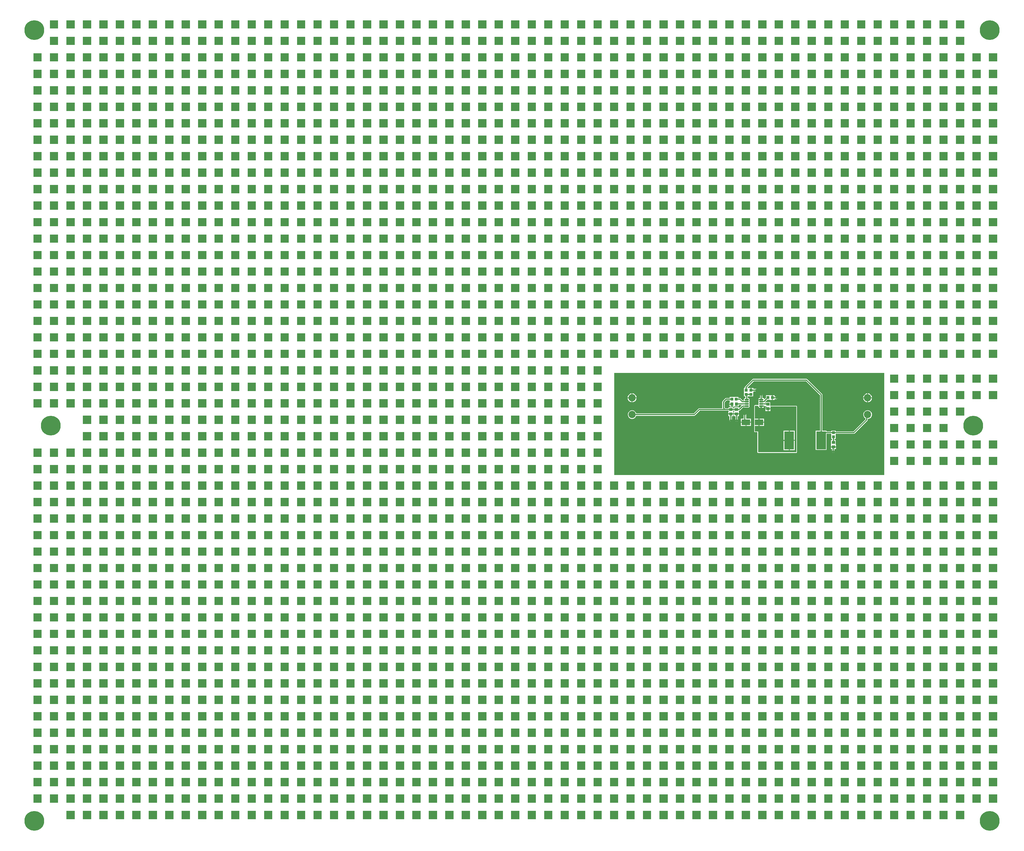
<source format=gtl>
%TF.GenerationSoftware,Altium Limited,Altium Designer,23.5.1 (21)*%
G04 Layer_Physical_Order=1*
G04 Layer_Color=255*
%FSLAX45Y45*%
%MOMM*%
%TF.SameCoordinates,ED6B03CD-4E78-4A82-B30E-A0459FBAF731*%
%TF.FilePolarity,Positive*%
%TF.FileFunction,Copper,L1,Top,Signal*%
%TF.Part,Single*%
G01*
G75*
%TA.AperFunction,SMDPad,CuDef*%
%ADD10O,1.35000X0.50000*%
%ADD11R,0.85000X0.95000*%
%ADD12R,2.50000X1.70000*%
%ADD13R,1.00000X0.90000*%
%ADD14R,2.90000X5.40000*%
%ADD15R,0.90000X1.00000*%
%ADD16R,0.95000X0.85000*%
%TA.AperFunction,Conductor*%
%ADD17C,0.30000*%
%TA.AperFunction,ViaPad*%
%ADD18C,6.00000*%
%TA.AperFunction,ComponentPad*%
%ADD19C,2.20000*%
%TA.AperFunction,ViaPad*%
%ADD20C,1.27000*%
%ADD21C,0.70000*%
G36*
X28725000Y24550000D02*
X28475000D01*
Y24800000D01*
X28725000D01*
Y24550000D01*
D02*
G37*
G36*
X28225000D02*
X27975000D01*
Y24800000D01*
X28225000D01*
Y24550000D01*
D02*
G37*
G36*
X27725000D02*
X27475000D01*
Y24800000D01*
X27725000D01*
Y24550000D01*
D02*
G37*
G36*
X27225000D02*
X26975000D01*
Y24800000D01*
X27225000D01*
Y24550000D01*
D02*
G37*
G36*
X26725000D02*
X26475000D01*
Y24800000D01*
X26725000D01*
Y24550000D01*
D02*
G37*
G36*
X26225000D02*
X25975000D01*
Y24800000D01*
X26225000D01*
Y24550000D01*
D02*
G37*
G36*
X25725000D02*
X25475000D01*
Y24800000D01*
X25725000D01*
Y24550000D01*
D02*
G37*
G36*
X25225000D02*
X24975000D01*
Y24800000D01*
X25225000D01*
Y24550000D01*
D02*
G37*
G36*
X24725000D02*
X24475000D01*
Y24800000D01*
X24725000D01*
Y24550000D01*
D02*
G37*
G36*
X24225000D02*
X23975000D01*
Y24800000D01*
X24225000D01*
Y24550000D01*
D02*
G37*
G36*
X23725000D02*
X23475000D01*
Y24800000D01*
X23725000D01*
Y24550000D01*
D02*
G37*
G36*
X23225000D02*
X22975000D01*
Y24800000D01*
X23225000D01*
Y24550000D01*
D02*
G37*
G36*
X22725000D02*
X22475000D01*
Y24800000D01*
X22725000D01*
Y24550000D01*
D02*
G37*
G36*
X22225002D02*
X21975000D01*
Y24800000D01*
X22225002D01*
Y24550000D01*
D02*
G37*
G36*
X21725000D02*
X21475000D01*
Y24800000D01*
X21725000D01*
Y24550000D01*
D02*
G37*
G36*
X21225000D02*
X20975000D01*
Y24800000D01*
X21225000D01*
Y24550000D01*
D02*
G37*
G36*
X20725000D02*
X20475000D01*
Y24800000D01*
X20725000D01*
Y24550000D01*
D02*
G37*
G36*
X20225000D02*
X19975000D01*
Y24800000D01*
X20225000D01*
Y24550000D01*
D02*
G37*
G36*
X19725000D02*
X19475000D01*
Y24800000D01*
X19725000D01*
Y24550000D01*
D02*
G37*
G36*
X19225000D02*
X18975000D01*
Y24800000D01*
X19225000D01*
Y24550000D01*
D02*
G37*
G36*
X18725000D02*
X18475000D01*
Y24800000D01*
X18725000D01*
Y24550000D01*
D02*
G37*
G36*
X18225000D02*
X17975000D01*
Y24800000D01*
X18225000D01*
Y24550000D01*
D02*
G37*
G36*
X17725000D02*
X17475000D01*
Y24800000D01*
X17725000D01*
Y24550000D01*
D02*
G37*
G36*
X17225000D02*
X16975000D01*
Y24800000D01*
X17225000D01*
Y24550000D01*
D02*
G37*
G36*
X16725000D02*
X16475000D01*
Y24800000D01*
X16725000D01*
Y24550000D01*
D02*
G37*
G36*
X16225000D02*
X15975000D01*
Y24800000D01*
X16225000D01*
Y24550000D01*
D02*
G37*
G36*
X15725000D02*
X15475000D01*
Y24800000D01*
X15725000D01*
Y24550000D01*
D02*
G37*
G36*
X15225000D02*
X14975000D01*
Y24800000D01*
X15225000D01*
Y24550000D01*
D02*
G37*
G36*
X14725000D02*
X14475000D01*
Y24800000D01*
X14725000D01*
Y24550000D01*
D02*
G37*
G36*
X14225000D02*
X13975000D01*
Y24800000D01*
X14225000D01*
Y24550000D01*
D02*
G37*
G36*
X13725000D02*
X13475000D01*
Y24800000D01*
X13725000D01*
Y24550000D01*
D02*
G37*
G36*
X13225000D02*
X12975000D01*
Y24800000D01*
X13225000D01*
Y24550000D01*
D02*
G37*
G36*
X12725000D02*
X12475000D01*
Y24800000D01*
X12725000D01*
Y24550000D01*
D02*
G37*
G36*
X12225000D02*
X11975000D01*
Y24800000D01*
X12225000D01*
Y24550000D01*
D02*
G37*
G36*
X11725000D02*
X11475000D01*
Y24800000D01*
X11725000D01*
Y24550000D01*
D02*
G37*
G36*
X11225000D02*
X10975000D01*
Y24800000D01*
X11225000D01*
Y24550000D01*
D02*
G37*
G36*
X10725000D02*
X10475000D01*
Y24800000D01*
X10725000D01*
Y24550000D01*
D02*
G37*
G36*
X10225000D02*
X9975000D01*
Y24800000D01*
X10225000D01*
Y24550000D01*
D02*
G37*
G36*
X9725000D02*
X9475000D01*
Y24800000D01*
X9725000D01*
Y24550000D01*
D02*
G37*
G36*
X9225000D02*
X8975000D01*
Y24800000D01*
X9225000D01*
Y24550000D01*
D02*
G37*
G36*
X8725000D02*
X8475000D01*
Y24800000D01*
X8725000D01*
Y24550000D01*
D02*
G37*
G36*
X8225000D02*
X7975000D01*
Y24800000D01*
X8225000D01*
Y24550000D01*
D02*
G37*
G36*
X7725000D02*
X7475000D01*
Y24800000D01*
X7725000D01*
Y24550000D01*
D02*
G37*
G36*
X7225000D02*
X6975000D01*
Y24800000D01*
X7225000D01*
Y24550000D01*
D02*
G37*
G36*
X6725000D02*
X6475000D01*
Y24800000D01*
X6725000D01*
Y24550000D01*
D02*
G37*
G36*
X6225000D02*
X5975000D01*
Y24800000D01*
X6225000D01*
Y24550000D01*
D02*
G37*
G36*
X5725000D02*
X5475000D01*
Y24800000D01*
X5725000D01*
Y24550000D01*
D02*
G37*
G36*
X5225000D02*
X4975000D01*
Y24800000D01*
X5225000D01*
Y24550000D01*
D02*
G37*
G36*
X4725000D02*
X4475000D01*
Y24800000D01*
X4725000D01*
Y24550000D01*
D02*
G37*
G36*
X4225000D02*
X3975000D01*
Y24800000D01*
X4225000D01*
Y24550000D01*
D02*
G37*
G36*
X3725000D02*
X3475000D01*
Y24800000D01*
X3725000D01*
Y24550000D01*
D02*
G37*
G36*
X3225000D02*
X2975000D01*
Y24800000D01*
X3225000D01*
Y24550000D01*
D02*
G37*
G36*
X2725000D02*
X2475000D01*
Y24800000D01*
X2725000D01*
Y24550000D01*
D02*
G37*
G36*
X2225000D02*
X1975000D01*
Y24800000D01*
X2225000D01*
Y24550000D01*
D02*
G37*
G36*
X1725000D02*
X1475000D01*
Y24800000D01*
X1725000D01*
Y24550000D01*
D02*
G37*
G36*
X1225000D02*
X975000D01*
Y24800000D01*
X1225000D01*
Y24550000D01*
D02*
G37*
G36*
X28725000Y24050000D02*
X28475000D01*
Y24300000D01*
X28725000D01*
Y24050000D01*
D02*
G37*
G36*
X28225000D02*
X27975000D01*
Y24300000D01*
X28225000D01*
Y24050000D01*
D02*
G37*
G36*
X27725000D02*
X27475000D01*
Y24300000D01*
X27725000D01*
Y24050000D01*
D02*
G37*
G36*
X27225000D02*
X26975000D01*
Y24300000D01*
X27225000D01*
Y24050000D01*
D02*
G37*
G36*
X26725000D02*
X26475000D01*
Y24300000D01*
X26725000D01*
Y24050000D01*
D02*
G37*
G36*
X26225000D02*
X25975000D01*
Y24300000D01*
X26225000D01*
Y24050000D01*
D02*
G37*
G36*
X25725000D02*
X25475000D01*
Y24300000D01*
X25725000D01*
Y24050000D01*
D02*
G37*
G36*
X25225000D02*
X24975000D01*
Y24300000D01*
X25225000D01*
Y24050000D01*
D02*
G37*
G36*
X24725000D02*
X24475000D01*
Y24300000D01*
X24725000D01*
Y24050000D01*
D02*
G37*
G36*
X24225000D02*
X23975000D01*
Y24300000D01*
X24225000D01*
Y24050000D01*
D02*
G37*
G36*
X23725000D02*
X23475000D01*
Y24300000D01*
X23725000D01*
Y24050000D01*
D02*
G37*
G36*
X23225000D02*
X22975000D01*
Y24300000D01*
X23225000D01*
Y24050000D01*
D02*
G37*
G36*
X22725000D02*
X22475000D01*
Y24300000D01*
X22725000D01*
Y24050000D01*
D02*
G37*
G36*
X22225002D02*
X21975000D01*
Y24300000D01*
X22225002D01*
Y24050000D01*
D02*
G37*
G36*
X21725000D02*
X21475000D01*
Y24300000D01*
X21725000D01*
Y24050000D01*
D02*
G37*
G36*
X21225000D02*
X20975000D01*
Y24300000D01*
X21225000D01*
Y24050000D01*
D02*
G37*
G36*
X20725000D02*
X20475000D01*
Y24300000D01*
X20725000D01*
Y24050000D01*
D02*
G37*
G36*
X20225000D02*
X19975000D01*
Y24300000D01*
X20225000D01*
Y24050000D01*
D02*
G37*
G36*
X19725000D02*
X19475000D01*
Y24300000D01*
X19725000D01*
Y24050000D01*
D02*
G37*
G36*
X19225000D02*
X18975000D01*
Y24300000D01*
X19225000D01*
Y24050000D01*
D02*
G37*
G36*
X18725000D02*
X18475000D01*
Y24300000D01*
X18725000D01*
Y24050000D01*
D02*
G37*
G36*
X18225000D02*
X17975000D01*
Y24300000D01*
X18225000D01*
Y24050000D01*
D02*
G37*
G36*
X17725000D02*
X17475000D01*
Y24300000D01*
X17725000D01*
Y24050000D01*
D02*
G37*
G36*
X17225000D02*
X16975000D01*
Y24300000D01*
X17225000D01*
Y24050000D01*
D02*
G37*
G36*
X16725000D02*
X16475000D01*
Y24300000D01*
X16725000D01*
Y24050000D01*
D02*
G37*
G36*
X16225000D02*
X15975000D01*
Y24300000D01*
X16225000D01*
Y24050000D01*
D02*
G37*
G36*
X15725000D02*
X15475000D01*
Y24300000D01*
X15725000D01*
Y24050000D01*
D02*
G37*
G36*
X15225000D02*
X14975000D01*
Y24300000D01*
X15225000D01*
Y24050000D01*
D02*
G37*
G36*
X14725000D02*
X14475000D01*
Y24300000D01*
X14725000D01*
Y24050000D01*
D02*
G37*
G36*
X14225000D02*
X13975000D01*
Y24300000D01*
X14225000D01*
Y24050000D01*
D02*
G37*
G36*
X13725000D02*
X13475000D01*
Y24300000D01*
X13725000D01*
Y24050000D01*
D02*
G37*
G36*
X13225000D02*
X12975000D01*
Y24300000D01*
X13225000D01*
Y24050000D01*
D02*
G37*
G36*
X12725000D02*
X12475000D01*
Y24300000D01*
X12725000D01*
Y24050000D01*
D02*
G37*
G36*
X12225000D02*
X11975000D01*
Y24300000D01*
X12225000D01*
Y24050000D01*
D02*
G37*
G36*
X11725000D02*
X11475000D01*
Y24300000D01*
X11725000D01*
Y24050000D01*
D02*
G37*
G36*
X11225000D02*
X10975000D01*
Y24300000D01*
X11225000D01*
Y24050000D01*
D02*
G37*
G36*
X10725000D02*
X10475000D01*
Y24300000D01*
X10725000D01*
Y24050000D01*
D02*
G37*
G36*
X10225000D02*
X9975000D01*
Y24300000D01*
X10225000D01*
Y24050000D01*
D02*
G37*
G36*
X9725000D02*
X9475000D01*
Y24300000D01*
X9725000D01*
Y24050000D01*
D02*
G37*
G36*
X9225000D02*
X8975000D01*
Y24300000D01*
X9225000D01*
Y24050000D01*
D02*
G37*
G36*
X8725000D02*
X8475000D01*
Y24300000D01*
X8725000D01*
Y24050000D01*
D02*
G37*
G36*
X8225000D02*
X7975000D01*
Y24300000D01*
X8225000D01*
Y24050000D01*
D02*
G37*
G36*
X7725000D02*
X7475000D01*
Y24300000D01*
X7725000D01*
Y24050000D01*
D02*
G37*
G36*
X7225000D02*
X6975000D01*
Y24300000D01*
X7225000D01*
Y24050000D01*
D02*
G37*
G36*
X6725000D02*
X6475000D01*
Y24300000D01*
X6725000D01*
Y24050000D01*
D02*
G37*
G36*
X6225000D02*
X5975000D01*
Y24300000D01*
X6225000D01*
Y24050000D01*
D02*
G37*
G36*
X5725000D02*
X5475000D01*
Y24300000D01*
X5725000D01*
Y24050000D01*
D02*
G37*
G36*
X5225000D02*
X4975000D01*
Y24300000D01*
X5225000D01*
Y24050000D01*
D02*
G37*
G36*
X4725000D02*
X4475000D01*
Y24300000D01*
X4725000D01*
Y24050000D01*
D02*
G37*
G36*
X4225000D02*
X3975000D01*
Y24300000D01*
X4225000D01*
Y24050000D01*
D02*
G37*
G36*
X3725000D02*
X3475000D01*
Y24300000D01*
X3725000D01*
Y24050000D01*
D02*
G37*
G36*
X3225000D02*
X2975000D01*
Y24300000D01*
X3225000D01*
Y24050000D01*
D02*
G37*
G36*
X2725000D02*
X2475000D01*
Y24300000D01*
X2725000D01*
Y24050000D01*
D02*
G37*
G36*
X2225000D02*
X1975000D01*
Y24300000D01*
X2225000D01*
Y24050000D01*
D02*
G37*
G36*
X1725000D02*
X1475000D01*
Y24300000D01*
X1725000D01*
Y24050000D01*
D02*
G37*
G36*
X1225000D02*
X975000D01*
Y24300000D01*
X1225000D01*
Y24050000D01*
D02*
G37*
G36*
X29725000Y23550000D02*
X29475000D01*
Y23800000D01*
X29725000D01*
Y23550000D01*
D02*
G37*
G36*
X29225000D02*
X28975000D01*
Y23800000D01*
X29225000D01*
Y23550000D01*
D02*
G37*
G36*
X28725000D02*
X28475000D01*
Y23800000D01*
X28725000D01*
Y23550000D01*
D02*
G37*
G36*
X28225000D02*
X27975000D01*
Y23800000D01*
X28225000D01*
Y23550000D01*
D02*
G37*
G36*
X27725000D02*
X27475000D01*
Y23800000D01*
X27725000D01*
Y23550000D01*
D02*
G37*
G36*
X27225000D02*
X26975000D01*
Y23800000D01*
X27225000D01*
Y23550000D01*
D02*
G37*
G36*
X26725000D02*
X26475000D01*
Y23800000D01*
X26725000D01*
Y23550000D01*
D02*
G37*
G36*
X26225000D02*
X25975000D01*
Y23800000D01*
X26225000D01*
Y23550000D01*
D02*
G37*
G36*
X25725000D02*
X25475000D01*
Y23800000D01*
X25725000D01*
Y23550000D01*
D02*
G37*
G36*
X25225000D02*
X24975000D01*
Y23800000D01*
X25225000D01*
Y23550000D01*
D02*
G37*
G36*
X24725000D02*
X24475000D01*
Y23800000D01*
X24725000D01*
Y23550000D01*
D02*
G37*
G36*
X24225000D02*
X23975000D01*
Y23800000D01*
X24225000D01*
Y23550000D01*
D02*
G37*
G36*
X23725000D02*
X23475000D01*
Y23800000D01*
X23725000D01*
Y23550000D01*
D02*
G37*
G36*
X23225000D02*
X22975000D01*
Y23800000D01*
X23225000D01*
Y23550000D01*
D02*
G37*
G36*
X22725000D02*
X22475000D01*
Y23800000D01*
X22725000D01*
Y23550000D01*
D02*
G37*
G36*
X22225002D02*
X21975000D01*
Y23800000D01*
X22225002D01*
Y23550000D01*
D02*
G37*
G36*
X21725000D02*
X21475000D01*
Y23800000D01*
X21725000D01*
Y23550000D01*
D02*
G37*
G36*
X21225000D02*
X20975000D01*
Y23800000D01*
X21225000D01*
Y23550000D01*
D02*
G37*
G36*
X20725000D02*
X20475000D01*
Y23800000D01*
X20725000D01*
Y23550000D01*
D02*
G37*
G36*
X20225000D02*
X19975000D01*
Y23800000D01*
X20225000D01*
Y23550000D01*
D02*
G37*
G36*
X19725000D02*
X19475000D01*
Y23800000D01*
X19725000D01*
Y23550000D01*
D02*
G37*
G36*
X19225000D02*
X18975000D01*
Y23800000D01*
X19225000D01*
Y23550000D01*
D02*
G37*
G36*
X18725000D02*
X18475000D01*
Y23800000D01*
X18725000D01*
Y23550000D01*
D02*
G37*
G36*
X18225000D02*
X17975000D01*
Y23800000D01*
X18225000D01*
Y23550000D01*
D02*
G37*
G36*
X17725000D02*
X17475000D01*
Y23800000D01*
X17725000D01*
Y23550000D01*
D02*
G37*
G36*
X17225000D02*
X16975000D01*
Y23800000D01*
X17225000D01*
Y23550000D01*
D02*
G37*
G36*
X16725000D02*
X16475000D01*
Y23800000D01*
X16725000D01*
Y23550000D01*
D02*
G37*
G36*
X16225000D02*
X15975000D01*
Y23800000D01*
X16225000D01*
Y23550000D01*
D02*
G37*
G36*
X15725000D02*
X15475000D01*
Y23800000D01*
X15725000D01*
Y23550000D01*
D02*
G37*
G36*
X15225000D02*
X14975000D01*
Y23800000D01*
X15225000D01*
Y23550000D01*
D02*
G37*
G36*
X14725000D02*
X14475000D01*
Y23800000D01*
X14725000D01*
Y23550000D01*
D02*
G37*
G36*
X14225000D02*
X13975000D01*
Y23800000D01*
X14225000D01*
Y23550000D01*
D02*
G37*
G36*
X13725000D02*
X13475000D01*
Y23800000D01*
X13725000D01*
Y23550000D01*
D02*
G37*
G36*
X13225000D02*
X12975000D01*
Y23800000D01*
X13225000D01*
Y23550000D01*
D02*
G37*
G36*
X12725000D02*
X12475000D01*
Y23800000D01*
X12725000D01*
Y23550000D01*
D02*
G37*
G36*
X12225000D02*
X11975000D01*
Y23800000D01*
X12225000D01*
Y23550000D01*
D02*
G37*
G36*
X11725000D02*
X11475000D01*
Y23800000D01*
X11725000D01*
Y23550000D01*
D02*
G37*
G36*
X11225000D02*
X10975000D01*
Y23800000D01*
X11225000D01*
Y23550000D01*
D02*
G37*
G36*
X10725000D02*
X10475000D01*
Y23800000D01*
X10725000D01*
Y23550000D01*
D02*
G37*
G36*
X10225000D02*
X9975000D01*
Y23800000D01*
X10225000D01*
Y23550000D01*
D02*
G37*
G36*
X9725000D02*
X9475000D01*
Y23800000D01*
X9725000D01*
Y23550000D01*
D02*
G37*
G36*
X9225000D02*
X8975000D01*
Y23800000D01*
X9225000D01*
Y23550000D01*
D02*
G37*
G36*
X8725000D02*
X8475000D01*
Y23800000D01*
X8725000D01*
Y23550000D01*
D02*
G37*
G36*
X8225000D02*
X7975000D01*
Y23800000D01*
X8225000D01*
Y23550000D01*
D02*
G37*
G36*
X7725000D02*
X7475000D01*
Y23800000D01*
X7725000D01*
Y23550000D01*
D02*
G37*
G36*
X7225000D02*
X6975000D01*
Y23800000D01*
X7225000D01*
Y23550000D01*
D02*
G37*
G36*
X6725000D02*
X6475000D01*
Y23800000D01*
X6725000D01*
Y23550000D01*
D02*
G37*
G36*
X6225000D02*
X5975000D01*
Y23800000D01*
X6225000D01*
Y23550000D01*
D02*
G37*
G36*
X5725000D02*
X5475000D01*
Y23800000D01*
X5725000D01*
Y23550000D01*
D02*
G37*
G36*
X5225000D02*
X4975000D01*
Y23800000D01*
X5225000D01*
Y23550000D01*
D02*
G37*
G36*
X4725000D02*
X4475000D01*
Y23800000D01*
X4725000D01*
Y23550000D01*
D02*
G37*
G36*
X4225000D02*
X3975000D01*
Y23800000D01*
X4225000D01*
Y23550000D01*
D02*
G37*
G36*
X3725000D02*
X3475000D01*
Y23800000D01*
X3725000D01*
Y23550000D01*
D02*
G37*
G36*
X3225000D02*
X2975000D01*
Y23800000D01*
X3225000D01*
Y23550000D01*
D02*
G37*
G36*
X2725000D02*
X2475000D01*
Y23800000D01*
X2725000D01*
Y23550000D01*
D02*
G37*
G36*
X2225000D02*
X1975000D01*
Y23800000D01*
X2225000D01*
Y23550000D01*
D02*
G37*
G36*
X1725000D02*
X1475000D01*
Y23800000D01*
X1725000D01*
Y23550000D01*
D02*
G37*
G36*
X1225000D02*
X975000D01*
Y23800000D01*
X1225000D01*
Y23550000D01*
D02*
G37*
G36*
X725000D02*
X475000D01*
Y23800000D01*
X725000D01*
Y23550000D01*
D02*
G37*
G36*
X29725000Y23050000D02*
X29475000D01*
Y23300000D01*
X29725000D01*
Y23050000D01*
D02*
G37*
G36*
X29225000D02*
X28975000D01*
Y23300000D01*
X29225000D01*
Y23050000D01*
D02*
G37*
G36*
X28725000D02*
X28475000D01*
Y23300000D01*
X28725000D01*
Y23050000D01*
D02*
G37*
G36*
X28225000D02*
X27975000D01*
Y23300000D01*
X28225000D01*
Y23050000D01*
D02*
G37*
G36*
X27725000D02*
X27475000D01*
Y23300000D01*
X27725000D01*
Y23050000D01*
D02*
G37*
G36*
X27225000D02*
X26975000D01*
Y23300000D01*
X27225000D01*
Y23050000D01*
D02*
G37*
G36*
X26725000D02*
X26475000D01*
Y23300000D01*
X26725000D01*
Y23050000D01*
D02*
G37*
G36*
X26225000D02*
X25975000D01*
Y23300000D01*
X26225000D01*
Y23050000D01*
D02*
G37*
G36*
X25725000D02*
X25475000D01*
Y23300000D01*
X25725000D01*
Y23050000D01*
D02*
G37*
G36*
X25225000D02*
X24975000D01*
Y23300000D01*
X25225000D01*
Y23050000D01*
D02*
G37*
G36*
X24725000D02*
X24475000D01*
Y23300000D01*
X24725000D01*
Y23050000D01*
D02*
G37*
G36*
X24225000D02*
X23975000D01*
Y23300000D01*
X24225000D01*
Y23050000D01*
D02*
G37*
G36*
X23725000D02*
X23475000D01*
Y23300000D01*
X23725000D01*
Y23050000D01*
D02*
G37*
G36*
X23225000D02*
X22975000D01*
Y23300000D01*
X23225000D01*
Y23050000D01*
D02*
G37*
G36*
X22725000D02*
X22475000D01*
Y23300000D01*
X22725000D01*
Y23050000D01*
D02*
G37*
G36*
X22225002D02*
X21975000D01*
Y23300000D01*
X22225002D01*
Y23050000D01*
D02*
G37*
G36*
X21725000D02*
X21475000D01*
Y23300000D01*
X21725000D01*
Y23050000D01*
D02*
G37*
G36*
X21225000D02*
X20975000D01*
Y23300000D01*
X21225000D01*
Y23050000D01*
D02*
G37*
G36*
X20725000D02*
X20475000D01*
Y23300000D01*
X20725000D01*
Y23050000D01*
D02*
G37*
G36*
X20225000D02*
X19975000D01*
Y23300000D01*
X20225000D01*
Y23050000D01*
D02*
G37*
G36*
X19725000D02*
X19475000D01*
Y23300000D01*
X19725000D01*
Y23050000D01*
D02*
G37*
G36*
X19225000D02*
X18975000D01*
Y23300000D01*
X19225000D01*
Y23050000D01*
D02*
G37*
G36*
X18725000D02*
X18475000D01*
Y23300000D01*
X18725000D01*
Y23050000D01*
D02*
G37*
G36*
X18225000D02*
X17975000D01*
Y23300000D01*
X18225000D01*
Y23050000D01*
D02*
G37*
G36*
X17725000D02*
X17475000D01*
Y23300000D01*
X17725000D01*
Y23050000D01*
D02*
G37*
G36*
X17225000D02*
X16975000D01*
Y23300000D01*
X17225000D01*
Y23050000D01*
D02*
G37*
G36*
X16725000D02*
X16475000D01*
Y23300000D01*
X16725000D01*
Y23050000D01*
D02*
G37*
G36*
X16225000D02*
X15975000D01*
Y23300000D01*
X16225000D01*
Y23050000D01*
D02*
G37*
G36*
X15725000D02*
X15475000D01*
Y23300000D01*
X15725000D01*
Y23050000D01*
D02*
G37*
G36*
X15225000D02*
X14975000D01*
Y23300000D01*
X15225000D01*
Y23050000D01*
D02*
G37*
G36*
X14725000D02*
X14475000D01*
Y23300000D01*
X14725000D01*
Y23050000D01*
D02*
G37*
G36*
X14225000D02*
X13975000D01*
Y23300000D01*
X14225000D01*
Y23050000D01*
D02*
G37*
G36*
X13725000D02*
X13475000D01*
Y23300000D01*
X13725000D01*
Y23050000D01*
D02*
G37*
G36*
X13225000D02*
X12975000D01*
Y23300000D01*
X13225000D01*
Y23050000D01*
D02*
G37*
G36*
X12725000D02*
X12475000D01*
Y23300000D01*
X12725000D01*
Y23050000D01*
D02*
G37*
G36*
X12225000D02*
X11975000D01*
Y23300000D01*
X12225000D01*
Y23050000D01*
D02*
G37*
G36*
X11725000D02*
X11475000D01*
Y23300000D01*
X11725000D01*
Y23050000D01*
D02*
G37*
G36*
X11225000D02*
X10975000D01*
Y23300000D01*
X11225000D01*
Y23050000D01*
D02*
G37*
G36*
X10725000D02*
X10475000D01*
Y23300000D01*
X10725000D01*
Y23050000D01*
D02*
G37*
G36*
X10225000D02*
X9975000D01*
Y23300000D01*
X10225000D01*
Y23050000D01*
D02*
G37*
G36*
X9725000D02*
X9475000D01*
Y23300000D01*
X9725000D01*
Y23050000D01*
D02*
G37*
G36*
X9225000D02*
X8975000D01*
Y23300000D01*
X9225000D01*
Y23050000D01*
D02*
G37*
G36*
X8725000D02*
X8475000D01*
Y23300000D01*
X8725000D01*
Y23050000D01*
D02*
G37*
G36*
X8225000D02*
X7975000D01*
Y23300000D01*
X8225000D01*
Y23050000D01*
D02*
G37*
G36*
X7725000D02*
X7475000D01*
Y23300000D01*
X7725000D01*
Y23050000D01*
D02*
G37*
G36*
X7225000D02*
X6975000D01*
Y23300000D01*
X7225000D01*
Y23050000D01*
D02*
G37*
G36*
X6725000D02*
X6475000D01*
Y23300000D01*
X6725000D01*
Y23050000D01*
D02*
G37*
G36*
X6225000D02*
X5975000D01*
Y23300000D01*
X6225000D01*
Y23050000D01*
D02*
G37*
G36*
X5725000D02*
X5475000D01*
Y23300000D01*
X5725000D01*
Y23050000D01*
D02*
G37*
G36*
X5225000D02*
X4975000D01*
Y23300000D01*
X5225000D01*
Y23050000D01*
D02*
G37*
G36*
X4725000D02*
X4475000D01*
Y23300000D01*
X4725000D01*
Y23050000D01*
D02*
G37*
G36*
X4225000D02*
X3975000D01*
Y23300000D01*
X4225000D01*
Y23050000D01*
D02*
G37*
G36*
X3725000D02*
X3475000D01*
Y23300000D01*
X3725000D01*
Y23050000D01*
D02*
G37*
G36*
X3225000D02*
X2975000D01*
Y23300000D01*
X3225000D01*
Y23050000D01*
D02*
G37*
G36*
X2725000D02*
X2475000D01*
Y23300000D01*
X2725000D01*
Y23050000D01*
D02*
G37*
G36*
X2225000D02*
X1975000D01*
Y23300000D01*
X2225000D01*
Y23050000D01*
D02*
G37*
G36*
X1725000D02*
X1475000D01*
Y23300000D01*
X1725000D01*
Y23050000D01*
D02*
G37*
G36*
X1225000D02*
X975000D01*
Y23300000D01*
X1225000D01*
Y23050000D01*
D02*
G37*
G36*
X725000D02*
X475000D01*
Y23300000D01*
X725000D01*
Y23050000D01*
D02*
G37*
G36*
X29725000Y22550000D02*
X29475000D01*
Y22800000D01*
X29725000D01*
Y22550000D01*
D02*
G37*
G36*
X29225000D02*
X28975000D01*
Y22800000D01*
X29225000D01*
Y22550000D01*
D02*
G37*
G36*
X28725000D02*
X28475000D01*
Y22800000D01*
X28725000D01*
Y22550000D01*
D02*
G37*
G36*
X28225000D02*
X27975000D01*
Y22800000D01*
X28225000D01*
Y22550000D01*
D02*
G37*
G36*
X27725000D02*
X27475000D01*
Y22800000D01*
X27725000D01*
Y22550000D01*
D02*
G37*
G36*
X27225000D02*
X26975000D01*
Y22800000D01*
X27225000D01*
Y22550000D01*
D02*
G37*
G36*
X26725000D02*
X26475000D01*
Y22800000D01*
X26725000D01*
Y22550000D01*
D02*
G37*
G36*
X26225000D02*
X25975000D01*
Y22800000D01*
X26225000D01*
Y22550000D01*
D02*
G37*
G36*
X25725000D02*
X25475000D01*
Y22800000D01*
X25725000D01*
Y22550000D01*
D02*
G37*
G36*
X25225000D02*
X24975000D01*
Y22800000D01*
X25225000D01*
Y22550000D01*
D02*
G37*
G36*
X24725000D02*
X24475000D01*
Y22800000D01*
X24725000D01*
Y22550000D01*
D02*
G37*
G36*
X24225000D02*
X23975000D01*
Y22800000D01*
X24225000D01*
Y22550000D01*
D02*
G37*
G36*
X23725000D02*
X23475000D01*
Y22800000D01*
X23725000D01*
Y22550000D01*
D02*
G37*
G36*
X23225000D02*
X22975000D01*
Y22800000D01*
X23225000D01*
Y22550000D01*
D02*
G37*
G36*
X22725000D02*
X22475000D01*
Y22800000D01*
X22725000D01*
Y22550000D01*
D02*
G37*
G36*
X22225002D02*
X21975000D01*
Y22800000D01*
X22225002D01*
Y22550000D01*
D02*
G37*
G36*
X21725000D02*
X21475000D01*
Y22800000D01*
X21725000D01*
Y22550000D01*
D02*
G37*
G36*
X21225000D02*
X20975000D01*
Y22800000D01*
X21225000D01*
Y22550000D01*
D02*
G37*
G36*
X20725000D02*
X20475000D01*
Y22800000D01*
X20725000D01*
Y22550000D01*
D02*
G37*
G36*
X20225000D02*
X19975000D01*
Y22800000D01*
X20225000D01*
Y22550000D01*
D02*
G37*
G36*
X19725000D02*
X19475000D01*
Y22800000D01*
X19725000D01*
Y22550000D01*
D02*
G37*
G36*
X19225000D02*
X18975000D01*
Y22800000D01*
X19225000D01*
Y22550000D01*
D02*
G37*
G36*
X18725000D02*
X18475000D01*
Y22800000D01*
X18725000D01*
Y22550000D01*
D02*
G37*
G36*
X18225000D02*
X17975000D01*
Y22800000D01*
X18225000D01*
Y22550000D01*
D02*
G37*
G36*
X17725000D02*
X17475000D01*
Y22800000D01*
X17725000D01*
Y22550000D01*
D02*
G37*
G36*
X17225000D02*
X16975000D01*
Y22800000D01*
X17225000D01*
Y22550000D01*
D02*
G37*
G36*
X16725000D02*
X16475000D01*
Y22800000D01*
X16725000D01*
Y22550000D01*
D02*
G37*
G36*
X16225000D02*
X15975000D01*
Y22800000D01*
X16225000D01*
Y22550000D01*
D02*
G37*
G36*
X15725000D02*
X15475000D01*
Y22800000D01*
X15725000D01*
Y22550000D01*
D02*
G37*
G36*
X15225000D02*
X14975000D01*
Y22800000D01*
X15225000D01*
Y22550000D01*
D02*
G37*
G36*
X14725000D02*
X14475000D01*
Y22800000D01*
X14725000D01*
Y22550000D01*
D02*
G37*
G36*
X14225000D02*
X13975000D01*
Y22800000D01*
X14225000D01*
Y22550000D01*
D02*
G37*
G36*
X13725000D02*
X13475000D01*
Y22800000D01*
X13725000D01*
Y22550000D01*
D02*
G37*
G36*
X13225000D02*
X12975000D01*
Y22800000D01*
X13225000D01*
Y22550000D01*
D02*
G37*
G36*
X12725000D02*
X12475000D01*
Y22800000D01*
X12725000D01*
Y22550000D01*
D02*
G37*
G36*
X12225000D02*
X11975000D01*
Y22800000D01*
X12225000D01*
Y22550000D01*
D02*
G37*
G36*
X11725000D02*
X11475000D01*
Y22800000D01*
X11725000D01*
Y22550000D01*
D02*
G37*
G36*
X11225000D02*
X10975000D01*
Y22800000D01*
X11225000D01*
Y22550000D01*
D02*
G37*
G36*
X10725000D02*
X10475000D01*
Y22800000D01*
X10725000D01*
Y22550000D01*
D02*
G37*
G36*
X10225000D02*
X9975000D01*
Y22800000D01*
X10225000D01*
Y22550000D01*
D02*
G37*
G36*
X9725000D02*
X9475000D01*
Y22800000D01*
X9725000D01*
Y22550000D01*
D02*
G37*
G36*
X9225000D02*
X8975000D01*
Y22800000D01*
X9225000D01*
Y22550000D01*
D02*
G37*
G36*
X8725000D02*
X8475000D01*
Y22800000D01*
X8725000D01*
Y22550000D01*
D02*
G37*
G36*
X8225000D02*
X7975000D01*
Y22800000D01*
X8225000D01*
Y22550000D01*
D02*
G37*
G36*
X7725000D02*
X7475000D01*
Y22800000D01*
X7725000D01*
Y22550000D01*
D02*
G37*
G36*
X7225000D02*
X6975000D01*
Y22800000D01*
X7225000D01*
Y22550000D01*
D02*
G37*
G36*
X6725000D02*
X6475000D01*
Y22800000D01*
X6725000D01*
Y22550000D01*
D02*
G37*
G36*
X6225000D02*
X5975000D01*
Y22800000D01*
X6225000D01*
Y22550000D01*
D02*
G37*
G36*
X5725000D02*
X5475000D01*
Y22800000D01*
X5725000D01*
Y22550000D01*
D02*
G37*
G36*
X5225000D02*
X4975000D01*
Y22800000D01*
X5225000D01*
Y22550000D01*
D02*
G37*
G36*
X4725000D02*
X4475000D01*
Y22800000D01*
X4725000D01*
Y22550000D01*
D02*
G37*
G36*
X4225000D02*
X3975000D01*
Y22800000D01*
X4225000D01*
Y22550000D01*
D02*
G37*
G36*
X3725000D02*
X3475000D01*
Y22800000D01*
X3725000D01*
Y22550000D01*
D02*
G37*
G36*
X3225000D02*
X2975000D01*
Y22800000D01*
X3225000D01*
Y22550000D01*
D02*
G37*
G36*
X2725000D02*
X2475000D01*
Y22800000D01*
X2725000D01*
Y22550000D01*
D02*
G37*
G36*
X2225000D02*
X1975000D01*
Y22800000D01*
X2225000D01*
Y22550000D01*
D02*
G37*
G36*
X1725000D02*
X1475000D01*
Y22800000D01*
X1725000D01*
Y22550000D01*
D02*
G37*
G36*
X1225000D02*
X975000D01*
Y22800000D01*
X1225000D01*
Y22550000D01*
D02*
G37*
G36*
X725000D02*
X475000D01*
Y22800000D01*
X725000D01*
Y22550000D01*
D02*
G37*
G36*
X29725000Y22050000D02*
X29475000D01*
Y22300000D01*
X29725000D01*
Y22050000D01*
D02*
G37*
G36*
X29225000D02*
X28975000D01*
Y22300000D01*
X29225000D01*
Y22050000D01*
D02*
G37*
G36*
X28725000D02*
X28475000D01*
Y22300000D01*
X28725000D01*
Y22050000D01*
D02*
G37*
G36*
X28225000D02*
X27975000D01*
Y22300000D01*
X28225000D01*
Y22050000D01*
D02*
G37*
G36*
X27725000D02*
X27475000D01*
Y22300000D01*
X27725000D01*
Y22050000D01*
D02*
G37*
G36*
X27225000D02*
X26975000D01*
Y22300000D01*
X27225000D01*
Y22050000D01*
D02*
G37*
G36*
X26725000D02*
X26475000D01*
Y22300000D01*
X26725000D01*
Y22050000D01*
D02*
G37*
G36*
X26225000D02*
X25975000D01*
Y22300000D01*
X26225000D01*
Y22050000D01*
D02*
G37*
G36*
X25725000D02*
X25475000D01*
Y22300000D01*
X25725000D01*
Y22050000D01*
D02*
G37*
G36*
X25225000D02*
X24975000D01*
Y22300000D01*
X25225000D01*
Y22050000D01*
D02*
G37*
G36*
X24725000D02*
X24475000D01*
Y22300000D01*
X24725000D01*
Y22050000D01*
D02*
G37*
G36*
X24225000D02*
X23975000D01*
Y22300000D01*
X24225000D01*
Y22050000D01*
D02*
G37*
G36*
X23725000D02*
X23475000D01*
Y22300000D01*
X23725000D01*
Y22050000D01*
D02*
G37*
G36*
X23225000D02*
X22975000D01*
Y22300000D01*
X23225000D01*
Y22050000D01*
D02*
G37*
G36*
X22725000D02*
X22475000D01*
Y22300000D01*
X22725000D01*
Y22050000D01*
D02*
G37*
G36*
X22225002D02*
X21975000D01*
Y22300000D01*
X22225002D01*
Y22050000D01*
D02*
G37*
G36*
X21725000D02*
X21475000D01*
Y22300000D01*
X21725000D01*
Y22050000D01*
D02*
G37*
G36*
X21225000D02*
X20975000D01*
Y22300000D01*
X21225000D01*
Y22050000D01*
D02*
G37*
G36*
X20725000D02*
X20475000D01*
Y22300000D01*
X20725000D01*
Y22050000D01*
D02*
G37*
G36*
X20225000D02*
X19975000D01*
Y22300000D01*
X20225000D01*
Y22050000D01*
D02*
G37*
G36*
X19725000D02*
X19475000D01*
Y22300000D01*
X19725000D01*
Y22050000D01*
D02*
G37*
G36*
X19225000D02*
X18975000D01*
Y22300000D01*
X19225000D01*
Y22050000D01*
D02*
G37*
G36*
X18725000D02*
X18475000D01*
Y22300000D01*
X18725000D01*
Y22050000D01*
D02*
G37*
G36*
X18225000D02*
X17975000D01*
Y22300000D01*
X18225000D01*
Y22050000D01*
D02*
G37*
G36*
X17725000D02*
X17475000D01*
Y22300000D01*
X17725000D01*
Y22050000D01*
D02*
G37*
G36*
X17225000D02*
X16975000D01*
Y22300000D01*
X17225000D01*
Y22050000D01*
D02*
G37*
G36*
X16725000D02*
X16475000D01*
Y22300000D01*
X16725000D01*
Y22050000D01*
D02*
G37*
G36*
X16225000D02*
X15975000D01*
Y22300000D01*
X16225000D01*
Y22050000D01*
D02*
G37*
G36*
X15725000D02*
X15475000D01*
Y22300000D01*
X15725000D01*
Y22050000D01*
D02*
G37*
G36*
X15225000D02*
X14975000D01*
Y22300000D01*
X15225000D01*
Y22050000D01*
D02*
G37*
G36*
X14725000D02*
X14475000D01*
Y22300000D01*
X14725000D01*
Y22050000D01*
D02*
G37*
G36*
X14225000D02*
X13975000D01*
Y22300000D01*
X14225000D01*
Y22050000D01*
D02*
G37*
G36*
X13725000D02*
X13475000D01*
Y22300000D01*
X13725000D01*
Y22050000D01*
D02*
G37*
G36*
X13225000D02*
X12975000D01*
Y22300000D01*
X13225000D01*
Y22050000D01*
D02*
G37*
G36*
X12725000D02*
X12475000D01*
Y22300000D01*
X12725000D01*
Y22050000D01*
D02*
G37*
G36*
X12225000D02*
X11975000D01*
Y22300000D01*
X12225000D01*
Y22050000D01*
D02*
G37*
G36*
X11725000D02*
X11475000D01*
Y22300000D01*
X11725000D01*
Y22050000D01*
D02*
G37*
G36*
X11225000D02*
X10975000D01*
Y22300000D01*
X11225000D01*
Y22050000D01*
D02*
G37*
G36*
X10725000D02*
X10475000D01*
Y22300000D01*
X10725000D01*
Y22050000D01*
D02*
G37*
G36*
X10225000D02*
X9975000D01*
Y22300000D01*
X10225000D01*
Y22050000D01*
D02*
G37*
G36*
X9725000D02*
X9475000D01*
Y22300000D01*
X9725000D01*
Y22050000D01*
D02*
G37*
G36*
X9225000D02*
X8975000D01*
Y22300000D01*
X9225000D01*
Y22050000D01*
D02*
G37*
G36*
X8725000D02*
X8475000D01*
Y22300000D01*
X8725000D01*
Y22050000D01*
D02*
G37*
G36*
X8225000D02*
X7975000D01*
Y22300000D01*
X8225000D01*
Y22050000D01*
D02*
G37*
G36*
X7725000D02*
X7475000D01*
Y22300000D01*
X7725000D01*
Y22050000D01*
D02*
G37*
G36*
X7225000D02*
X6975000D01*
Y22300000D01*
X7225000D01*
Y22050000D01*
D02*
G37*
G36*
X6725000D02*
X6475000D01*
Y22300000D01*
X6725000D01*
Y22050000D01*
D02*
G37*
G36*
X6225000D02*
X5975000D01*
Y22300000D01*
X6225000D01*
Y22050000D01*
D02*
G37*
G36*
X5725000D02*
X5475000D01*
Y22300000D01*
X5725000D01*
Y22050000D01*
D02*
G37*
G36*
X5225000D02*
X4975000D01*
Y22300000D01*
X5225000D01*
Y22050000D01*
D02*
G37*
G36*
X4725000D02*
X4475000D01*
Y22300000D01*
X4725000D01*
Y22050000D01*
D02*
G37*
G36*
X4225000D02*
X3975000D01*
Y22300000D01*
X4225000D01*
Y22050000D01*
D02*
G37*
G36*
X3725000D02*
X3475000D01*
Y22300000D01*
X3725000D01*
Y22050000D01*
D02*
G37*
G36*
X3225000D02*
X2975000D01*
Y22300000D01*
X3225000D01*
Y22050000D01*
D02*
G37*
G36*
X2725000D02*
X2475000D01*
Y22300000D01*
X2725000D01*
Y22050000D01*
D02*
G37*
G36*
X2225000D02*
X1975000D01*
Y22300000D01*
X2225000D01*
Y22050000D01*
D02*
G37*
G36*
X1725000D02*
X1475000D01*
Y22300000D01*
X1725000D01*
Y22050000D01*
D02*
G37*
G36*
X1225000D02*
X975000D01*
Y22300000D01*
X1225000D01*
Y22050000D01*
D02*
G37*
G36*
X725000D02*
X475000D01*
Y22300000D01*
X725000D01*
Y22050000D01*
D02*
G37*
G36*
X29725000Y21550000D02*
X29475000D01*
Y21800000D01*
X29725000D01*
Y21550000D01*
D02*
G37*
G36*
X29225000D02*
X28975000D01*
Y21800000D01*
X29225000D01*
Y21550000D01*
D02*
G37*
G36*
X28725000D02*
X28475000D01*
Y21800000D01*
X28725000D01*
Y21550000D01*
D02*
G37*
G36*
X28225000D02*
X27975000D01*
Y21800000D01*
X28225000D01*
Y21550000D01*
D02*
G37*
G36*
X27725000D02*
X27475000D01*
Y21800000D01*
X27725000D01*
Y21550000D01*
D02*
G37*
G36*
X27225000D02*
X26975000D01*
Y21800000D01*
X27225000D01*
Y21550000D01*
D02*
G37*
G36*
X26725000D02*
X26475000D01*
Y21800000D01*
X26725000D01*
Y21550000D01*
D02*
G37*
G36*
X26225000D02*
X25975000D01*
Y21800000D01*
X26225000D01*
Y21550000D01*
D02*
G37*
G36*
X25725000D02*
X25475000D01*
Y21800000D01*
X25725000D01*
Y21550000D01*
D02*
G37*
G36*
X25225000D02*
X24975000D01*
Y21800000D01*
X25225000D01*
Y21550000D01*
D02*
G37*
G36*
X24725000D02*
X24475000D01*
Y21800000D01*
X24725000D01*
Y21550000D01*
D02*
G37*
G36*
X24225000D02*
X23975000D01*
Y21800000D01*
X24225000D01*
Y21550000D01*
D02*
G37*
G36*
X23725000D02*
X23475000D01*
Y21800000D01*
X23725000D01*
Y21550000D01*
D02*
G37*
G36*
X23225000D02*
X22975000D01*
Y21800000D01*
X23225000D01*
Y21550000D01*
D02*
G37*
G36*
X22725000D02*
X22475000D01*
Y21800000D01*
X22725000D01*
Y21550000D01*
D02*
G37*
G36*
X22225002D02*
X21975000D01*
Y21800000D01*
X22225002D01*
Y21550000D01*
D02*
G37*
G36*
X21725000D02*
X21475000D01*
Y21800000D01*
X21725000D01*
Y21550000D01*
D02*
G37*
G36*
X21225000D02*
X20975000D01*
Y21800000D01*
X21225000D01*
Y21550000D01*
D02*
G37*
G36*
X20725000D02*
X20475000D01*
Y21800000D01*
X20725000D01*
Y21550000D01*
D02*
G37*
G36*
X20225000D02*
X19975000D01*
Y21800000D01*
X20225000D01*
Y21550000D01*
D02*
G37*
G36*
X19725000D02*
X19475000D01*
Y21800000D01*
X19725000D01*
Y21550000D01*
D02*
G37*
G36*
X19225000D02*
X18975000D01*
Y21800000D01*
X19225000D01*
Y21550000D01*
D02*
G37*
G36*
X18725000D02*
X18475000D01*
Y21800000D01*
X18725000D01*
Y21550000D01*
D02*
G37*
G36*
X18225000D02*
X17975000D01*
Y21800000D01*
X18225000D01*
Y21550000D01*
D02*
G37*
G36*
X17725000D02*
X17475000D01*
Y21800000D01*
X17725000D01*
Y21550000D01*
D02*
G37*
G36*
X17225000D02*
X16975000D01*
Y21800000D01*
X17225000D01*
Y21550000D01*
D02*
G37*
G36*
X16725000D02*
X16475000D01*
Y21800000D01*
X16725000D01*
Y21550000D01*
D02*
G37*
G36*
X16225000D02*
X15975000D01*
Y21800000D01*
X16225000D01*
Y21550000D01*
D02*
G37*
G36*
X15725000D02*
X15475000D01*
Y21800000D01*
X15725000D01*
Y21550000D01*
D02*
G37*
G36*
X15225000D02*
X14975000D01*
Y21800000D01*
X15225000D01*
Y21550000D01*
D02*
G37*
G36*
X14725000D02*
X14475000D01*
Y21800000D01*
X14725000D01*
Y21550000D01*
D02*
G37*
G36*
X14225000D02*
X13975000D01*
Y21800000D01*
X14225000D01*
Y21550000D01*
D02*
G37*
G36*
X13725000D02*
X13475000D01*
Y21800000D01*
X13725000D01*
Y21550000D01*
D02*
G37*
G36*
X13225000D02*
X12975000D01*
Y21800000D01*
X13225000D01*
Y21550000D01*
D02*
G37*
G36*
X12725000D02*
X12475000D01*
Y21800000D01*
X12725000D01*
Y21550000D01*
D02*
G37*
G36*
X12225000D02*
X11975000D01*
Y21800000D01*
X12225000D01*
Y21550000D01*
D02*
G37*
G36*
X11725000D02*
X11475000D01*
Y21800000D01*
X11725000D01*
Y21550000D01*
D02*
G37*
G36*
X11225000D02*
X10975000D01*
Y21800000D01*
X11225000D01*
Y21550000D01*
D02*
G37*
G36*
X10725000D02*
X10475000D01*
Y21800000D01*
X10725000D01*
Y21550000D01*
D02*
G37*
G36*
X10225000D02*
X9975000D01*
Y21800000D01*
X10225000D01*
Y21550000D01*
D02*
G37*
G36*
X9725000D02*
X9475000D01*
Y21800000D01*
X9725000D01*
Y21550000D01*
D02*
G37*
G36*
X9225000D02*
X8975000D01*
Y21800000D01*
X9225000D01*
Y21550000D01*
D02*
G37*
G36*
X8725000D02*
X8475000D01*
Y21800000D01*
X8725000D01*
Y21550000D01*
D02*
G37*
G36*
X8225000D02*
X7975000D01*
Y21800000D01*
X8225000D01*
Y21550000D01*
D02*
G37*
G36*
X7725000D02*
X7475000D01*
Y21800000D01*
X7725000D01*
Y21550000D01*
D02*
G37*
G36*
X7225000D02*
X6975000D01*
Y21800000D01*
X7225000D01*
Y21550000D01*
D02*
G37*
G36*
X6725000D02*
X6475000D01*
Y21800000D01*
X6725000D01*
Y21550000D01*
D02*
G37*
G36*
X6225000D02*
X5975000D01*
Y21800000D01*
X6225000D01*
Y21550000D01*
D02*
G37*
G36*
X5725000D02*
X5475000D01*
Y21800000D01*
X5725000D01*
Y21550000D01*
D02*
G37*
G36*
X5225000D02*
X4975000D01*
Y21800000D01*
X5225000D01*
Y21550000D01*
D02*
G37*
G36*
X4725000D02*
X4475000D01*
Y21800000D01*
X4725000D01*
Y21550000D01*
D02*
G37*
G36*
X4225000D02*
X3975000D01*
Y21800000D01*
X4225000D01*
Y21550000D01*
D02*
G37*
G36*
X3725000D02*
X3475000D01*
Y21800000D01*
X3725000D01*
Y21550000D01*
D02*
G37*
G36*
X3225000D02*
X2975000D01*
Y21800000D01*
X3225000D01*
Y21550000D01*
D02*
G37*
G36*
X2725000D02*
X2475000D01*
Y21800000D01*
X2725000D01*
Y21550000D01*
D02*
G37*
G36*
X2225000D02*
X1975000D01*
Y21800000D01*
X2225000D01*
Y21550000D01*
D02*
G37*
G36*
X1725000D02*
X1475000D01*
Y21800000D01*
X1725000D01*
Y21550000D01*
D02*
G37*
G36*
X1225000D02*
X975000D01*
Y21800000D01*
X1225000D01*
Y21550000D01*
D02*
G37*
G36*
X725000D02*
X475000D01*
Y21800000D01*
X725000D01*
Y21550000D01*
D02*
G37*
G36*
X29725000Y21050000D02*
X29475000D01*
Y21300000D01*
X29725000D01*
Y21050000D01*
D02*
G37*
G36*
X29225000D02*
X28975000D01*
Y21300000D01*
X29225000D01*
Y21050000D01*
D02*
G37*
G36*
X28725000D02*
X28475000D01*
Y21300000D01*
X28725000D01*
Y21050000D01*
D02*
G37*
G36*
X28225000D02*
X27975000D01*
Y21300000D01*
X28225000D01*
Y21050000D01*
D02*
G37*
G36*
X27725000D02*
X27475000D01*
Y21300000D01*
X27725000D01*
Y21050000D01*
D02*
G37*
G36*
X27225000D02*
X26975000D01*
Y21300000D01*
X27225000D01*
Y21050000D01*
D02*
G37*
G36*
X26725000D02*
X26475000D01*
Y21300000D01*
X26725000D01*
Y21050000D01*
D02*
G37*
G36*
X26225000D02*
X25975000D01*
Y21300000D01*
X26225000D01*
Y21050000D01*
D02*
G37*
G36*
X25725000D02*
X25475000D01*
Y21300000D01*
X25725000D01*
Y21050000D01*
D02*
G37*
G36*
X25225000D02*
X24975000D01*
Y21300000D01*
X25225000D01*
Y21050000D01*
D02*
G37*
G36*
X24725000D02*
X24475000D01*
Y21300000D01*
X24725000D01*
Y21050000D01*
D02*
G37*
G36*
X24225000D02*
X23975000D01*
Y21300000D01*
X24225000D01*
Y21050000D01*
D02*
G37*
G36*
X23725000D02*
X23475000D01*
Y21300000D01*
X23725000D01*
Y21050000D01*
D02*
G37*
G36*
X23225000D02*
X22975000D01*
Y21300000D01*
X23225000D01*
Y21050000D01*
D02*
G37*
G36*
X22725000D02*
X22475000D01*
Y21300000D01*
X22725000D01*
Y21050000D01*
D02*
G37*
G36*
X22225002D02*
X21975000D01*
Y21300000D01*
X22225002D01*
Y21050000D01*
D02*
G37*
G36*
X21725000D02*
X21475000D01*
Y21300000D01*
X21725000D01*
Y21050000D01*
D02*
G37*
G36*
X21225000D02*
X20975000D01*
Y21300000D01*
X21225000D01*
Y21050000D01*
D02*
G37*
G36*
X20725000D02*
X20475000D01*
Y21300000D01*
X20725000D01*
Y21050000D01*
D02*
G37*
G36*
X20225000D02*
X19975000D01*
Y21300000D01*
X20225000D01*
Y21050000D01*
D02*
G37*
G36*
X19725000D02*
X19475000D01*
Y21300000D01*
X19725000D01*
Y21050000D01*
D02*
G37*
G36*
X19225000D02*
X18975000D01*
Y21300000D01*
X19225000D01*
Y21050000D01*
D02*
G37*
G36*
X18725000D02*
X18475000D01*
Y21300000D01*
X18725000D01*
Y21050000D01*
D02*
G37*
G36*
X18225000D02*
X17975000D01*
Y21300000D01*
X18225000D01*
Y21050000D01*
D02*
G37*
G36*
X17725000D02*
X17475000D01*
Y21300000D01*
X17725000D01*
Y21050000D01*
D02*
G37*
G36*
X17225000D02*
X16975000D01*
Y21300000D01*
X17225000D01*
Y21050000D01*
D02*
G37*
G36*
X16725000D02*
X16475000D01*
Y21300000D01*
X16725000D01*
Y21050000D01*
D02*
G37*
G36*
X16225000D02*
X15975000D01*
Y21300000D01*
X16225000D01*
Y21050000D01*
D02*
G37*
G36*
X15725000D02*
X15475000D01*
Y21300000D01*
X15725000D01*
Y21050000D01*
D02*
G37*
G36*
X15225000D02*
X14975000D01*
Y21300000D01*
X15225000D01*
Y21050000D01*
D02*
G37*
G36*
X14725000D02*
X14475000D01*
Y21300000D01*
X14725000D01*
Y21050000D01*
D02*
G37*
G36*
X14225000D02*
X13975000D01*
Y21300000D01*
X14225000D01*
Y21050000D01*
D02*
G37*
G36*
X13725000D02*
X13475000D01*
Y21300000D01*
X13725000D01*
Y21050000D01*
D02*
G37*
G36*
X13225000D02*
X12975000D01*
Y21300000D01*
X13225000D01*
Y21050000D01*
D02*
G37*
G36*
X12725000D02*
X12475000D01*
Y21300000D01*
X12725000D01*
Y21050000D01*
D02*
G37*
G36*
X12225000D02*
X11975000D01*
Y21300000D01*
X12225000D01*
Y21050000D01*
D02*
G37*
G36*
X11725000D02*
X11475000D01*
Y21300000D01*
X11725000D01*
Y21050000D01*
D02*
G37*
G36*
X11225000D02*
X10975000D01*
Y21300000D01*
X11225000D01*
Y21050000D01*
D02*
G37*
G36*
X10725000D02*
X10475000D01*
Y21300000D01*
X10725000D01*
Y21050000D01*
D02*
G37*
G36*
X10225000D02*
X9975000D01*
Y21300000D01*
X10225000D01*
Y21050000D01*
D02*
G37*
G36*
X9725000D02*
X9475000D01*
Y21300000D01*
X9725000D01*
Y21050000D01*
D02*
G37*
G36*
X9225000D02*
X8975000D01*
Y21300000D01*
X9225000D01*
Y21050000D01*
D02*
G37*
G36*
X8725000D02*
X8475000D01*
Y21300000D01*
X8725000D01*
Y21050000D01*
D02*
G37*
G36*
X8225000D02*
X7975000D01*
Y21300000D01*
X8225000D01*
Y21050000D01*
D02*
G37*
G36*
X7725000D02*
X7475000D01*
Y21300000D01*
X7725000D01*
Y21050000D01*
D02*
G37*
G36*
X7225000D02*
X6975000D01*
Y21300000D01*
X7225000D01*
Y21050000D01*
D02*
G37*
G36*
X6725000D02*
X6475000D01*
Y21300000D01*
X6725000D01*
Y21050000D01*
D02*
G37*
G36*
X6225000D02*
X5975000D01*
Y21300000D01*
X6225000D01*
Y21050000D01*
D02*
G37*
G36*
X5725000D02*
X5475000D01*
Y21300000D01*
X5725000D01*
Y21050000D01*
D02*
G37*
G36*
X5225000D02*
X4975000D01*
Y21300000D01*
X5225000D01*
Y21050000D01*
D02*
G37*
G36*
X4725000D02*
X4475000D01*
Y21300000D01*
X4725000D01*
Y21050000D01*
D02*
G37*
G36*
X4225000D02*
X3975000D01*
Y21300000D01*
X4225000D01*
Y21050000D01*
D02*
G37*
G36*
X3725000D02*
X3475000D01*
Y21300000D01*
X3725000D01*
Y21050000D01*
D02*
G37*
G36*
X3225000D02*
X2975000D01*
Y21300000D01*
X3225000D01*
Y21050000D01*
D02*
G37*
G36*
X2725000D02*
X2475000D01*
Y21300000D01*
X2725000D01*
Y21050000D01*
D02*
G37*
G36*
X2225000D02*
X1975000D01*
Y21300000D01*
X2225000D01*
Y21050000D01*
D02*
G37*
G36*
X1725000D02*
X1475000D01*
Y21300000D01*
X1725000D01*
Y21050000D01*
D02*
G37*
G36*
X1225000D02*
X975000D01*
Y21300000D01*
X1225000D01*
Y21050000D01*
D02*
G37*
G36*
X725000D02*
X475000D01*
Y21300000D01*
X725000D01*
Y21050000D01*
D02*
G37*
G36*
X29725000Y20550000D02*
X29475000D01*
Y20800000D01*
X29725000D01*
Y20550000D01*
D02*
G37*
G36*
X29225000D02*
X28975000D01*
Y20800000D01*
X29225000D01*
Y20550000D01*
D02*
G37*
G36*
X28725000D02*
X28475000D01*
Y20800000D01*
X28725000D01*
Y20550000D01*
D02*
G37*
G36*
X28225000D02*
X27975000D01*
Y20800000D01*
X28225000D01*
Y20550000D01*
D02*
G37*
G36*
X27725000D02*
X27475000D01*
Y20800000D01*
X27725000D01*
Y20550000D01*
D02*
G37*
G36*
X27225000D02*
X26975000D01*
Y20800000D01*
X27225000D01*
Y20550000D01*
D02*
G37*
G36*
X26725000D02*
X26475000D01*
Y20800000D01*
X26725000D01*
Y20550000D01*
D02*
G37*
G36*
X26225000D02*
X25975000D01*
Y20800000D01*
X26225000D01*
Y20550000D01*
D02*
G37*
G36*
X25725000D02*
X25475000D01*
Y20800000D01*
X25725000D01*
Y20550000D01*
D02*
G37*
G36*
X25225000D02*
X24975000D01*
Y20800000D01*
X25225000D01*
Y20550000D01*
D02*
G37*
G36*
X24725000D02*
X24475000D01*
Y20800000D01*
X24725000D01*
Y20550000D01*
D02*
G37*
G36*
X24225000D02*
X23975000D01*
Y20800000D01*
X24225000D01*
Y20550000D01*
D02*
G37*
G36*
X23725000D02*
X23475000D01*
Y20800000D01*
X23725000D01*
Y20550000D01*
D02*
G37*
G36*
X23225000D02*
X22975000D01*
Y20800000D01*
X23225000D01*
Y20550000D01*
D02*
G37*
G36*
X22725000D02*
X22475000D01*
Y20800000D01*
X22725000D01*
Y20550000D01*
D02*
G37*
G36*
X22225002D02*
X21975000D01*
Y20800000D01*
X22225002D01*
Y20550000D01*
D02*
G37*
G36*
X21725000D02*
X21475000D01*
Y20800000D01*
X21725000D01*
Y20550000D01*
D02*
G37*
G36*
X21225000D02*
X20975000D01*
Y20800000D01*
X21225000D01*
Y20550000D01*
D02*
G37*
G36*
X20725000D02*
X20475000D01*
Y20800000D01*
X20725000D01*
Y20550000D01*
D02*
G37*
G36*
X20225000D02*
X19975000D01*
Y20800000D01*
X20225000D01*
Y20550000D01*
D02*
G37*
G36*
X19725000D02*
X19475000D01*
Y20800000D01*
X19725000D01*
Y20550000D01*
D02*
G37*
G36*
X19225000D02*
X18975000D01*
Y20800000D01*
X19225000D01*
Y20550000D01*
D02*
G37*
G36*
X18725000D02*
X18475000D01*
Y20800000D01*
X18725000D01*
Y20550000D01*
D02*
G37*
G36*
X18225000D02*
X17975000D01*
Y20800000D01*
X18225000D01*
Y20550000D01*
D02*
G37*
G36*
X17725000D02*
X17475000D01*
Y20800000D01*
X17725000D01*
Y20550000D01*
D02*
G37*
G36*
X17225000D02*
X16975000D01*
Y20800000D01*
X17225000D01*
Y20550000D01*
D02*
G37*
G36*
X16725000D02*
X16475000D01*
Y20800000D01*
X16725000D01*
Y20550000D01*
D02*
G37*
G36*
X16225000D02*
X15975000D01*
Y20800000D01*
X16225000D01*
Y20550000D01*
D02*
G37*
G36*
X15725000D02*
X15475000D01*
Y20800000D01*
X15725000D01*
Y20550000D01*
D02*
G37*
G36*
X15225000D02*
X14975000D01*
Y20800000D01*
X15225000D01*
Y20550000D01*
D02*
G37*
G36*
X14725000D02*
X14475000D01*
Y20800000D01*
X14725000D01*
Y20550000D01*
D02*
G37*
G36*
X14225000D02*
X13975000D01*
Y20800000D01*
X14225000D01*
Y20550000D01*
D02*
G37*
G36*
X13725000D02*
X13475000D01*
Y20800000D01*
X13725000D01*
Y20550000D01*
D02*
G37*
G36*
X13225000D02*
X12975000D01*
Y20800000D01*
X13225000D01*
Y20550000D01*
D02*
G37*
G36*
X12725000D02*
X12475000D01*
Y20800000D01*
X12725000D01*
Y20550000D01*
D02*
G37*
G36*
X12225000D02*
X11975000D01*
Y20800000D01*
X12225000D01*
Y20550000D01*
D02*
G37*
G36*
X11725000D02*
X11475000D01*
Y20800000D01*
X11725000D01*
Y20550000D01*
D02*
G37*
G36*
X11225000D02*
X10975000D01*
Y20800000D01*
X11225000D01*
Y20550000D01*
D02*
G37*
G36*
X10725000D02*
X10475000D01*
Y20800000D01*
X10725000D01*
Y20550000D01*
D02*
G37*
G36*
X10225000D02*
X9975000D01*
Y20800000D01*
X10225000D01*
Y20550000D01*
D02*
G37*
G36*
X9725000D02*
X9475000D01*
Y20800000D01*
X9725000D01*
Y20550000D01*
D02*
G37*
G36*
X9225000D02*
X8975000D01*
Y20800000D01*
X9225000D01*
Y20550000D01*
D02*
G37*
G36*
X8725000D02*
X8475000D01*
Y20800000D01*
X8725000D01*
Y20550000D01*
D02*
G37*
G36*
X8225000D02*
X7975000D01*
Y20800000D01*
X8225000D01*
Y20550000D01*
D02*
G37*
G36*
X7725000D02*
X7475000D01*
Y20800000D01*
X7725000D01*
Y20550000D01*
D02*
G37*
G36*
X7225000D02*
X6975000D01*
Y20800000D01*
X7225000D01*
Y20550000D01*
D02*
G37*
G36*
X6725000D02*
X6475000D01*
Y20800000D01*
X6725000D01*
Y20550000D01*
D02*
G37*
G36*
X6225000D02*
X5975000D01*
Y20800000D01*
X6225000D01*
Y20550000D01*
D02*
G37*
G36*
X5725000D02*
X5475000D01*
Y20800000D01*
X5725000D01*
Y20550000D01*
D02*
G37*
G36*
X5225000D02*
X4975000D01*
Y20800000D01*
X5225000D01*
Y20550000D01*
D02*
G37*
G36*
X4725000D02*
X4475000D01*
Y20800000D01*
X4725000D01*
Y20550000D01*
D02*
G37*
G36*
X4225000D02*
X3975000D01*
Y20800000D01*
X4225000D01*
Y20550000D01*
D02*
G37*
G36*
X3725000D02*
X3475000D01*
Y20800000D01*
X3725000D01*
Y20550000D01*
D02*
G37*
G36*
X3225000D02*
X2975000D01*
Y20800000D01*
X3225000D01*
Y20550000D01*
D02*
G37*
G36*
X2725000D02*
X2475000D01*
Y20800000D01*
X2725000D01*
Y20550000D01*
D02*
G37*
G36*
X2225000D02*
X1975000D01*
Y20800000D01*
X2225000D01*
Y20550000D01*
D02*
G37*
G36*
X1725000D02*
X1475000D01*
Y20800000D01*
X1725000D01*
Y20550000D01*
D02*
G37*
G36*
X1225000D02*
X975000D01*
Y20800000D01*
X1225000D01*
Y20550000D01*
D02*
G37*
G36*
X725000D02*
X475000D01*
Y20800000D01*
X725000D01*
Y20550000D01*
D02*
G37*
G36*
X29725000Y20050000D02*
X29475000D01*
Y20300000D01*
X29725000D01*
Y20050000D01*
D02*
G37*
G36*
X29225000D02*
X28975000D01*
Y20300000D01*
X29225000D01*
Y20050000D01*
D02*
G37*
G36*
X28725000D02*
X28475000D01*
Y20300000D01*
X28725000D01*
Y20050000D01*
D02*
G37*
G36*
X28225000D02*
X27975000D01*
Y20300000D01*
X28225000D01*
Y20050000D01*
D02*
G37*
G36*
X27725000D02*
X27475000D01*
Y20300000D01*
X27725000D01*
Y20050000D01*
D02*
G37*
G36*
X27225000D02*
X26975000D01*
Y20300000D01*
X27225000D01*
Y20050000D01*
D02*
G37*
G36*
X26725000D02*
X26475000D01*
Y20300000D01*
X26725000D01*
Y20050000D01*
D02*
G37*
G36*
X26225000D02*
X25975000D01*
Y20300000D01*
X26225000D01*
Y20050000D01*
D02*
G37*
G36*
X25725000D02*
X25475000D01*
Y20300000D01*
X25725000D01*
Y20050000D01*
D02*
G37*
G36*
X25225000D02*
X24975000D01*
Y20300000D01*
X25225000D01*
Y20050000D01*
D02*
G37*
G36*
X24725000D02*
X24475000D01*
Y20300000D01*
X24725000D01*
Y20050000D01*
D02*
G37*
G36*
X24225000D02*
X23975000D01*
Y20300000D01*
X24225000D01*
Y20050000D01*
D02*
G37*
G36*
X23725000D02*
X23475000D01*
Y20300000D01*
X23725000D01*
Y20050000D01*
D02*
G37*
G36*
X23225000D02*
X22975000D01*
Y20300000D01*
X23225000D01*
Y20050000D01*
D02*
G37*
G36*
X22725000D02*
X22475000D01*
Y20300000D01*
X22725000D01*
Y20050000D01*
D02*
G37*
G36*
X22225002D02*
X21975000D01*
Y20300000D01*
X22225002D01*
Y20050000D01*
D02*
G37*
G36*
X21725000D02*
X21475000D01*
Y20300000D01*
X21725000D01*
Y20050000D01*
D02*
G37*
G36*
X21225000D02*
X20975000D01*
Y20300000D01*
X21225000D01*
Y20050000D01*
D02*
G37*
G36*
X20725000D02*
X20475000D01*
Y20300000D01*
X20725000D01*
Y20050000D01*
D02*
G37*
G36*
X20225000D02*
X19975000D01*
Y20300000D01*
X20225000D01*
Y20050000D01*
D02*
G37*
G36*
X19725000D02*
X19475000D01*
Y20300000D01*
X19725000D01*
Y20050000D01*
D02*
G37*
G36*
X19225000D02*
X18975000D01*
Y20300000D01*
X19225000D01*
Y20050000D01*
D02*
G37*
G36*
X18725000D02*
X18475000D01*
Y20300000D01*
X18725000D01*
Y20050000D01*
D02*
G37*
G36*
X18225000D02*
X17975000D01*
Y20300000D01*
X18225000D01*
Y20050000D01*
D02*
G37*
G36*
X17725000D02*
X17475000D01*
Y20300000D01*
X17725000D01*
Y20050000D01*
D02*
G37*
G36*
X17225000D02*
X16975000D01*
Y20300000D01*
X17225000D01*
Y20050000D01*
D02*
G37*
G36*
X16725000D02*
X16475000D01*
Y20300000D01*
X16725000D01*
Y20050000D01*
D02*
G37*
G36*
X16225000D02*
X15975000D01*
Y20300000D01*
X16225000D01*
Y20050000D01*
D02*
G37*
G36*
X15725000D02*
X15475000D01*
Y20300000D01*
X15725000D01*
Y20050000D01*
D02*
G37*
G36*
X15225000D02*
X14975000D01*
Y20300000D01*
X15225000D01*
Y20050000D01*
D02*
G37*
G36*
X14725000D02*
X14475000D01*
Y20300000D01*
X14725000D01*
Y20050000D01*
D02*
G37*
G36*
X14225000D02*
X13975000D01*
Y20300000D01*
X14225000D01*
Y20050000D01*
D02*
G37*
G36*
X13725000D02*
X13475000D01*
Y20300000D01*
X13725000D01*
Y20050000D01*
D02*
G37*
G36*
X13225000D02*
X12975000D01*
Y20300000D01*
X13225000D01*
Y20050000D01*
D02*
G37*
G36*
X12725000D02*
X12475000D01*
Y20300000D01*
X12725000D01*
Y20050000D01*
D02*
G37*
G36*
X12225000D02*
X11975000D01*
Y20300000D01*
X12225000D01*
Y20050000D01*
D02*
G37*
G36*
X11725000D02*
X11475000D01*
Y20300000D01*
X11725000D01*
Y20050000D01*
D02*
G37*
G36*
X11225000D02*
X10975000D01*
Y20300000D01*
X11225000D01*
Y20050000D01*
D02*
G37*
G36*
X10725000D02*
X10475000D01*
Y20300000D01*
X10725000D01*
Y20050000D01*
D02*
G37*
G36*
X10225000D02*
X9975000D01*
Y20300000D01*
X10225000D01*
Y20050000D01*
D02*
G37*
G36*
X9725000D02*
X9475000D01*
Y20300000D01*
X9725000D01*
Y20050000D01*
D02*
G37*
G36*
X9225000D02*
X8975000D01*
Y20300000D01*
X9225000D01*
Y20050000D01*
D02*
G37*
G36*
X8725000D02*
X8475000D01*
Y20300000D01*
X8725000D01*
Y20050000D01*
D02*
G37*
G36*
X8225000D02*
X7975000D01*
Y20300000D01*
X8225000D01*
Y20050000D01*
D02*
G37*
G36*
X7725000D02*
X7475000D01*
Y20300000D01*
X7725000D01*
Y20050000D01*
D02*
G37*
G36*
X7225000D02*
X6975000D01*
Y20300000D01*
X7225000D01*
Y20050000D01*
D02*
G37*
G36*
X6725000D02*
X6475000D01*
Y20300000D01*
X6725000D01*
Y20050000D01*
D02*
G37*
G36*
X6225000D02*
X5975000D01*
Y20300000D01*
X6225000D01*
Y20050000D01*
D02*
G37*
G36*
X5725000D02*
X5475000D01*
Y20300000D01*
X5725000D01*
Y20050000D01*
D02*
G37*
G36*
X5225000D02*
X4975000D01*
Y20300000D01*
X5225000D01*
Y20050000D01*
D02*
G37*
G36*
X4725000D02*
X4475000D01*
Y20300000D01*
X4725000D01*
Y20050000D01*
D02*
G37*
G36*
X4225000D02*
X3975000D01*
Y20300000D01*
X4225000D01*
Y20050000D01*
D02*
G37*
G36*
X3725000D02*
X3475000D01*
Y20300000D01*
X3725000D01*
Y20050000D01*
D02*
G37*
G36*
X3225000D02*
X2975000D01*
Y20300000D01*
X3225000D01*
Y20050000D01*
D02*
G37*
G36*
X2725000D02*
X2475000D01*
Y20300000D01*
X2725000D01*
Y20050000D01*
D02*
G37*
G36*
X2225000D02*
X1975000D01*
Y20300000D01*
X2225000D01*
Y20050000D01*
D02*
G37*
G36*
X1725000D02*
X1475000D01*
Y20300000D01*
X1725000D01*
Y20050000D01*
D02*
G37*
G36*
X1225000D02*
X975000D01*
Y20300000D01*
X1225000D01*
Y20050000D01*
D02*
G37*
G36*
X725000D02*
X475000D01*
Y20300000D01*
X725000D01*
Y20050000D01*
D02*
G37*
G36*
X29725000Y19550000D02*
X29475000D01*
Y19800000D01*
X29725000D01*
Y19550000D01*
D02*
G37*
G36*
X29225000D02*
X28975000D01*
Y19800000D01*
X29225000D01*
Y19550000D01*
D02*
G37*
G36*
X28725000D02*
X28475000D01*
Y19800000D01*
X28725000D01*
Y19550000D01*
D02*
G37*
G36*
X28225000D02*
X27975000D01*
Y19800000D01*
X28225000D01*
Y19550000D01*
D02*
G37*
G36*
X27725000D02*
X27475000D01*
Y19800000D01*
X27725000D01*
Y19550000D01*
D02*
G37*
G36*
X27225000D02*
X26975000D01*
Y19800000D01*
X27225000D01*
Y19550000D01*
D02*
G37*
G36*
X26725000D02*
X26475000D01*
Y19800000D01*
X26725000D01*
Y19550000D01*
D02*
G37*
G36*
X26225000D02*
X25975000D01*
Y19800000D01*
X26225000D01*
Y19550000D01*
D02*
G37*
G36*
X25725000D02*
X25475000D01*
Y19800000D01*
X25725000D01*
Y19550000D01*
D02*
G37*
G36*
X25225000D02*
X24975000D01*
Y19800000D01*
X25225000D01*
Y19550000D01*
D02*
G37*
G36*
X24725000D02*
X24475000D01*
Y19800000D01*
X24725000D01*
Y19550000D01*
D02*
G37*
G36*
X24225000D02*
X23975000D01*
Y19800000D01*
X24225000D01*
Y19550000D01*
D02*
G37*
G36*
X23725000D02*
X23475000D01*
Y19800000D01*
X23725000D01*
Y19550000D01*
D02*
G37*
G36*
X23225000D02*
X22975000D01*
Y19800000D01*
X23225000D01*
Y19550000D01*
D02*
G37*
G36*
X22725000D02*
X22475000D01*
Y19800000D01*
X22725000D01*
Y19550000D01*
D02*
G37*
G36*
X22225002D02*
X21975000D01*
Y19800000D01*
X22225002D01*
Y19550000D01*
D02*
G37*
G36*
X21725000D02*
X21475000D01*
Y19800000D01*
X21725000D01*
Y19550000D01*
D02*
G37*
G36*
X21225000D02*
X20975000D01*
Y19800000D01*
X21225000D01*
Y19550000D01*
D02*
G37*
G36*
X20725000D02*
X20475000D01*
Y19800000D01*
X20725000D01*
Y19550000D01*
D02*
G37*
G36*
X20225000D02*
X19975000D01*
Y19800000D01*
X20225000D01*
Y19550000D01*
D02*
G37*
G36*
X19725000D02*
X19475000D01*
Y19800000D01*
X19725000D01*
Y19550000D01*
D02*
G37*
G36*
X19225000D02*
X18975000D01*
Y19800000D01*
X19225000D01*
Y19550000D01*
D02*
G37*
G36*
X18725000D02*
X18475000D01*
Y19800000D01*
X18725000D01*
Y19550000D01*
D02*
G37*
G36*
X18225000D02*
X17975000D01*
Y19800000D01*
X18225000D01*
Y19550000D01*
D02*
G37*
G36*
X17725000D02*
X17475000D01*
Y19800000D01*
X17725000D01*
Y19550000D01*
D02*
G37*
G36*
X17225000D02*
X16975000D01*
Y19800000D01*
X17225000D01*
Y19550000D01*
D02*
G37*
G36*
X16725000D02*
X16475000D01*
Y19800000D01*
X16725000D01*
Y19550000D01*
D02*
G37*
G36*
X16225000D02*
X15975000D01*
Y19800000D01*
X16225000D01*
Y19550000D01*
D02*
G37*
G36*
X15725000D02*
X15475000D01*
Y19800000D01*
X15725000D01*
Y19550000D01*
D02*
G37*
G36*
X15225000D02*
X14975000D01*
Y19800000D01*
X15225000D01*
Y19550000D01*
D02*
G37*
G36*
X14725000D02*
X14475000D01*
Y19800000D01*
X14725000D01*
Y19550000D01*
D02*
G37*
G36*
X14225000D02*
X13975000D01*
Y19800000D01*
X14225000D01*
Y19550000D01*
D02*
G37*
G36*
X13725000D02*
X13475000D01*
Y19800000D01*
X13725000D01*
Y19550000D01*
D02*
G37*
G36*
X13225000D02*
X12975000D01*
Y19800000D01*
X13225000D01*
Y19550000D01*
D02*
G37*
G36*
X12725000D02*
X12475000D01*
Y19800000D01*
X12725000D01*
Y19550000D01*
D02*
G37*
G36*
X12225000D02*
X11975000D01*
Y19800000D01*
X12225000D01*
Y19550000D01*
D02*
G37*
G36*
X11725000D02*
X11475000D01*
Y19800000D01*
X11725000D01*
Y19550000D01*
D02*
G37*
G36*
X11225000D02*
X10975000D01*
Y19800000D01*
X11225000D01*
Y19550000D01*
D02*
G37*
G36*
X10725000D02*
X10475000D01*
Y19800000D01*
X10725000D01*
Y19550000D01*
D02*
G37*
G36*
X10225000D02*
X9975000D01*
Y19800000D01*
X10225000D01*
Y19550000D01*
D02*
G37*
G36*
X9725000D02*
X9475000D01*
Y19800000D01*
X9725000D01*
Y19550000D01*
D02*
G37*
G36*
X9225000D02*
X8975000D01*
Y19800000D01*
X9225000D01*
Y19550000D01*
D02*
G37*
G36*
X8725000D02*
X8475000D01*
Y19800000D01*
X8725000D01*
Y19550000D01*
D02*
G37*
G36*
X8225000D02*
X7975000D01*
Y19800000D01*
X8225000D01*
Y19550000D01*
D02*
G37*
G36*
X7725000D02*
X7475000D01*
Y19800000D01*
X7725000D01*
Y19550000D01*
D02*
G37*
G36*
X7225000D02*
X6975000D01*
Y19800000D01*
X7225000D01*
Y19550000D01*
D02*
G37*
G36*
X6725000D02*
X6475000D01*
Y19800000D01*
X6725000D01*
Y19550000D01*
D02*
G37*
G36*
X6225000D02*
X5975000D01*
Y19800000D01*
X6225000D01*
Y19550000D01*
D02*
G37*
G36*
X5725000D02*
X5475000D01*
Y19800000D01*
X5725000D01*
Y19550000D01*
D02*
G37*
G36*
X5225000D02*
X4975000D01*
Y19800000D01*
X5225000D01*
Y19550000D01*
D02*
G37*
G36*
X4725000D02*
X4475000D01*
Y19800000D01*
X4725000D01*
Y19550000D01*
D02*
G37*
G36*
X4225000D02*
X3975000D01*
Y19800000D01*
X4225000D01*
Y19550000D01*
D02*
G37*
G36*
X3725000D02*
X3475000D01*
Y19800000D01*
X3725000D01*
Y19550000D01*
D02*
G37*
G36*
X3225000D02*
X2975000D01*
Y19800000D01*
X3225000D01*
Y19550000D01*
D02*
G37*
G36*
X2725000D02*
X2475000D01*
Y19800000D01*
X2725000D01*
Y19550000D01*
D02*
G37*
G36*
X2225000D02*
X1975000D01*
Y19800000D01*
X2225000D01*
Y19550000D01*
D02*
G37*
G36*
X1725000D02*
X1475000D01*
Y19800000D01*
X1725000D01*
Y19550000D01*
D02*
G37*
G36*
X1225000D02*
X975000D01*
Y19800000D01*
X1225000D01*
Y19550000D01*
D02*
G37*
G36*
X725000D02*
X475000D01*
Y19800000D01*
X725000D01*
Y19550000D01*
D02*
G37*
G36*
X29725000Y19050000D02*
X29475000D01*
Y19300000D01*
X29725000D01*
Y19050000D01*
D02*
G37*
G36*
X29225000D02*
X28975000D01*
Y19300000D01*
X29225000D01*
Y19050000D01*
D02*
G37*
G36*
X28725000D02*
X28475000D01*
Y19300000D01*
X28725000D01*
Y19050000D01*
D02*
G37*
G36*
X28225000D02*
X27975000D01*
Y19300000D01*
X28225000D01*
Y19050000D01*
D02*
G37*
G36*
X27725000D02*
X27475000D01*
Y19300000D01*
X27725000D01*
Y19050000D01*
D02*
G37*
G36*
X27225000D02*
X26975000D01*
Y19300000D01*
X27225000D01*
Y19050000D01*
D02*
G37*
G36*
X26725000D02*
X26475000D01*
Y19300000D01*
X26725000D01*
Y19050000D01*
D02*
G37*
G36*
X26225000D02*
X25975000D01*
Y19300000D01*
X26225000D01*
Y19050000D01*
D02*
G37*
G36*
X25725000D02*
X25475000D01*
Y19300000D01*
X25725000D01*
Y19050000D01*
D02*
G37*
G36*
X25225000D02*
X24975000D01*
Y19300000D01*
X25225000D01*
Y19050000D01*
D02*
G37*
G36*
X24725000D02*
X24475000D01*
Y19300000D01*
X24725000D01*
Y19050000D01*
D02*
G37*
G36*
X24225000D02*
X23975000D01*
Y19300000D01*
X24225000D01*
Y19050000D01*
D02*
G37*
G36*
X23725000D02*
X23475000D01*
Y19300000D01*
X23725000D01*
Y19050000D01*
D02*
G37*
G36*
X23225000D02*
X22975000D01*
Y19300000D01*
X23225000D01*
Y19050000D01*
D02*
G37*
G36*
X22725000D02*
X22475000D01*
Y19300000D01*
X22725000D01*
Y19050000D01*
D02*
G37*
G36*
X22225002D02*
X21975000D01*
Y19300000D01*
X22225002D01*
Y19050000D01*
D02*
G37*
G36*
X21725000D02*
X21475000D01*
Y19300000D01*
X21725000D01*
Y19050000D01*
D02*
G37*
G36*
X21225000D02*
X20975000D01*
Y19300000D01*
X21225000D01*
Y19050000D01*
D02*
G37*
G36*
X20725000D02*
X20475000D01*
Y19300000D01*
X20725000D01*
Y19050000D01*
D02*
G37*
G36*
X20225000D02*
X19975000D01*
Y19300000D01*
X20225000D01*
Y19050000D01*
D02*
G37*
G36*
X19725000D02*
X19475000D01*
Y19300000D01*
X19725000D01*
Y19050000D01*
D02*
G37*
G36*
X19225000D02*
X18975000D01*
Y19300000D01*
X19225000D01*
Y19050000D01*
D02*
G37*
G36*
X18725000D02*
X18475000D01*
Y19300000D01*
X18725000D01*
Y19050000D01*
D02*
G37*
G36*
X18225000D02*
X17975000D01*
Y19300000D01*
X18225000D01*
Y19050000D01*
D02*
G37*
G36*
X17725000D02*
X17475000D01*
Y19300000D01*
X17725000D01*
Y19050000D01*
D02*
G37*
G36*
X17225000D02*
X16975000D01*
Y19300000D01*
X17225000D01*
Y19050000D01*
D02*
G37*
G36*
X16725000D02*
X16475000D01*
Y19300000D01*
X16725000D01*
Y19050000D01*
D02*
G37*
G36*
X16225000D02*
X15975000D01*
Y19300000D01*
X16225000D01*
Y19050000D01*
D02*
G37*
G36*
X15725000D02*
X15475000D01*
Y19300000D01*
X15725000D01*
Y19050000D01*
D02*
G37*
G36*
X15225000D02*
X14975000D01*
Y19300000D01*
X15225000D01*
Y19050000D01*
D02*
G37*
G36*
X14725000D02*
X14475000D01*
Y19300000D01*
X14725000D01*
Y19050000D01*
D02*
G37*
G36*
X14225000D02*
X13975000D01*
Y19300000D01*
X14225000D01*
Y19050000D01*
D02*
G37*
G36*
X13725000D02*
X13475000D01*
Y19300000D01*
X13725000D01*
Y19050000D01*
D02*
G37*
G36*
X13225000D02*
X12975000D01*
Y19300000D01*
X13225000D01*
Y19050000D01*
D02*
G37*
G36*
X12725000D02*
X12475000D01*
Y19300000D01*
X12725000D01*
Y19050000D01*
D02*
G37*
G36*
X12225000D02*
X11975000D01*
Y19300000D01*
X12225000D01*
Y19050000D01*
D02*
G37*
G36*
X11725000D02*
X11475000D01*
Y19300000D01*
X11725000D01*
Y19050000D01*
D02*
G37*
G36*
X11225000D02*
X10975000D01*
Y19300000D01*
X11225000D01*
Y19050000D01*
D02*
G37*
G36*
X10725000D02*
X10475000D01*
Y19300000D01*
X10725000D01*
Y19050000D01*
D02*
G37*
G36*
X10225000D02*
X9975000D01*
Y19300000D01*
X10225000D01*
Y19050000D01*
D02*
G37*
G36*
X9725000D02*
X9475000D01*
Y19300000D01*
X9725000D01*
Y19050000D01*
D02*
G37*
G36*
X9225000D02*
X8975000D01*
Y19300000D01*
X9225000D01*
Y19050000D01*
D02*
G37*
G36*
X8725000D02*
X8475000D01*
Y19300000D01*
X8725000D01*
Y19050000D01*
D02*
G37*
G36*
X8225000D02*
X7975000D01*
Y19300000D01*
X8225000D01*
Y19050000D01*
D02*
G37*
G36*
X7725000D02*
X7475000D01*
Y19300000D01*
X7725000D01*
Y19050000D01*
D02*
G37*
G36*
X7225000D02*
X6975000D01*
Y19300000D01*
X7225000D01*
Y19050000D01*
D02*
G37*
G36*
X6725000D02*
X6475000D01*
Y19300000D01*
X6725000D01*
Y19050000D01*
D02*
G37*
G36*
X6225000D02*
X5975000D01*
Y19300000D01*
X6225000D01*
Y19050000D01*
D02*
G37*
G36*
X5725000D02*
X5475000D01*
Y19300000D01*
X5725000D01*
Y19050000D01*
D02*
G37*
G36*
X5225000D02*
X4975000D01*
Y19300000D01*
X5225000D01*
Y19050000D01*
D02*
G37*
G36*
X4725000D02*
X4475000D01*
Y19300000D01*
X4725000D01*
Y19050000D01*
D02*
G37*
G36*
X4225000D02*
X3975000D01*
Y19300000D01*
X4225000D01*
Y19050000D01*
D02*
G37*
G36*
X3725000D02*
X3475000D01*
Y19300000D01*
X3725000D01*
Y19050000D01*
D02*
G37*
G36*
X3225000D02*
X2975000D01*
Y19300000D01*
X3225000D01*
Y19050000D01*
D02*
G37*
G36*
X2725000D02*
X2475000D01*
Y19300000D01*
X2725000D01*
Y19050000D01*
D02*
G37*
G36*
X2225000D02*
X1975000D01*
Y19300000D01*
X2225000D01*
Y19050000D01*
D02*
G37*
G36*
X1725000D02*
X1475000D01*
Y19300000D01*
X1725000D01*
Y19050000D01*
D02*
G37*
G36*
X1225000D02*
X975000D01*
Y19300000D01*
X1225000D01*
Y19050000D01*
D02*
G37*
G36*
X725000D02*
X475000D01*
Y19300000D01*
X725000D01*
Y19050000D01*
D02*
G37*
G36*
X29725000Y18550000D02*
X29475000D01*
Y18800000D01*
X29725000D01*
Y18550000D01*
D02*
G37*
G36*
X29225000D02*
X28975000D01*
Y18800000D01*
X29225000D01*
Y18550000D01*
D02*
G37*
G36*
X28725000D02*
X28475000D01*
Y18800000D01*
X28725000D01*
Y18550000D01*
D02*
G37*
G36*
X28225000D02*
X27975000D01*
Y18800000D01*
X28225000D01*
Y18550000D01*
D02*
G37*
G36*
X27725000D02*
X27475000D01*
Y18800000D01*
X27725000D01*
Y18550000D01*
D02*
G37*
G36*
X27225000D02*
X26975000D01*
Y18800000D01*
X27225000D01*
Y18550000D01*
D02*
G37*
G36*
X26725000D02*
X26475000D01*
Y18800000D01*
X26725000D01*
Y18550000D01*
D02*
G37*
G36*
X26225000D02*
X25975000D01*
Y18800000D01*
X26225000D01*
Y18550000D01*
D02*
G37*
G36*
X25725000D02*
X25475000D01*
Y18800000D01*
X25725000D01*
Y18550000D01*
D02*
G37*
G36*
X25225000D02*
X24975000D01*
Y18800000D01*
X25225000D01*
Y18550000D01*
D02*
G37*
G36*
X24725000D02*
X24475000D01*
Y18800000D01*
X24725000D01*
Y18550000D01*
D02*
G37*
G36*
X24225000D02*
X23975000D01*
Y18800000D01*
X24225000D01*
Y18550000D01*
D02*
G37*
G36*
X23725000D02*
X23475000D01*
Y18800000D01*
X23725000D01*
Y18550000D01*
D02*
G37*
G36*
X23225000D02*
X22975000D01*
Y18800000D01*
X23225000D01*
Y18550000D01*
D02*
G37*
G36*
X22725000D02*
X22475000D01*
Y18800000D01*
X22725000D01*
Y18550000D01*
D02*
G37*
G36*
X22225002D02*
X21975000D01*
Y18800000D01*
X22225002D01*
Y18550000D01*
D02*
G37*
G36*
X21725000D02*
X21475000D01*
Y18800000D01*
X21725000D01*
Y18550000D01*
D02*
G37*
G36*
X21225000D02*
X20975000D01*
Y18800000D01*
X21225000D01*
Y18550000D01*
D02*
G37*
G36*
X20725000D02*
X20475000D01*
Y18800000D01*
X20725000D01*
Y18550000D01*
D02*
G37*
G36*
X20225000D02*
X19975000D01*
Y18800000D01*
X20225000D01*
Y18550000D01*
D02*
G37*
G36*
X19725000D02*
X19475000D01*
Y18800000D01*
X19725000D01*
Y18550000D01*
D02*
G37*
G36*
X19225000D02*
X18975000D01*
Y18800000D01*
X19225000D01*
Y18550000D01*
D02*
G37*
G36*
X18725000D02*
X18475000D01*
Y18800000D01*
X18725000D01*
Y18550000D01*
D02*
G37*
G36*
X18225000D02*
X17975000D01*
Y18800000D01*
X18225000D01*
Y18550000D01*
D02*
G37*
G36*
X17725000D02*
X17475000D01*
Y18800000D01*
X17725000D01*
Y18550000D01*
D02*
G37*
G36*
X17225000D02*
X16975000D01*
Y18800000D01*
X17225000D01*
Y18550000D01*
D02*
G37*
G36*
X16725000D02*
X16475000D01*
Y18800000D01*
X16725000D01*
Y18550000D01*
D02*
G37*
G36*
X16225000D02*
X15975000D01*
Y18800000D01*
X16225000D01*
Y18550000D01*
D02*
G37*
G36*
X15725000D02*
X15475000D01*
Y18800000D01*
X15725000D01*
Y18550000D01*
D02*
G37*
G36*
X15225000D02*
X14975000D01*
Y18800000D01*
X15225000D01*
Y18550000D01*
D02*
G37*
G36*
X14725000D02*
X14475000D01*
Y18800000D01*
X14725000D01*
Y18550000D01*
D02*
G37*
G36*
X14225000D02*
X13975000D01*
Y18800000D01*
X14225000D01*
Y18550000D01*
D02*
G37*
G36*
X13725000D02*
X13475000D01*
Y18800000D01*
X13725000D01*
Y18550000D01*
D02*
G37*
G36*
X13225000D02*
X12975000D01*
Y18800000D01*
X13225000D01*
Y18550000D01*
D02*
G37*
G36*
X12725000D02*
X12475000D01*
Y18800000D01*
X12725000D01*
Y18550000D01*
D02*
G37*
G36*
X12225000D02*
X11975000D01*
Y18800000D01*
X12225000D01*
Y18550000D01*
D02*
G37*
G36*
X11725000D02*
X11475000D01*
Y18800000D01*
X11725000D01*
Y18550000D01*
D02*
G37*
G36*
X11225000D02*
X10975000D01*
Y18800000D01*
X11225000D01*
Y18550000D01*
D02*
G37*
G36*
X10725000D02*
X10475000D01*
Y18800000D01*
X10725000D01*
Y18550000D01*
D02*
G37*
G36*
X10225000D02*
X9975000D01*
Y18800000D01*
X10225000D01*
Y18550000D01*
D02*
G37*
G36*
X9725000D02*
X9475000D01*
Y18800000D01*
X9725000D01*
Y18550000D01*
D02*
G37*
G36*
X9225000D02*
X8975000D01*
Y18800000D01*
X9225000D01*
Y18550000D01*
D02*
G37*
G36*
X8725000D02*
X8475000D01*
Y18800000D01*
X8725000D01*
Y18550000D01*
D02*
G37*
G36*
X8225000D02*
X7975000D01*
Y18800000D01*
X8225000D01*
Y18550000D01*
D02*
G37*
G36*
X7725000D02*
X7475000D01*
Y18800000D01*
X7725000D01*
Y18550000D01*
D02*
G37*
G36*
X7225000D02*
X6975000D01*
Y18800000D01*
X7225000D01*
Y18550000D01*
D02*
G37*
G36*
X6725000D02*
X6475000D01*
Y18800000D01*
X6725000D01*
Y18550000D01*
D02*
G37*
G36*
X6225000D02*
X5975000D01*
Y18800000D01*
X6225000D01*
Y18550000D01*
D02*
G37*
G36*
X5725000D02*
X5475000D01*
Y18800000D01*
X5725000D01*
Y18550000D01*
D02*
G37*
G36*
X5225000D02*
X4975000D01*
Y18800000D01*
X5225000D01*
Y18550000D01*
D02*
G37*
G36*
X4725000D02*
X4475000D01*
Y18800000D01*
X4725000D01*
Y18550000D01*
D02*
G37*
G36*
X4225000D02*
X3975000D01*
Y18800000D01*
X4225000D01*
Y18550000D01*
D02*
G37*
G36*
X3725000D02*
X3475000D01*
Y18800000D01*
X3725000D01*
Y18550000D01*
D02*
G37*
G36*
X3225000D02*
X2975000D01*
Y18800000D01*
X3225000D01*
Y18550000D01*
D02*
G37*
G36*
X2725000D02*
X2475000D01*
Y18800000D01*
X2725000D01*
Y18550000D01*
D02*
G37*
G36*
X2225000D02*
X1975000D01*
Y18800000D01*
X2225000D01*
Y18550000D01*
D02*
G37*
G36*
X1725000D02*
X1475000D01*
Y18800000D01*
X1725000D01*
Y18550000D01*
D02*
G37*
G36*
X1225000D02*
X975000D01*
Y18800000D01*
X1225000D01*
Y18550000D01*
D02*
G37*
G36*
X725000D02*
X475000D01*
Y18800000D01*
X725000D01*
Y18550000D01*
D02*
G37*
G36*
X29725000Y18050000D02*
X29475000D01*
Y18300000D01*
X29725000D01*
Y18050000D01*
D02*
G37*
G36*
X29225000D02*
X28975000D01*
Y18300000D01*
X29225000D01*
Y18050000D01*
D02*
G37*
G36*
X28725000D02*
X28475000D01*
Y18300000D01*
X28725000D01*
Y18050000D01*
D02*
G37*
G36*
X28225000D02*
X27975000D01*
Y18300000D01*
X28225000D01*
Y18050000D01*
D02*
G37*
G36*
X27725000D02*
X27475000D01*
Y18300000D01*
X27725000D01*
Y18050000D01*
D02*
G37*
G36*
X27225000D02*
X26975000D01*
Y18300000D01*
X27225000D01*
Y18050000D01*
D02*
G37*
G36*
X26725000D02*
X26475000D01*
Y18300000D01*
X26725000D01*
Y18050000D01*
D02*
G37*
G36*
X26225000D02*
X25975000D01*
Y18300000D01*
X26225000D01*
Y18050000D01*
D02*
G37*
G36*
X25725000D02*
X25475000D01*
Y18300000D01*
X25725000D01*
Y18050000D01*
D02*
G37*
G36*
X25225000D02*
X24975000D01*
Y18300000D01*
X25225000D01*
Y18050000D01*
D02*
G37*
G36*
X24725000D02*
X24475000D01*
Y18300000D01*
X24725000D01*
Y18050000D01*
D02*
G37*
G36*
X24225000D02*
X23975000D01*
Y18300000D01*
X24225000D01*
Y18050000D01*
D02*
G37*
G36*
X23725000D02*
X23475000D01*
Y18300000D01*
X23725000D01*
Y18050000D01*
D02*
G37*
G36*
X23225000D02*
X22975000D01*
Y18300000D01*
X23225000D01*
Y18050000D01*
D02*
G37*
G36*
X22725000D02*
X22475000D01*
Y18300000D01*
X22725000D01*
Y18050000D01*
D02*
G37*
G36*
X22225002D02*
X21975000D01*
Y18300000D01*
X22225002D01*
Y18050000D01*
D02*
G37*
G36*
X21725000D02*
X21475000D01*
Y18300000D01*
X21725000D01*
Y18050000D01*
D02*
G37*
G36*
X21225000D02*
X20975000D01*
Y18300000D01*
X21225000D01*
Y18050000D01*
D02*
G37*
G36*
X20725000D02*
X20475000D01*
Y18300000D01*
X20725000D01*
Y18050000D01*
D02*
G37*
G36*
X20225000D02*
X19975000D01*
Y18300000D01*
X20225000D01*
Y18050000D01*
D02*
G37*
G36*
X19725000D02*
X19475000D01*
Y18300000D01*
X19725000D01*
Y18050000D01*
D02*
G37*
G36*
X19225000D02*
X18975000D01*
Y18300000D01*
X19225000D01*
Y18050000D01*
D02*
G37*
G36*
X18725000D02*
X18475000D01*
Y18300000D01*
X18725000D01*
Y18050000D01*
D02*
G37*
G36*
X18225000D02*
X17975000D01*
Y18300000D01*
X18225000D01*
Y18050000D01*
D02*
G37*
G36*
X17725000D02*
X17475000D01*
Y18300000D01*
X17725000D01*
Y18050000D01*
D02*
G37*
G36*
X17225000D02*
X16975000D01*
Y18300000D01*
X17225000D01*
Y18050000D01*
D02*
G37*
G36*
X16725000D02*
X16475000D01*
Y18300000D01*
X16725000D01*
Y18050000D01*
D02*
G37*
G36*
X16225000D02*
X15975000D01*
Y18300000D01*
X16225000D01*
Y18050000D01*
D02*
G37*
G36*
X15725000D02*
X15475000D01*
Y18300000D01*
X15725000D01*
Y18050000D01*
D02*
G37*
G36*
X15225000D02*
X14975000D01*
Y18300000D01*
X15225000D01*
Y18050000D01*
D02*
G37*
G36*
X14725000D02*
X14475000D01*
Y18300000D01*
X14725000D01*
Y18050000D01*
D02*
G37*
G36*
X14225000D02*
X13975000D01*
Y18300000D01*
X14225000D01*
Y18050000D01*
D02*
G37*
G36*
X13725000D02*
X13475000D01*
Y18300000D01*
X13725000D01*
Y18050000D01*
D02*
G37*
G36*
X13225000D02*
X12975000D01*
Y18300000D01*
X13225000D01*
Y18050000D01*
D02*
G37*
G36*
X12725000D02*
X12475000D01*
Y18300000D01*
X12725000D01*
Y18050000D01*
D02*
G37*
G36*
X12225000D02*
X11975000D01*
Y18300000D01*
X12225000D01*
Y18050000D01*
D02*
G37*
G36*
X11725000D02*
X11475000D01*
Y18300000D01*
X11725000D01*
Y18050000D01*
D02*
G37*
G36*
X11225000D02*
X10975000D01*
Y18300000D01*
X11225000D01*
Y18050000D01*
D02*
G37*
G36*
X10725000D02*
X10475000D01*
Y18300000D01*
X10725000D01*
Y18050000D01*
D02*
G37*
G36*
X10225000D02*
X9975000D01*
Y18300000D01*
X10225000D01*
Y18050000D01*
D02*
G37*
G36*
X9725000D02*
X9475000D01*
Y18300000D01*
X9725000D01*
Y18050000D01*
D02*
G37*
G36*
X9225000D02*
X8975000D01*
Y18300000D01*
X9225000D01*
Y18050000D01*
D02*
G37*
G36*
X8725000D02*
X8475000D01*
Y18300000D01*
X8725000D01*
Y18050000D01*
D02*
G37*
G36*
X8225000D02*
X7975000D01*
Y18300000D01*
X8225000D01*
Y18050000D01*
D02*
G37*
G36*
X7725000D02*
X7475000D01*
Y18300000D01*
X7725000D01*
Y18050000D01*
D02*
G37*
G36*
X7225000D02*
X6975000D01*
Y18300000D01*
X7225000D01*
Y18050000D01*
D02*
G37*
G36*
X6725000D02*
X6475000D01*
Y18300000D01*
X6725000D01*
Y18050000D01*
D02*
G37*
G36*
X6225000D02*
X5975000D01*
Y18300000D01*
X6225000D01*
Y18050000D01*
D02*
G37*
G36*
X5725000D02*
X5475000D01*
Y18300000D01*
X5725000D01*
Y18050000D01*
D02*
G37*
G36*
X5225000D02*
X4975000D01*
Y18300000D01*
X5225000D01*
Y18050000D01*
D02*
G37*
G36*
X4725000D02*
X4475000D01*
Y18300000D01*
X4725000D01*
Y18050000D01*
D02*
G37*
G36*
X4225000D02*
X3975000D01*
Y18300000D01*
X4225000D01*
Y18050000D01*
D02*
G37*
G36*
X3725000D02*
X3475000D01*
Y18300000D01*
X3725000D01*
Y18050000D01*
D02*
G37*
G36*
X3225000D02*
X2975000D01*
Y18300000D01*
X3225000D01*
Y18050000D01*
D02*
G37*
G36*
X2725000D02*
X2475000D01*
Y18300000D01*
X2725000D01*
Y18050000D01*
D02*
G37*
G36*
X2225000D02*
X1975000D01*
Y18300000D01*
X2225000D01*
Y18050000D01*
D02*
G37*
G36*
X1725000D02*
X1475000D01*
Y18300000D01*
X1725000D01*
Y18050000D01*
D02*
G37*
G36*
X1225000D02*
X975000D01*
Y18300000D01*
X1225000D01*
Y18050000D01*
D02*
G37*
G36*
X725000D02*
X475000D01*
Y18300000D01*
X725000D01*
Y18050000D01*
D02*
G37*
G36*
X29725000Y17550000D02*
X29475000D01*
Y17800000D01*
X29725000D01*
Y17550000D01*
D02*
G37*
G36*
X29225000D02*
X28975000D01*
Y17800000D01*
X29225000D01*
Y17550000D01*
D02*
G37*
G36*
X28725000D02*
X28475000D01*
Y17800000D01*
X28725000D01*
Y17550000D01*
D02*
G37*
G36*
X28225000D02*
X27975000D01*
Y17800000D01*
X28225000D01*
Y17550000D01*
D02*
G37*
G36*
X27725000D02*
X27475000D01*
Y17800000D01*
X27725000D01*
Y17550000D01*
D02*
G37*
G36*
X27225000D02*
X26975000D01*
Y17800000D01*
X27225000D01*
Y17550000D01*
D02*
G37*
G36*
X26725000D02*
X26475000D01*
Y17800000D01*
X26725000D01*
Y17550000D01*
D02*
G37*
G36*
X26225000D02*
X25975000D01*
Y17800000D01*
X26225000D01*
Y17550000D01*
D02*
G37*
G36*
X25725000D02*
X25475000D01*
Y17800000D01*
X25725000D01*
Y17550000D01*
D02*
G37*
G36*
X25225000D02*
X24975000D01*
Y17800000D01*
X25225000D01*
Y17550000D01*
D02*
G37*
G36*
X24725000D02*
X24475000D01*
Y17800000D01*
X24725000D01*
Y17550000D01*
D02*
G37*
G36*
X24225000D02*
X23975000D01*
Y17800000D01*
X24225000D01*
Y17550000D01*
D02*
G37*
G36*
X23725000D02*
X23475000D01*
Y17800000D01*
X23725000D01*
Y17550000D01*
D02*
G37*
G36*
X23225000D02*
X22975000D01*
Y17800000D01*
X23225000D01*
Y17550000D01*
D02*
G37*
G36*
X22725000D02*
X22475000D01*
Y17800000D01*
X22725000D01*
Y17550000D01*
D02*
G37*
G36*
X22225002D02*
X21975000D01*
Y17800000D01*
X22225002D01*
Y17550000D01*
D02*
G37*
G36*
X21725000D02*
X21475000D01*
Y17800000D01*
X21725000D01*
Y17550000D01*
D02*
G37*
G36*
X21225000D02*
X20975000D01*
Y17800000D01*
X21225000D01*
Y17550000D01*
D02*
G37*
G36*
X20725000D02*
X20475000D01*
Y17800000D01*
X20725000D01*
Y17550000D01*
D02*
G37*
G36*
X20225000D02*
X19975000D01*
Y17800000D01*
X20225000D01*
Y17550000D01*
D02*
G37*
G36*
X19725000D02*
X19475000D01*
Y17800000D01*
X19725000D01*
Y17550000D01*
D02*
G37*
G36*
X19225000D02*
X18975000D01*
Y17800000D01*
X19225000D01*
Y17550000D01*
D02*
G37*
G36*
X18725000D02*
X18475000D01*
Y17800000D01*
X18725000D01*
Y17550000D01*
D02*
G37*
G36*
X18225000D02*
X17975000D01*
Y17800000D01*
X18225000D01*
Y17550000D01*
D02*
G37*
G36*
X17725000D02*
X17475000D01*
Y17800000D01*
X17725000D01*
Y17550000D01*
D02*
G37*
G36*
X17225000D02*
X16975000D01*
Y17800000D01*
X17225000D01*
Y17550000D01*
D02*
G37*
G36*
X16725000D02*
X16475000D01*
Y17800000D01*
X16725000D01*
Y17550000D01*
D02*
G37*
G36*
X16225000D02*
X15975000D01*
Y17800000D01*
X16225000D01*
Y17550000D01*
D02*
G37*
G36*
X15725000D02*
X15475000D01*
Y17800000D01*
X15725000D01*
Y17550000D01*
D02*
G37*
G36*
X15225000D02*
X14975000D01*
Y17800000D01*
X15225000D01*
Y17550000D01*
D02*
G37*
G36*
X14725000D02*
X14475000D01*
Y17800000D01*
X14725000D01*
Y17550000D01*
D02*
G37*
G36*
X14225000D02*
X13975000D01*
Y17800000D01*
X14225000D01*
Y17550000D01*
D02*
G37*
G36*
X13725000D02*
X13475000D01*
Y17800000D01*
X13725000D01*
Y17550000D01*
D02*
G37*
G36*
X13225000D02*
X12975000D01*
Y17800000D01*
X13225000D01*
Y17550000D01*
D02*
G37*
G36*
X12725000D02*
X12475000D01*
Y17800000D01*
X12725000D01*
Y17550000D01*
D02*
G37*
G36*
X12225000D02*
X11975000D01*
Y17800000D01*
X12225000D01*
Y17550000D01*
D02*
G37*
G36*
X11725000D02*
X11475000D01*
Y17800000D01*
X11725000D01*
Y17550000D01*
D02*
G37*
G36*
X11225000D02*
X10975000D01*
Y17800000D01*
X11225000D01*
Y17550000D01*
D02*
G37*
G36*
X10725000D02*
X10475000D01*
Y17800000D01*
X10725000D01*
Y17550000D01*
D02*
G37*
G36*
X10225000D02*
X9975000D01*
Y17800000D01*
X10225000D01*
Y17550000D01*
D02*
G37*
G36*
X9725000D02*
X9475000D01*
Y17800000D01*
X9725000D01*
Y17550000D01*
D02*
G37*
G36*
X9225000D02*
X8975000D01*
Y17800000D01*
X9225000D01*
Y17550000D01*
D02*
G37*
G36*
X8725000D02*
X8475000D01*
Y17800000D01*
X8725000D01*
Y17550000D01*
D02*
G37*
G36*
X8225000D02*
X7975000D01*
Y17800000D01*
X8225000D01*
Y17550000D01*
D02*
G37*
G36*
X7725000D02*
X7475000D01*
Y17800000D01*
X7725000D01*
Y17550000D01*
D02*
G37*
G36*
X7225000D02*
X6975000D01*
Y17800000D01*
X7225000D01*
Y17550000D01*
D02*
G37*
G36*
X6725000D02*
X6475000D01*
Y17800000D01*
X6725000D01*
Y17550000D01*
D02*
G37*
G36*
X6225000D02*
X5975000D01*
Y17800000D01*
X6225000D01*
Y17550000D01*
D02*
G37*
G36*
X5725000D02*
X5475000D01*
Y17800000D01*
X5725000D01*
Y17550000D01*
D02*
G37*
G36*
X5225000D02*
X4975000D01*
Y17800000D01*
X5225000D01*
Y17550000D01*
D02*
G37*
G36*
X4725000D02*
X4475000D01*
Y17800000D01*
X4725000D01*
Y17550000D01*
D02*
G37*
G36*
X4225000D02*
X3975000D01*
Y17800000D01*
X4225000D01*
Y17550000D01*
D02*
G37*
G36*
X3725000D02*
X3475000D01*
Y17800000D01*
X3725000D01*
Y17550000D01*
D02*
G37*
G36*
X3225000D02*
X2975000D01*
Y17800000D01*
X3225000D01*
Y17550000D01*
D02*
G37*
G36*
X2725000D02*
X2475000D01*
Y17800000D01*
X2725000D01*
Y17550000D01*
D02*
G37*
G36*
X2225000D02*
X1975000D01*
Y17800000D01*
X2225000D01*
Y17550000D01*
D02*
G37*
G36*
X1725000D02*
X1475000D01*
Y17800000D01*
X1725000D01*
Y17550000D01*
D02*
G37*
G36*
X1225000D02*
X975000D01*
Y17800000D01*
X1225000D01*
Y17550000D01*
D02*
G37*
G36*
X725000D02*
X475000D01*
Y17800000D01*
X725000D01*
Y17550000D01*
D02*
G37*
G36*
X29725000Y17050000D02*
X29475000D01*
Y17300000D01*
X29725000D01*
Y17050000D01*
D02*
G37*
G36*
X29225000D02*
X28975000D01*
Y17300000D01*
X29225000D01*
Y17050000D01*
D02*
G37*
G36*
X28725000D02*
X28475000D01*
Y17300000D01*
X28725000D01*
Y17050000D01*
D02*
G37*
G36*
X28225000D02*
X27975000D01*
Y17300000D01*
X28225000D01*
Y17050000D01*
D02*
G37*
G36*
X27725000D02*
X27475000D01*
Y17300000D01*
X27725000D01*
Y17050000D01*
D02*
G37*
G36*
X27225000D02*
X26975000D01*
Y17300000D01*
X27225000D01*
Y17050000D01*
D02*
G37*
G36*
X26725000D02*
X26475000D01*
Y17300000D01*
X26725000D01*
Y17050000D01*
D02*
G37*
G36*
X26225000D02*
X25975000D01*
Y17300000D01*
X26225000D01*
Y17050000D01*
D02*
G37*
G36*
X25725000D02*
X25475000D01*
Y17300000D01*
X25725000D01*
Y17050000D01*
D02*
G37*
G36*
X25225000D02*
X24975000D01*
Y17300000D01*
X25225000D01*
Y17050000D01*
D02*
G37*
G36*
X24725000D02*
X24475000D01*
Y17300000D01*
X24725000D01*
Y17050000D01*
D02*
G37*
G36*
X24225000D02*
X23975000D01*
Y17300000D01*
X24225000D01*
Y17050000D01*
D02*
G37*
G36*
X23725000D02*
X23475000D01*
Y17300000D01*
X23725000D01*
Y17050000D01*
D02*
G37*
G36*
X23225000D02*
X22975000D01*
Y17300000D01*
X23225000D01*
Y17050000D01*
D02*
G37*
G36*
X22725000D02*
X22475000D01*
Y17300000D01*
X22725000D01*
Y17050000D01*
D02*
G37*
G36*
X22225002D02*
X21975000D01*
Y17300000D01*
X22225002D01*
Y17050000D01*
D02*
G37*
G36*
X21725000D02*
X21475000D01*
Y17300000D01*
X21725000D01*
Y17050000D01*
D02*
G37*
G36*
X21225000D02*
X20975000D01*
Y17300000D01*
X21225000D01*
Y17050000D01*
D02*
G37*
G36*
X20725000D02*
X20475000D01*
Y17300000D01*
X20725000D01*
Y17050000D01*
D02*
G37*
G36*
X20225000D02*
X19975000D01*
Y17300000D01*
X20225000D01*
Y17050000D01*
D02*
G37*
G36*
X19725000D02*
X19475000D01*
Y17300000D01*
X19725000D01*
Y17050000D01*
D02*
G37*
G36*
X19225000D02*
X18975000D01*
Y17300000D01*
X19225000D01*
Y17050000D01*
D02*
G37*
G36*
X18725000D02*
X18475000D01*
Y17300000D01*
X18725000D01*
Y17050000D01*
D02*
G37*
G36*
X18225000D02*
X17975000D01*
Y17300000D01*
X18225000D01*
Y17050000D01*
D02*
G37*
G36*
X17725000D02*
X17475000D01*
Y17300000D01*
X17725000D01*
Y17050000D01*
D02*
G37*
G36*
X17225000D02*
X16975000D01*
Y17300000D01*
X17225000D01*
Y17050000D01*
D02*
G37*
G36*
X16725000D02*
X16475000D01*
Y17300000D01*
X16725000D01*
Y17050000D01*
D02*
G37*
G36*
X16225000D02*
X15975000D01*
Y17300000D01*
X16225000D01*
Y17050000D01*
D02*
G37*
G36*
X15725000D02*
X15475000D01*
Y17300000D01*
X15725000D01*
Y17050000D01*
D02*
G37*
G36*
X15225000D02*
X14975000D01*
Y17300000D01*
X15225000D01*
Y17050000D01*
D02*
G37*
G36*
X14725000D02*
X14475000D01*
Y17300000D01*
X14725000D01*
Y17050000D01*
D02*
G37*
G36*
X14225000D02*
X13975000D01*
Y17300000D01*
X14225000D01*
Y17050000D01*
D02*
G37*
G36*
X13725000D02*
X13475000D01*
Y17300000D01*
X13725000D01*
Y17050000D01*
D02*
G37*
G36*
X13225000D02*
X12975000D01*
Y17300000D01*
X13225000D01*
Y17050000D01*
D02*
G37*
G36*
X12725000D02*
X12475000D01*
Y17300000D01*
X12725000D01*
Y17050000D01*
D02*
G37*
G36*
X12225000D02*
X11975000D01*
Y17300000D01*
X12225000D01*
Y17050000D01*
D02*
G37*
G36*
X11725000D02*
X11475000D01*
Y17300000D01*
X11725000D01*
Y17050000D01*
D02*
G37*
G36*
X11225000D02*
X10975000D01*
Y17300000D01*
X11225000D01*
Y17050000D01*
D02*
G37*
G36*
X10725000D02*
X10475000D01*
Y17300000D01*
X10725000D01*
Y17050000D01*
D02*
G37*
G36*
X10225000D02*
X9975000D01*
Y17300000D01*
X10225000D01*
Y17050000D01*
D02*
G37*
G36*
X9725000D02*
X9475000D01*
Y17300000D01*
X9725000D01*
Y17050000D01*
D02*
G37*
G36*
X9225000D02*
X8975000D01*
Y17300000D01*
X9225000D01*
Y17050000D01*
D02*
G37*
G36*
X8725000D02*
X8475000D01*
Y17300000D01*
X8725000D01*
Y17050000D01*
D02*
G37*
G36*
X8225000D02*
X7975000D01*
Y17300000D01*
X8225000D01*
Y17050000D01*
D02*
G37*
G36*
X7725000D02*
X7475000D01*
Y17300000D01*
X7725000D01*
Y17050000D01*
D02*
G37*
G36*
X7225000D02*
X6975000D01*
Y17300000D01*
X7225000D01*
Y17050000D01*
D02*
G37*
G36*
X6725000D02*
X6475000D01*
Y17300000D01*
X6725000D01*
Y17050000D01*
D02*
G37*
G36*
X6225000D02*
X5975000D01*
Y17300000D01*
X6225000D01*
Y17050000D01*
D02*
G37*
G36*
X5725000D02*
X5475000D01*
Y17300000D01*
X5725000D01*
Y17050000D01*
D02*
G37*
G36*
X5225000D02*
X4975000D01*
Y17300000D01*
X5225000D01*
Y17050000D01*
D02*
G37*
G36*
X4725000D02*
X4475000D01*
Y17300000D01*
X4725000D01*
Y17050000D01*
D02*
G37*
G36*
X4225000D02*
X3975000D01*
Y17300000D01*
X4225000D01*
Y17050000D01*
D02*
G37*
G36*
X3725000D02*
X3475000D01*
Y17300000D01*
X3725000D01*
Y17050000D01*
D02*
G37*
G36*
X3225000D02*
X2975000D01*
Y17300000D01*
X3225000D01*
Y17050000D01*
D02*
G37*
G36*
X2725000D02*
X2475000D01*
Y17300000D01*
X2725000D01*
Y17050000D01*
D02*
G37*
G36*
X2225000D02*
X1975000D01*
Y17300000D01*
X2225000D01*
Y17050000D01*
D02*
G37*
G36*
X1725000D02*
X1475000D01*
Y17300000D01*
X1725000D01*
Y17050000D01*
D02*
G37*
G36*
X1225000D02*
X975000D01*
Y17300000D01*
X1225000D01*
Y17050000D01*
D02*
G37*
G36*
X725000D02*
X475000D01*
Y17300000D01*
X725000D01*
Y17050000D01*
D02*
G37*
G36*
X29725000Y16550000D02*
X29475000D01*
Y16800000D01*
X29725000D01*
Y16550000D01*
D02*
G37*
G36*
X29225000D02*
X28975000D01*
Y16800000D01*
X29225000D01*
Y16550000D01*
D02*
G37*
G36*
X28725000D02*
X28475000D01*
Y16800000D01*
X28725000D01*
Y16550000D01*
D02*
G37*
G36*
X28225000D02*
X27975000D01*
Y16800000D01*
X28225000D01*
Y16550000D01*
D02*
G37*
G36*
X27725000D02*
X27475000D01*
Y16800000D01*
X27725000D01*
Y16550000D01*
D02*
G37*
G36*
X27225000D02*
X26975000D01*
Y16800000D01*
X27225000D01*
Y16550000D01*
D02*
G37*
G36*
X26725000D02*
X26475000D01*
Y16800000D01*
X26725000D01*
Y16550000D01*
D02*
G37*
G36*
X26225000D02*
X25975000D01*
Y16800000D01*
X26225000D01*
Y16550000D01*
D02*
G37*
G36*
X25725000D02*
X25475000D01*
Y16800000D01*
X25725000D01*
Y16550000D01*
D02*
G37*
G36*
X25225000D02*
X24975000D01*
Y16800000D01*
X25225000D01*
Y16550000D01*
D02*
G37*
G36*
X24725000D02*
X24475000D01*
Y16800000D01*
X24725000D01*
Y16550000D01*
D02*
G37*
G36*
X24225000D02*
X23975000D01*
Y16800000D01*
X24225000D01*
Y16550000D01*
D02*
G37*
G36*
X23725000D02*
X23475000D01*
Y16800000D01*
X23725000D01*
Y16550000D01*
D02*
G37*
G36*
X23225000D02*
X22975000D01*
Y16800000D01*
X23225000D01*
Y16550000D01*
D02*
G37*
G36*
X22725000D02*
X22475000D01*
Y16800000D01*
X22725000D01*
Y16550000D01*
D02*
G37*
G36*
X22225002D02*
X21975000D01*
Y16800000D01*
X22225002D01*
Y16550000D01*
D02*
G37*
G36*
X21725000D02*
X21475000D01*
Y16800000D01*
X21725000D01*
Y16550000D01*
D02*
G37*
G36*
X21225000D02*
X20975000D01*
Y16800000D01*
X21225000D01*
Y16550000D01*
D02*
G37*
G36*
X20725000D02*
X20475000D01*
Y16800000D01*
X20725000D01*
Y16550000D01*
D02*
G37*
G36*
X20225000D02*
X19975000D01*
Y16800000D01*
X20225000D01*
Y16550000D01*
D02*
G37*
G36*
X19725000D02*
X19475000D01*
Y16800000D01*
X19725000D01*
Y16550000D01*
D02*
G37*
G36*
X19225000D02*
X18975000D01*
Y16800000D01*
X19225000D01*
Y16550000D01*
D02*
G37*
G36*
X18725000D02*
X18475000D01*
Y16800000D01*
X18725000D01*
Y16550000D01*
D02*
G37*
G36*
X18225000D02*
X17975000D01*
Y16800000D01*
X18225000D01*
Y16550000D01*
D02*
G37*
G36*
X17725000D02*
X17475000D01*
Y16800000D01*
X17725000D01*
Y16550000D01*
D02*
G37*
G36*
X17225000D02*
X16975000D01*
Y16800000D01*
X17225000D01*
Y16550000D01*
D02*
G37*
G36*
X16725000D02*
X16475000D01*
Y16800000D01*
X16725000D01*
Y16550000D01*
D02*
G37*
G36*
X16225000D02*
X15975000D01*
Y16800000D01*
X16225000D01*
Y16550000D01*
D02*
G37*
G36*
X15725000D02*
X15475000D01*
Y16800000D01*
X15725000D01*
Y16550000D01*
D02*
G37*
G36*
X15225000D02*
X14975000D01*
Y16800000D01*
X15225000D01*
Y16550000D01*
D02*
G37*
G36*
X14725000D02*
X14475000D01*
Y16800000D01*
X14725000D01*
Y16550000D01*
D02*
G37*
G36*
X14225000D02*
X13975000D01*
Y16800000D01*
X14225000D01*
Y16550000D01*
D02*
G37*
G36*
X13725000D02*
X13475000D01*
Y16800000D01*
X13725000D01*
Y16550000D01*
D02*
G37*
G36*
X13225000D02*
X12975000D01*
Y16800000D01*
X13225000D01*
Y16550000D01*
D02*
G37*
G36*
X12725000D02*
X12475000D01*
Y16800000D01*
X12725000D01*
Y16550000D01*
D02*
G37*
G36*
X12225000D02*
X11975000D01*
Y16800000D01*
X12225000D01*
Y16550000D01*
D02*
G37*
G36*
X11725000D02*
X11475000D01*
Y16800000D01*
X11725000D01*
Y16550000D01*
D02*
G37*
G36*
X11225000D02*
X10975000D01*
Y16800000D01*
X11225000D01*
Y16550000D01*
D02*
G37*
G36*
X10725000D02*
X10475000D01*
Y16800000D01*
X10725000D01*
Y16550000D01*
D02*
G37*
G36*
X10225000D02*
X9975000D01*
Y16800000D01*
X10225000D01*
Y16550000D01*
D02*
G37*
G36*
X9725000D02*
X9475000D01*
Y16800000D01*
X9725000D01*
Y16550000D01*
D02*
G37*
G36*
X9225000D02*
X8975000D01*
Y16800000D01*
X9225000D01*
Y16550000D01*
D02*
G37*
G36*
X8725000D02*
X8475000D01*
Y16800000D01*
X8725000D01*
Y16550000D01*
D02*
G37*
G36*
X8225000D02*
X7975000D01*
Y16800000D01*
X8225000D01*
Y16550000D01*
D02*
G37*
G36*
X7725000D02*
X7475000D01*
Y16800000D01*
X7725000D01*
Y16550000D01*
D02*
G37*
G36*
X7225000D02*
X6975000D01*
Y16800000D01*
X7225000D01*
Y16550000D01*
D02*
G37*
G36*
X6725000D02*
X6475000D01*
Y16800000D01*
X6725000D01*
Y16550000D01*
D02*
G37*
G36*
X6225000D02*
X5975000D01*
Y16800000D01*
X6225000D01*
Y16550000D01*
D02*
G37*
G36*
X5725000D02*
X5475000D01*
Y16800000D01*
X5725000D01*
Y16550000D01*
D02*
G37*
G36*
X5225000D02*
X4975000D01*
Y16800000D01*
X5225000D01*
Y16550000D01*
D02*
G37*
G36*
X4725000D02*
X4475000D01*
Y16800000D01*
X4725000D01*
Y16550000D01*
D02*
G37*
G36*
X4225000D02*
X3975000D01*
Y16800000D01*
X4225000D01*
Y16550000D01*
D02*
G37*
G36*
X3725000D02*
X3475000D01*
Y16800000D01*
X3725000D01*
Y16550000D01*
D02*
G37*
G36*
X3225000D02*
X2975000D01*
Y16800000D01*
X3225000D01*
Y16550000D01*
D02*
G37*
G36*
X2725000D02*
X2475000D01*
Y16800000D01*
X2725000D01*
Y16550000D01*
D02*
G37*
G36*
X2225000D02*
X1975000D01*
Y16800000D01*
X2225000D01*
Y16550000D01*
D02*
G37*
G36*
X1725000D02*
X1475000D01*
Y16800000D01*
X1725000D01*
Y16550000D01*
D02*
G37*
G36*
X1225000D02*
X975000D01*
Y16800000D01*
X1225000D01*
Y16550000D01*
D02*
G37*
G36*
X725000D02*
X475000D01*
Y16800000D01*
X725000D01*
Y16550000D01*
D02*
G37*
G36*
X29725000Y16050000D02*
X29475000D01*
Y16300000D01*
X29725000D01*
Y16050000D01*
D02*
G37*
G36*
X29225000D02*
X28975000D01*
Y16300000D01*
X29225000D01*
Y16050000D01*
D02*
G37*
G36*
X28725000D02*
X28475000D01*
Y16300000D01*
X28725000D01*
Y16050000D01*
D02*
G37*
G36*
X28225000D02*
X27975000D01*
Y16300000D01*
X28225000D01*
Y16050000D01*
D02*
G37*
G36*
X27725000D02*
X27475000D01*
Y16300000D01*
X27725000D01*
Y16050000D01*
D02*
G37*
G36*
X27225000D02*
X26975000D01*
Y16300000D01*
X27225000D01*
Y16050000D01*
D02*
G37*
G36*
X26725000D02*
X26475000D01*
Y16300000D01*
X26725000D01*
Y16050000D01*
D02*
G37*
G36*
X26225000D02*
X25975000D01*
Y16300000D01*
X26225000D01*
Y16050000D01*
D02*
G37*
G36*
X25725000D02*
X25475000D01*
Y16300000D01*
X25725000D01*
Y16050000D01*
D02*
G37*
G36*
X25225000D02*
X24975000D01*
Y16300000D01*
X25225000D01*
Y16050000D01*
D02*
G37*
G36*
X24725000D02*
X24475000D01*
Y16300000D01*
X24725000D01*
Y16050000D01*
D02*
G37*
G36*
X24225000D02*
X23975000D01*
Y16300000D01*
X24225000D01*
Y16050000D01*
D02*
G37*
G36*
X23725000D02*
X23475000D01*
Y16300000D01*
X23725000D01*
Y16050000D01*
D02*
G37*
G36*
X23225000D02*
X22975000D01*
Y16300000D01*
X23225000D01*
Y16050000D01*
D02*
G37*
G36*
X22725000D02*
X22475000D01*
Y16300000D01*
X22725000D01*
Y16050000D01*
D02*
G37*
G36*
X22225002D02*
X21975000D01*
Y16300000D01*
X22225002D01*
Y16050000D01*
D02*
G37*
G36*
X21725000D02*
X21475000D01*
Y16300000D01*
X21725000D01*
Y16050000D01*
D02*
G37*
G36*
X21225000D02*
X20975000D01*
Y16300000D01*
X21225000D01*
Y16050000D01*
D02*
G37*
G36*
X20725000D02*
X20475000D01*
Y16300000D01*
X20725000D01*
Y16050000D01*
D02*
G37*
G36*
X20225000D02*
X19975000D01*
Y16300000D01*
X20225000D01*
Y16050000D01*
D02*
G37*
G36*
X19725000D02*
X19475000D01*
Y16300000D01*
X19725000D01*
Y16050000D01*
D02*
G37*
G36*
X19225000D02*
X18975000D01*
Y16300000D01*
X19225000D01*
Y16050000D01*
D02*
G37*
G36*
X18725000D02*
X18475000D01*
Y16300000D01*
X18725000D01*
Y16050000D01*
D02*
G37*
G36*
X18225000D02*
X17975000D01*
Y16300000D01*
X18225000D01*
Y16050000D01*
D02*
G37*
G36*
X17725000D02*
X17475000D01*
Y16300000D01*
X17725000D01*
Y16050000D01*
D02*
G37*
G36*
X17225000D02*
X16975000D01*
Y16300000D01*
X17225000D01*
Y16050000D01*
D02*
G37*
G36*
X16725000D02*
X16475000D01*
Y16300000D01*
X16725000D01*
Y16050000D01*
D02*
G37*
G36*
X16225000D02*
X15975000D01*
Y16300000D01*
X16225000D01*
Y16050000D01*
D02*
G37*
G36*
X15725000D02*
X15475000D01*
Y16300000D01*
X15725000D01*
Y16050000D01*
D02*
G37*
G36*
X15225000D02*
X14975000D01*
Y16300000D01*
X15225000D01*
Y16050000D01*
D02*
G37*
G36*
X14725000D02*
X14475000D01*
Y16300000D01*
X14725000D01*
Y16050000D01*
D02*
G37*
G36*
X14225000D02*
X13975000D01*
Y16300000D01*
X14225000D01*
Y16050000D01*
D02*
G37*
G36*
X13725000D02*
X13475000D01*
Y16300000D01*
X13725000D01*
Y16050000D01*
D02*
G37*
G36*
X13225000D02*
X12975000D01*
Y16300000D01*
X13225000D01*
Y16050000D01*
D02*
G37*
G36*
X12725000D02*
X12475000D01*
Y16300000D01*
X12725000D01*
Y16050000D01*
D02*
G37*
G36*
X12225000D02*
X11975000D01*
Y16300000D01*
X12225000D01*
Y16050000D01*
D02*
G37*
G36*
X11725000D02*
X11475000D01*
Y16300000D01*
X11725000D01*
Y16050000D01*
D02*
G37*
G36*
X11225000D02*
X10975000D01*
Y16300000D01*
X11225000D01*
Y16050000D01*
D02*
G37*
G36*
X10725000D02*
X10475000D01*
Y16300000D01*
X10725000D01*
Y16050000D01*
D02*
G37*
G36*
X10225000D02*
X9975000D01*
Y16300000D01*
X10225000D01*
Y16050000D01*
D02*
G37*
G36*
X9725000D02*
X9475000D01*
Y16300000D01*
X9725000D01*
Y16050000D01*
D02*
G37*
G36*
X9225000D02*
X8975000D01*
Y16300000D01*
X9225000D01*
Y16050000D01*
D02*
G37*
G36*
X8725000D02*
X8475000D01*
Y16300000D01*
X8725000D01*
Y16050000D01*
D02*
G37*
G36*
X8225000D02*
X7975000D01*
Y16300000D01*
X8225000D01*
Y16050000D01*
D02*
G37*
G36*
X7725000D02*
X7475000D01*
Y16300000D01*
X7725000D01*
Y16050000D01*
D02*
G37*
G36*
X7225000D02*
X6975000D01*
Y16300000D01*
X7225000D01*
Y16050000D01*
D02*
G37*
G36*
X6725000D02*
X6475000D01*
Y16300000D01*
X6725000D01*
Y16050000D01*
D02*
G37*
G36*
X6225000D02*
X5975000D01*
Y16300000D01*
X6225000D01*
Y16050000D01*
D02*
G37*
G36*
X5725000D02*
X5475000D01*
Y16300000D01*
X5725000D01*
Y16050000D01*
D02*
G37*
G36*
X5225000D02*
X4975000D01*
Y16300000D01*
X5225000D01*
Y16050000D01*
D02*
G37*
G36*
X4725000D02*
X4475000D01*
Y16300000D01*
X4725000D01*
Y16050000D01*
D02*
G37*
G36*
X4225000D02*
X3975000D01*
Y16300000D01*
X4225000D01*
Y16050000D01*
D02*
G37*
G36*
X3725000D02*
X3475000D01*
Y16300000D01*
X3725000D01*
Y16050000D01*
D02*
G37*
G36*
X3225000D02*
X2975000D01*
Y16300000D01*
X3225000D01*
Y16050000D01*
D02*
G37*
G36*
X2725000D02*
X2475000D01*
Y16300000D01*
X2725000D01*
Y16050000D01*
D02*
G37*
G36*
X2225000D02*
X1975000D01*
Y16300000D01*
X2225000D01*
Y16050000D01*
D02*
G37*
G36*
X1725000D02*
X1475000D01*
Y16300000D01*
X1725000D01*
Y16050000D01*
D02*
G37*
G36*
X1225000D02*
X975000D01*
Y16300000D01*
X1225000D01*
Y16050000D01*
D02*
G37*
G36*
X725000D02*
X475000D01*
Y16300000D01*
X725000D01*
Y16050000D01*
D02*
G37*
G36*
X29725000Y15550000D02*
X29475000D01*
Y15800000D01*
X29725000D01*
Y15550000D01*
D02*
G37*
G36*
X29225000D02*
X28975000D01*
Y15800000D01*
X29225000D01*
Y15550000D01*
D02*
G37*
G36*
X28725000D02*
X28475000D01*
Y15800000D01*
X28725000D01*
Y15550000D01*
D02*
G37*
G36*
X28225000D02*
X27975000D01*
Y15800000D01*
X28225000D01*
Y15550000D01*
D02*
G37*
G36*
X27725000D02*
X27475000D01*
Y15800000D01*
X27725000D01*
Y15550000D01*
D02*
G37*
G36*
X27225000D02*
X26975000D01*
Y15800000D01*
X27225000D01*
Y15550000D01*
D02*
G37*
G36*
X26725000D02*
X26475000D01*
Y15800000D01*
X26725000D01*
Y15550000D01*
D02*
G37*
G36*
X26225000D02*
X25975000D01*
Y15800000D01*
X26225000D01*
Y15550000D01*
D02*
G37*
G36*
X25725000D02*
X25475000D01*
Y15800000D01*
X25725000D01*
Y15550000D01*
D02*
G37*
G36*
X25225000D02*
X24975000D01*
Y15800000D01*
X25225000D01*
Y15550000D01*
D02*
G37*
G36*
X24725000D02*
X24475000D01*
Y15800000D01*
X24725000D01*
Y15550000D01*
D02*
G37*
G36*
X24225000D02*
X23975000D01*
Y15800000D01*
X24225000D01*
Y15550000D01*
D02*
G37*
G36*
X23725000D02*
X23475000D01*
Y15800000D01*
X23725000D01*
Y15550000D01*
D02*
G37*
G36*
X23225000D02*
X22975000D01*
Y15800000D01*
X23225000D01*
Y15550000D01*
D02*
G37*
G36*
X22725000D02*
X22475000D01*
Y15800000D01*
X22725000D01*
Y15550000D01*
D02*
G37*
G36*
X22225002D02*
X21975000D01*
Y15800000D01*
X22225002D01*
Y15550000D01*
D02*
G37*
G36*
X21725000D02*
X21475000D01*
Y15800000D01*
X21725000D01*
Y15550000D01*
D02*
G37*
G36*
X21225000D02*
X20975000D01*
Y15800000D01*
X21225000D01*
Y15550000D01*
D02*
G37*
G36*
X20725000D02*
X20475000D01*
Y15800000D01*
X20725000D01*
Y15550000D01*
D02*
G37*
G36*
X20225000D02*
X19975000D01*
Y15800000D01*
X20225000D01*
Y15550000D01*
D02*
G37*
G36*
X19725000D02*
X19475000D01*
Y15800000D01*
X19725000D01*
Y15550000D01*
D02*
G37*
G36*
X19225000D02*
X18975000D01*
Y15800000D01*
X19225000D01*
Y15550000D01*
D02*
G37*
G36*
X18725000D02*
X18475000D01*
Y15800000D01*
X18725000D01*
Y15550000D01*
D02*
G37*
G36*
X18225000D02*
X17975000D01*
Y15800000D01*
X18225000D01*
Y15550000D01*
D02*
G37*
G36*
X17725000D02*
X17475000D01*
Y15800000D01*
X17725000D01*
Y15550000D01*
D02*
G37*
G36*
X17225000D02*
X16975000D01*
Y15800000D01*
X17225000D01*
Y15550000D01*
D02*
G37*
G36*
X16725000D02*
X16475000D01*
Y15800000D01*
X16725000D01*
Y15550000D01*
D02*
G37*
G36*
X16225000D02*
X15975000D01*
Y15800000D01*
X16225000D01*
Y15550000D01*
D02*
G37*
G36*
X15725000D02*
X15475000D01*
Y15800000D01*
X15725000D01*
Y15550000D01*
D02*
G37*
G36*
X15225000D02*
X14975000D01*
Y15800000D01*
X15225000D01*
Y15550000D01*
D02*
G37*
G36*
X14725000D02*
X14475000D01*
Y15800000D01*
X14725000D01*
Y15550000D01*
D02*
G37*
G36*
X14225000D02*
X13975000D01*
Y15800000D01*
X14225000D01*
Y15550000D01*
D02*
G37*
G36*
X13725000D02*
X13475000D01*
Y15800000D01*
X13725000D01*
Y15550000D01*
D02*
G37*
G36*
X13225000D02*
X12975000D01*
Y15800000D01*
X13225000D01*
Y15550000D01*
D02*
G37*
G36*
X12725000D02*
X12475000D01*
Y15800000D01*
X12725000D01*
Y15550000D01*
D02*
G37*
G36*
X12225000D02*
X11975000D01*
Y15800000D01*
X12225000D01*
Y15550000D01*
D02*
G37*
G36*
X11725000D02*
X11475000D01*
Y15800000D01*
X11725000D01*
Y15550000D01*
D02*
G37*
G36*
X11225000D02*
X10975000D01*
Y15800000D01*
X11225000D01*
Y15550000D01*
D02*
G37*
G36*
X10725000D02*
X10475000D01*
Y15800000D01*
X10725000D01*
Y15550000D01*
D02*
G37*
G36*
X10225000D02*
X9975000D01*
Y15800000D01*
X10225000D01*
Y15550000D01*
D02*
G37*
G36*
X9725000D02*
X9475000D01*
Y15800000D01*
X9725000D01*
Y15550000D01*
D02*
G37*
G36*
X9225000D02*
X8975000D01*
Y15800000D01*
X9225000D01*
Y15550000D01*
D02*
G37*
G36*
X8725000D02*
X8475000D01*
Y15800000D01*
X8725000D01*
Y15550000D01*
D02*
G37*
G36*
X8225000D02*
X7975000D01*
Y15800000D01*
X8225000D01*
Y15550000D01*
D02*
G37*
G36*
X7725000D02*
X7475000D01*
Y15800000D01*
X7725000D01*
Y15550000D01*
D02*
G37*
G36*
X7225000D02*
X6975000D01*
Y15800000D01*
X7225000D01*
Y15550000D01*
D02*
G37*
G36*
X6725000D02*
X6475000D01*
Y15800000D01*
X6725000D01*
Y15550000D01*
D02*
G37*
G36*
X6225000D02*
X5975000D01*
Y15800000D01*
X6225000D01*
Y15550000D01*
D02*
G37*
G36*
X5725000D02*
X5475000D01*
Y15800000D01*
X5725000D01*
Y15550000D01*
D02*
G37*
G36*
X5225000D02*
X4975000D01*
Y15800000D01*
X5225000D01*
Y15550000D01*
D02*
G37*
G36*
X4725000D02*
X4475000D01*
Y15800000D01*
X4725000D01*
Y15550000D01*
D02*
G37*
G36*
X4225000D02*
X3975000D01*
Y15800000D01*
X4225000D01*
Y15550000D01*
D02*
G37*
G36*
X3725000D02*
X3475000D01*
Y15800000D01*
X3725000D01*
Y15550000D01*
D02*
G37*
G36*
X3225000D02*
X2975000D01*
Y15800000D01*
X3225000D01*
Y15550000D01*
D02*
G37*
G36*
X2725000D02*
X2475000D01*
Y15800000D01*
X2725000D01*
Y15550000D01*
D02*
G37*
G36*
X2225000D02*
X1975000D01*
Y15800000D01*
X2225000D01*
Y15550000D01*
D02*
G37*
G36*
X1725000D02*
X1475000D01*
Y15800000D01*
X1725000D01*
Y15550000D01*
D02*
G37*
G36*
X1225000D02*
X975000D01*
Y15800000D01*
X1225000D01*
Y15550000D01*
D02*
G37*
G36*
X725000D02*
X475000D01*
Y15800000D01*
X725000D01*
Y15550000D01*
D02*
G37*
G36*
X29725000Y15050000D02*
X29475000D01*
Y15300000D01*
X29725000D01*
Y15050000D01*
D02*
G37*
G36*
X29225000D02*
X28975000D01*
Y15300000D01*
X29225000D01*
Y15050000D01*
D02*
G37*
G36*
X28725000D02*
X28475000D01*
Y15300000D01*
X28725000D01*
Y15050000D01*
D02*
G37*
G36*
X28225000D02*
X27975000D01*
Y15300000D01*
X28225000D01*
Y15050000D01*
D02*
G37*
G36*
X27725000D02*
X27475000D01*
Y15300000D01*
X27725000D01*
Y15050000D01*
D02*
G37*
G36*
X27225000D02*
X26975000D01*
Y15300000D01*
X27225000D01*
Y15050000D01*
D02*
G37*
G36*
X26725000D02*
X26475000D01*
Y15300000D01*
X26725000D01*
Y15050000D01*
D02*
G37*
G36*
X26225000D02*
X25975000D01*
Y15300000D01*
X26225000D01*
Y15050000D01*
D02*
G37*
G36*
X25725000D02*
X25475000D01*
Y15300000D01*
X25725000D01*
Y15050000D01*
D02*
G37*
G36*
X25225000D02*
X24975000D01*
Y15300000D01*
X25225000D01*
Y15050000D01*
D02*
G37*
G36*
X24725000D02*
X24475000D01*
Y15300000D01*
X24725000D01*
Y15050000D01*
D02*
G37*
G36*
X24225000D02*
X23975000D01*
Y15300000D01*
X24225000D01*
Y15050000D01*
D02*
G37*
G36*
X23725000D02*
X23475000D01*
Y15300000D01*
X23725000D01*
Y15050000D01*
D02*
G37*
G36*
X23225000D02*
X22975000D01*
Y15300000D01*
X23225000D01*
Y15050000D01*
D02*
G37*
G36*
X22725000D02*
X22475000D01*
Y15300000D01*
X22725000D01*
Y15050000D01*
D02*
G37*
G36*
X22225002D02*
X21975000D01*
Y15300000D01*
X22225002D01*
Y15050000D01*
D02*
G37*
G36*
X21725000D02*
X21475000D01*
Y15300000D01*
X21725000D01*
Y15050000D01*
D02*
G37*
G36*
X21225000D02*
X20975000D01*
Y15300000D01*
X21225000D01*
Y15050000D01*
D02*
G37*
G36*
X20725000D02*
X20475000D01*
Y15300000D01*
X20725000D01*
Y15050000D01*
D02*
G37*
G36*
X20225000D02*
X19975000D01*
Y15300000D01*
X20225000D01*
Y15050000D01*
D02*
G37*
G36*
X19725000D02*
X19475000D01*
Y15300000D01*
X19725000D01*
Y15050000D01*
D02*
G37*
G36*
X19225000D02*
X18975000D01*
Y15300000D01*
X19225000D01*
Y15050000D01*
D02*
G37*
G36*
X18725000D02*
X18475000D01*
Y15300000D01*
X18725000D01*
Y15050000D01*
D02*
G37*
G36*
X18225000D02*
X17975000D01*
Y15300000D01*
X18225000D01*
Y15050000D01*
D02*
G37*
G36*
X17725000D02*
X17475000D01*
Y15300000D01*
X17725000D01*
Y15050000D01*
D02*
G37*
G36*
X17225000D02*
X16975000D01*
Y15300000D01*
X17225000D01*
Y15050000D01*
D02*
G37*
G36*
X16725000D02*
X16475000D01*
Y15300000D01*
X16725000D01*
Y15050000D01*
D02*
G37*
G36*
X16225000D02*
X15975000D01*
Y15300000D01*
X16225000D01*
Y15050000D01*
D02*
G37*
G36*
X15725000D02*
X15475000D01*
Y15300000D01*
X15725000D01*
Y15050000D01*
D02*
G37*
G36*
X15225000D02*
X14975000D01*
Y15300000D01*
X15225000D01*
Y15050000D01*
D02*
G37*
G36*
X14725000D02*
X14475000D01*
Y15300000D01*
X14725000D01*
Y15050000D01*
D02*
G37*
G36*
X14225000D02*
X13975000D01*
Y15300000D01*
X14225000D01*
Y15050000D01*
D02*
G37*
G36*
X13725000D02*
X13475000D01*
Y15300000D01*
X13725000D01*
Y15050000D01*
D02*
G37*
G36*
X13225000D02*
X12975000D01*
Y15300000D01*
X13225000D01*
Y15050000D01*
D02*
G37*
G36*
X12725000D02*
X12475000D01*
Y15300000D01*
X12725000D01*
Y15050000D01*
D02*
G37*
G36*
X12225000D02*
X11975000D01*
Y15300000D01*
X12225000D01*
Y15050000D01*
D02*
G37*
G36*
X11725000D02*
X11475000D01*
Y15300000D01*
X11725000D01*
Y15050000D01*
D02*
G37*
G36*
X11225000D02*
X10975000D01*
Y15300000D01*
X11225000D01*
Y15050000D01*
D02*
G37*
G36*
X10725000D02*
X10475000D01*
Y15300000D01*
X10725000D01*
Y15050000D01*
D02*
G37*
G36*
X10225000D02*
X9975000D01*
Y15300000D01*
X10225000D01*
Y15050000D01*
D02*
G37*
G36*
X9725000D02*
X9475000D01*
Y15300000D01*
X9725000D01*
Y15050000D01*
D02*
G37*
G36*
X9225000D02*
X8975000D01*
Y15300000D01*
X9225000D01*
Y15050000D01*
D02*
G37*
G36*
X8725000D02*
X8475000D01*
Y15300000D01*
X8725000D01*
Y15050000D01*
D02*
G37*
G36*
X8225000D02*
X7975000D01*
Y15300000D01*
X8225000D01*
Y15050000D01*
D02*
G37*
G36*
X7725000D02*
X7475000D01*
Y15300000D01*
X7725000D01*
Y15050000D01*
D02*
G37*
G36*
X7225000D02*
X6975000D01*
Y15300000D01*
X7225000D01*
Y15050000D01*
D02*
G37*
G36*
X6725000D02*
X6475000D01*
Y15300000D01*
X6725000D01*
Y15050000D01*
D02*
G37*
G36*
X6225000D02*
X5975000D01*
Y15300000D01*
X6225000D01*
Y15050000D01*
D02*
G37*
G36*
X5725000D02*
X5475000D01*
Y15300000D01*
X5725000D01*
Y15050000D01*
D02*
G37*
G36*
X5225000D02*
X4975000D01*
Y15300000D01*
X5225000D01*
Y15050000D01*
D02*
G37*
G36*
X4725000D02*
X4475000D01*
Y15300000D01*
X4725000D01*
Y15050000D01*
D02*
G37*
G36*
X4225000D02*
X3975000D01*
Y15300000D01*
X4225000D01*
Y15050000D01*
D02*
G37*
G36*
X3725000D02*
X3475000D01*
Y15300000D01*
X3725000D01*
Y15050000D01*
D02*
G37*
G36*
X3225000D02*
X2975000D01*
Y15300000D01*
X3225000D01*
Y15050000D01*
D02*
G37*
G36*
X2725000D02*
X2475000D01*
Y15300000D01*
X2725000D01*
Y15050000D01*
D02*
G37*
G36*
X2225000D02*
X1975000D01*
Y15300000D01*
X2225000D01*
Y15050000D01*
D02*
G37*
G36*
X1725000D02*
X1475000D01*
Y15300000D01*
X1725000D01*
Y15050000D01*
D02*
G37*
G36*
X1225000D02*
X975000D01*
Y15300000D01*
X1225000D01*
Y15050000D01*
D02*
G37*
G36*
X725000D02*
X475000D01*
Y15300000D01*
X725000D01*
Y15050000D01*
D02*
G37*
G36*
X29725000Y14550000D02*
X29475000D01*
Y14800000D01*
X29725000D01*
Y14550000D01*
D02*
G37*
G36*
X29225000D02*
X28975000D01*
Y14800000D01*
X29225000D01*
Y14550000D01*
D02*
G37*
G36*
X28725000D02*
X28475000D01*
Y14800000D01*
X28725000D01*
Y14550000D01*
D02*
G37*
G36*
X28225000D02*
X27975000D01*
Y14800000D01*
X28225000D01*
Y14550000D01*
D02*
G37*
G36*
X27725000D02*
X27475000D01*
Y14800000D01*
X27725000D01*
Y14550000D01*
D02*
G37*
G36*
X27225000D02*
X26975000D01*
Y14800000D01*
X27225000D01*
Y14550000D01*
D02*
G37*
G36*
X26725000D02*
X26475000D01*
Y14800000D01*
X26725000D01*
Y14550000D01*
D02*
G37*
G36*
X26225000D02*
X25975000D01*
Y14800000D01*
X26225000D01*
Y14550000D01*
D02*
G37*
G36*
X25725000D02*
X25475000D01*
Y14800000D01*
X25725000D01*
Y14550000D01*
D02*
G37*
G36*
X25225000D02*
X24975000D01*
Y14800000D01*
X25225000D01*
Y14550000D01*
D02*
G37*
G36*
X24725000D02*
X24475000D01*
Y14800000D01*
X24725000D01*
Y14550000D01*
D02*
G37*
G36*
X24225000D02*
X23975000D01*
Y14800000D01*
X24225000D01*
Y14550000D01*
D02*
G37*
G36*
X23725000D02*
X23475000D01*
Y14800000D01*
X23725000D01*
Y14550000D01*
D02*
G37*
G36*
X23225000D02*
X22975000D01*
Y14800000D01*
X23225000D01*
Y14550000D01*
D02*
G37*
G36*
X22725000D02*
X22475000D01*
Y14800000D01*
X22725000D01*
Y14550000D01*
D02*
G37*
G36*
X22225002D02*
X21975000D01*
Y14800000D01*
X22225002D01*
Y14550000D01*
D02*
G37*
G36*
X21725000D02*
X21475000D01*
Y14800000D01*
X21725000D01*
Y14550000D01*
D02*
G37*
G36*
X21225000D02*
X20975000D01*
Y14800000D01*
X21225000D01*
Y14550000D01*
D02*
G37*
G36*
X20725000D02*
X20475000D01*
Y14800000D01*
X20725000D01*
Y14550000D01*
D02*
G37*
G36*
X20225000D02*
X19975000D01*
Y14800000D01*
X20225000D01*
Y14550000D01*
D02*
G37*
G36*
X19725000D02*
X19475000D01*
Y14800000D01*
X19725000D01*
Y14550000D01*
D02*
G37*
G36*
X19225000D02*
X18975000D01*
Y14800000D01*
X19225000D01*
Y14550000D01*
D02*
G37*
G36*
X18725000D02*
X18475000D01*
Y14800000D01*
X18725000D01*
Y14550000D01*
D02*
G37*
G36*
X18225000D02*
X17975000D01*
Y14800000D01*
X18225000D01*
Y14550000D01*
D02*
G37*
G36*
X17725000D02*
X17475000D01*
Y14800000D01*
X17725000D01*
Y14550000D01*
D02*
G37*
G36*
X17225000D02*
X16975000D01*
Y14800000D01*
X17225000D01*
Y14550000D01*
D02*
G37*
G36*
X16725000D02*
X16475000D01*
Y14800000D01*
X16725000D01*
Y14550000D01*
D02*
G37*
G36*
X16225000D02*
X15975000D01*
Y14800000D01*
X16225000D01*
Y14550000D01*
D02*
G37*
G36*
X15725000D02*
X15475000D01*
Y14800000D01*
X15725000D01*
Y14550000D01*
D02*
G37*
G36*
X15225000D02*
X14975000D01*
Y14800000D01*
X15225000D01*
Y14550000D01*
D02*
G37*
G36*
X14725000D02*
X14475000D01*
Y14800000D01*
X14725000D01*
Y14550000D01*
D02*
G37*
G36*
X14225000D02*
X13975000D01*
Y14800000D01*
X14225000D01*
Y14550000D01*
D02*
G37*
G36*
X13725000D02*
X13475000D01*
Y14800000D01*
X13725000D01*
Y14550000D01*
D02*
G37*
G36*
X13225000D02*
X12975000D01*
Y14800000D01*
X13225000D01*
Y14550000D01*
D02*
G37*
G36*
X12725000D02*
X12475000D01*
Y14800000D01*
X12725000D01*
Y14550000D01*
D02*
G37*
G36*
X12225000D02*
X11975000D01*
Y14800000D01*
X12225000D01*
Y14550000D01*
D02*
G37*
G36*
X11725000D02*
X11475000D01*
Y14800000D01*
X11725000D01*
Y14550000D01*
D02*
G37*
G36*
X11225000D02*
X10975000D01*
Y14800000D01*
X11225000D01*
Y14550000D01*
D02*
G37*
G36*
X10725000D02*
X10475000D01*
Y14800000D01*
X10725000D01*
Y14550000D01*
D02*
G37*
G36*
X10225000D02*
X9975000D01*
Y14800000D01*
X10225000D01*
Y14550000D01*
D02*
G37*
G36*
X9725000D02*
X9475000D01*
Y14800000D01*
X9725000D01*
Y14550000D01*
D02*
G37*
G36*
X9225000D02*
X8975000D01*
Y14800000D01*
X9225000D01*
Y14550000D01*
D02*
G37*
G36*
X8725000D02*
X8475000D01*
Y14800000D01*
X8725000D01*
Y14550000D01*
D02*
G37*
G36*
X8225000D02*
X7975000D01*
Y14800000D01*
X8225000D01*
Y14550000D01*
D02*
G37*
G36*
X7725000D02*
X7475000D01*
Y14800000D01*
X7725000D01*
Y14550000D01*
D02*
G37*
G36*
X7225000D02*
X6975000D01*
Y14800000D01*
X7225000D01*
Y14550000D01*
D02*
G37*
G36*
X6725000D02*
X6475000D01*
Y14800000D01*
X6725000D01*
Y14550000D01*
D02*
G37*
G36*
X6225000D02*
X5975000D01*
Y14800000D01*
X6225000D01*
Y14550000D01*
D02*
G37*
G36*
X5725000D02*
X5475000D01*
Y14800000D01*
X5725000D01*
Y14550000D01*
D02*
G37*
G36*
X5225000D02*
X4975000D01*
Y14800000D01*
X5225000D01*
Y14550000D01*
D02*
G37*
G36*
X4725000D02*
X4475000D01*
Y14800000D01*
X4725000D01*
Y14550000D01*
D02*
G37*
G36*
X4225000D02*
X3975000D01*
Y14800000D01*
X4225000D01*
Y14550000D01*
D02*
G37*
G36*
X3725000D02*
X3475000D01*
Y14800000D01*
X3725000D01*
Y14550000D01*
D02*
G37*
G36*
X3225000D02*
X2975000D01*
Y14800000D01*
X3225000D01*
Y14550000D01*
D02*
G37*
G36*
X2725000D02*
X2475000D01*
Y14800000D01*
X2725000D01*
Y14550000D01*
D02*
G37*
G36*
X2225000D02*
X1975000D01*
Y14800000D01*
X2225000D01*
Y14550000D01*
D02*
G37*
G36*
X1725000D02*
X1475000D01*
Y14800000D01*
X1725000D01*
Y14550000D01*
D02*
G37*
G36*
X1225000D02*
X975000D01*
Y14800000D01*
X1225000D01*
Y14550000D01*
D02*
G37*
G36*
X725000D02*
X475000D01*
Y14800000D01*
X725000D01*
Y14550000D01*
D02*
G37*
G36*
X17725000Y14050000D02*
X17475000D01*
Y14300000D01*
X17725000D01*
Y14050000D01*
D02*
G37*
G36*
X17225000D02*
X16975000D01*
Y14300000D01*
X17225000D01*
Y14050000D01*
D02*
G37*
G36*
X16725000D02*
X16475000D01*
Y14300000D01*
X16725000D01*
Y14050000D01*
D02*
G37*
G36*
X16225000D02*
X15975000D01*
Y14300000D01*
X16225000D01*
Y14050000D01*
D02*
G37*
G36*
X15725000D02*
X15475000D01*
Y14300000D01*
X15725000D01*
Y14050000D01*
D02*
G37*
G36*
X15225000D02*
X14975000D01*
Y14300000D01*
X15225000D01*
Y14050000D01*
D02*
G37*
G36*
X14725000D02*
X14475000D01*
Y14300000D01*
X14725000D01*
Y14050000D01*
D02*
G37*
G36*
X14225000D02*
X13975000D01*
Y14300000D01*
X14225000D01*
Y14050000D01*
D02*
G37*
G36*
X13725000D02*
X13475000D01*
Y14300000D01*
X13725000D01*
Y14050000D01*
D02*
G37*
G36*
X13225000D02*
X12975000D01*
Y14300000D01*
X13225000D01*
Y14050000D01*
D02*
G37*
G36*
X12725000D02*
X12475000D01*
Y14300000D01*
X12725000D01*
Y14050000D01*
D02*
G37*
G36*
X12225000D02*
X11975000D01*
Y14300000D01*
X12225000D01*
Y14050000D01*
D02*
G37*
G36*
X11725000D02*
X11475000D01*
Y14300000D01*
X11725000D01*
Y14050000D01*
D02*
G37*
G36*
X11225000D02*
X10975000D01*
Y14300000D01*
X11225000D01*
Y14050000D01*
D02*
G37*
G36*
X10725000D02*
X10475000D01*
Y14300000D01*
X10725000D01*
Y14050000D01*
D02*
G37*
G36*
X10225000D02*
X9975000D01*
Y14300000D01*
X10225000D01*
Y14050000D01*
D02*
G37*
G36*
X9725000D02*
X9475000D01*
Y14300000D01*
X9725000D01*
Y14050000D01*
D02*
G37*
G36*
X9225000D02*
X8975000D01*
Y14300000D01*
X9225000D01*
Y14050000D01*
D02*
G37*
G36*
X8725000D02*
X8475000D01*
Y14300000D01*
X8725000D01*
Y14050000D01*
D02*
G37*
G36*
X8225000D02*
X7975000D01*
Y14300000D01*
X8225000D01*
Y14050000D01*
D02*
G37*
G36*
X7725000D02*
X7475000D01*
Y14300000D01*
X7725000D01*
Y14050000D01*
D02*
G37*
G36*
X7225000D02*
X6975000D01*
Y14300000D01*
X7225000D01*
Y14050000D01*
D02*
G37*
G36*
X6725000D02*
X6475000D01*
Y14300000D01*
X6725000D01*
Y14050000D01*
D02*
G37*
G36*
X6225000D02*
X5975000D01*
Y14300000D01*
X6225000D01*
Y14050000D01*
D02*
G37*
G36*
X5725000D02*
X5475000D01*
Y14300000D01*
X5725000D01*
Y14050000D01*
D02*
G37*
G36*
X5225000D02*
X4975000D01*
Y14300000D01*
X5225000D01*
Y14050000D01*
D02*
G37*
G36*
X4725000D02*
X4475000D01*
Y14300000D01*
X4725000D01*
Y14050000D01*
D02*
G37*
G36*
X4225000D02*
X3975000D01*
Y14300000D01*
X4225000D01*
Y14050000D01*
D02*
G37*
G36*
X3725000D02*
X3475000D01*
Y14300000D01*
X3725000D01*
Y14050000D01*
D02*
G37*
G36*
X3225000D02*
X2975000D01*
Y14300000D01*
X3225000D01*
Y14050000D01*
D02*
G37*
G36*
X2725000D02*
X2475000D01*
Y14300000D01*
X2725000D01*
Y14050000D01*
D02*
G37*
G36*
X2225000D02*
X1975000D01*
Y14300000D01*
X2225000D01*
Y14050000D01*
D02*
G37*
G36*
X1725000D02*
X1475000D01*
Y14300000D01*
X1725000D01*
Y14050000D01*
D02*
G37*
G36*
X1225000D02*
X975000D01*
Y14300000D01*
X1225000D01*
Y14050000D01*
D02*
G37*
G36*
X725000D02*
X475000D01*
Y14300000D01*
X725000D01*
Y14050000D01*
D02*
G37*
G36*
X29725000Y13800000D02*
X29475000D01*
Y14050000D01*
X29725000D01*
Y13800000D01*
D02*
G37*
G36*
X29225000D02*
X28975000D01*
Y14050000D01*
X29225000D01*
Y13800000D01*
D02*
G37*
G36*
X28725000D02*
X28475000D01*
Y14050000D01*
X28725000D01*
Y13800000D01*
D02*
G37*
G36*
X28225000D02*
X27975000D01*
Y14050000D01*
X28225000D01*
Y13800000D01*
D02*
G37*
G36*
X27725000D02*
X27475000D01*
Y14050000D01*
X27725000D01*
Y13800000D01*
D02*
G37*
G36*
X27225000D02*
X26975000D01*
Y14050000D01*
X27225000D01*
Y13800000D01*
D02*
G37*
G36*
X26725000D02*
X26475000D01*
Y14050000D01*
X26725000D01*
Y13800000D01*
D02*
G37*
G36*
X17725000Y13550000D02*
X17475000D01*
Y13800000D01*
X17725000D01*
Y13550000D01*
D02*
G37*
G36*
X17225000D02*
X16975000D01*
Y13800000D01*
X17225000D01*
Y13550000D01*
D02*
G37*
G36*
X16725000D02*
X16475000D01*
Y13800000D01*
X16725000D01*
Y13550000D01*
D02*
G37*
G36*
X16225000D02*
X15975000D01*
Y13800000D01*
X16225000D01*
Y13550000D01*
D02*
G37*
G36*
X15725000D02*
X15475000D01*
Y13800000D01*
X15725000D01*
Y13550000D01*
D02*
G37*
G36*
X15225000D02*
X14975000D01*
Y13800000D01*
X15225000D01*
Y13550000D01*
D02*
G37*
G36*
X14725000D02*
X14475000D01*
Y13800000D01*
X14725000D01*
Y13550000D01*
D02*
G37*
G36*
X14225000D02*
X13975000D01*
Y13800000D01*
X14225000D01*
Y13550000D01*
D02*
G37*
G36*
X13725000D02*
X13475000D01*
Y13800000D01*
X13725000D01*
Y13550000D01*
D02*
G37*
G36*
X13225000D02*
X12975000D01*
Y13800000D01*
X13225000D01*
Y13550000D01*
D02*
G37*
G36*
X12725000D02*
X12475000D01*
Y13800000D01*
X12725000D01*
Y13550000D01*
D02*
G37*
G36*
X12225000D02*
X11975000D01*
Y13800000D01*
X12225000D01*
Y13550000D01*
D02*
G37*
G36*
X11725000D02*
X11475000D01*
Y13800000D01*
X11725000D01*
Y13550000D01*
D02*
G37*
G36*
X11225000D02*
X10975000D01*
Y13800000D01*
X11225000D01*
Y13550000D01*
D02*
G37*
G36*
X10725000D02*
X10475000D01*
Y13800000D01*
X10725000D01*
Y13550000D01*
D02*
G37*
G36*
X10225000D02*
X9975000D01*
Y13800000D01*
X10225000D01*
Y13550000D01*
D02*
G37*
G36*
X9725000D02*
X9475000D01*
Y13800000D01*
X9725000D01*
Y13550000D01*
D02*
G37*
G36*
X9225000D02*
X8975000D01*
Y13800000D01*
X9225000D01*
Y13550000D01*
D02*
G37*
G36*
X8725000D02*
X8475000D01*
Y13800000D01*
X8725000D01*
Y13550000D01*
D02*
G37*
G36*
X8225000D02*
X7975000D01*
Y13800000D01*
X8225000D01*
Y13550000D01*
D02*
G37*
G36*
X7725000D02*
X7475000D01*
Y13800000D01*
X7725000D01*
Y13550000D01*
D02*
G37*
G36*
X7225000D02*
X6975000D01*
Y13800000D01*
X7225000D01*
Y13550000D01*
D02*
G37*
G36*
X6725000D02*
X6475000D01*
Y13800000D01*
X6725000D01*
Y13550000D01*
D02*
G37*
G36*
X6225000D02*
X5975000D01*
Y13800000D01*
X6225000D01*
Y13550000D01*
D02*
G37*
G36*
X5725000D02*
X5475000D01*
Y13800000D01*
X5725000D01*
Y13550000D01*
D02*
G37*
G36*
X5225000D02*
X4975000D01*
Y13800000D01*
X5225000D01*
Y13550000D01*
D02*
G37*
G36*
X4725000D02*
X4475000D01*
Y13800000D01*
X4725000D01*
Y13550000D01*
D02*
G37*
G36*
X4225000D02*
X3975000D01*
Y13800000D01*
X4225000D01*
Y13550000D01*
D02*
G37*
G36*
X3725000D02*
X3475000D01*
Y13800000D01*
X3725000D01*
Y13550000D01*
D02*
G37*
G36*
X3225000D02*
X2975000D01*
Y13800000D01*
X3225000D01*
Y13550000D01*
D02*
G37*
G36*
X2725000D02*
X2475000D01*
Y13800000D01*
X2725000D01*
Y13550000D01*
D02*
G37*
G36*
X2225000D02*
X1975000D01*
Y13800000D01*
X2225000D01*
Y13550000D01*
D02*
G37*
G36*
X1725000D02*
X1475000D01*
Y13800000D01*
X1725000D01*
Y13550000D01*
D02*
G37*
G36*
X1225000D02*
X975000D01*
Y13800000D01*
X1225000D01*
Y13550000D01*
D02*
G37*
G36*
X725000D02*
X475000D01*
Y13800000D01*
X725000D01*
Y13550000D01*
D02*
G37*
G36*
X29725000Y13300000D02*
X29475000D01*
Y13550000D01*
X29725000D01*
Y13300000D01*
D02*
G37*
G36*
X29225000D02*
X28975000D01*
Y13550000D01*
X29225000D01*
Y13300000D01*
D02*
G37*
G36*
X28725000D02*
X28475000D01*
Y13550000D01*
X28725000D01*
Y13300000D01*
D02*
G37*
G36*
X28225000D02*
X27975000D01*
Y13550000D01*
X28225000D01*
Y13300000D01*
D02*
G37*
G36*
X27725000D02*
X27475000D01*
Y13550000D01*
X27725000D01*
Y13300000D01*
D02*
G37*
G36*
X27225000D02*
X26975000D01*
Y13550000D01*
X27225000D01*
Y13300000D01*
D02*
G37*
G36*
X26725000D02*
X26475000D01*
Y13550000D01*
X26725000D01*
Y13300000D01*
D02*
G37*
G36*
X17725000Y13050000D02*
X17475000D01*
Y13300000D01*
X17725000D01*
Y13050000D01*
D02*
G37*
G36*
X17225000D02*
X16975000D01*
Y13300000D01*
X17225000D01*
Y13050000D01*
D02*
G37*
G36*
X16725000D02*
X16475000D01*
Y13300000D01*
X16725000D01*
Y13050000D01*
D02*
G37*
G36*
X16225000D02*
X15975000D01*
Y13300000D01*
X16225000D01*
Y13050000D01*
D02*
G37*
G36*
X15725000D02*
X15475000D01*
Y13300000D01*
X15725000D01*
Y13050000D01*
D02*
G37*
G36*
X15225000D02*
X14975000D01*
Y13300000D01*
X15225000D01*
Y13050000D01*
D02*
G37*
G36*
X14725000D02*
X14475000D01*
Y13300000D01*
X14725000D01*
Y13050000D01*
D02*
G37*
G36*
X14225000D02*
X13975000D01*
Y13300000D01*
X14225000D01*
Y13050000D01*
D02*
G37*
G36*
X13725000D02*
X13475000D01*
Y13300000D01*
X13725000D01*
Y13050000D01*
D02*
G37*
G36*
X13225000D02*
X12975000D01*
Y13300000D01*
X13225000D01*
Y13050000D01*
D02*
G37*
G36*
X12725000D02*
X12475000D01*
Y13300000D01*
X12725000D01*
Y13050000D01*
D02*
G37*
G36*
X12225000D02*
X11975000D01*
Y13300000D01*
X12225000D01*
Y13050000D01*
D02*
G37*
G36*
X11725000D02*
X11475000D01*
Y13300000D01*
X11725000D01*
Y13050000D01*
D02*
G37*
G36*
X11225000D02*
X10975000D01*
Y13300000D01*
X11225000D01*
Y13050000D01*
D02*
G37*
G36*
X10725000D02*
X10475000D01*
Y13300000D01*
X10725000D01*
Y13050000D01*
D02*
G37*
G36*
X10225000D02*
X9975000D01*
Y13300000D01*
X10225000D01*
Y13050000D01*
D02*
G37*
G36*
X9725000D02*
X9475000D01*
Y13300000D01*
X9725000D01*
Y13050000D01*
D02*
G37*
G36*
X9225000D02*
X8975000D01*
Y13300000D01*
X9225000D01*
Y13050000D01*
D02*
G37*
G36*
X8725000D02*
X8475000D01*
Y13300000D01*
X8725000D01*
Y13050000D01*
D02*
G37*
G36*
X8225000D02*
X7975000D01*
Y13300000D01*
X8225000D01*
Y13050000D01*
D02*
G37*
G36*
X7725000D02*
X7475000D01*
Y13300000D01*
X7725000D01*
Y13050000D01*
D02*
G37*
G36*
X7225000D02*
X6975000D01*
Y13300000D01*
X7225000D01*
Y13050000D01*
D02*
G37*
G36*
X6725000D02*
X6475000D01*
Y13300000D01*
X6725000D01*
Y13050000D01*
D02*
G37*
G36*
X6225000D02*
X5975000D01*
Y13300000D01*
X6225000D01*
Y13050000D01*
D02*
G37*
G36*
X5725000D02*
X5475000D01*
Y13300000D01*
X5725000D01*
Y13050000D01*
D02*
G37*
G36*
X5225000D02*
X4975000D01*
Y13300000D01*
X5225000D01*
Y13050000D01*
D02*
G37*
G36*
X4725000D02*
X4475000D01*
Y13300000D01*
X4725000D01*
Y13050000D01*
D02*
G37*
G36*
X4225000D02*
X3975000D01*
Y13300000D01*
X4225000D01*
Y13050000D01*
D02*
G37*
G36*
X3725000D02*
X3475000D01*
Y13300000D01*
X3725000D01*
Y13050000D01*
D02*
G37*
G36*
X3225000D02*
X2975000D01*
Y13300000D01*
X3225000D01*
Y13050000D01*
D02*
G37*
G36*
X2725000D02*
X2475000D01*
Y13300000D01*
X2725000D01*
Y13050000D01*
D02*
G37*
G36*
X2225000D02*
X1975000D01*
Y13300000D01*
X2225000D01*
Y13050000D01*
D02*
G37*
G36*
X1725000D02*
X1475000D01*
Y13300000D01*
X1725000D01*
Y13050000D01*
D02*
G37*
G36*
X1225000D02*
X975000D01*
Y13300000D01*
X1225000D01*
Y13050000D01*
D02*
G37*
G36*
X725000D02*
X475000D01*
Y13300000D01*
X725000D01*
Y13050000D01*
D02*
G37*
G36*
X28725000Y12800000D02*
X28475000D01*
Y13050000D01*
X28725000D01*
Y12800000D01*
D02*
G37*
G36*
X28225000D02*
X27975000D01*
Y13050000D01*
X28225000D01*
Y12800000D01*
D02*
G37*
G36*
X27725000D02*
X27475000D01*
Y13050000D01*
X27725000D01*
Y12800000D01*
D02*
G37*
G36*
X27225000D02*
X26975000D01*
Y13050000D01*
X27225000D01*
Y12800000D01*
D02*
G37*
G36*
X26725000D02*
X26475000D01*
Y13050000D01*
X26725000D01*
Y12800000D01*
D02*
G37*
G36*
X17725000Y12550000D02*
X17475000D01*
Y12800000D01*
X17725000D01*
Y12550000D01*
D02*
G37*
G36*
X17225000D02*
X16975000D01*
Y12800000D01*
X17225000D01*
Y12550000D01*
D02*
G37*
G36*
X16725000D02*
X16475000D01*
Y12800000D01*
X16725000D01*
Y12550000D01*
D02*
G37*
G36*
X16225000D02*
X15975000D01*
Y12800000D01*
X16225000D01*
Y12550000D01*
D02*
G37*
G36*
X15725000D02*
X15475000D01*
Y12800000D01*
X15725000D01*
Y12550000D01*
D02*
G37*
G36*
X15225000D02*
X14975000D01*
Y12800000D01*
X15225000D01*
Y12550000D01*
D02*
G37*
G36*
X14725000D02*
X14475000D01*
Y12800000D01*
X14725000D01*
Y12550000D01*
D02*
G37*
G36*
X14225000D02*
X13975000D01*
Y12800000D01*
X14225000D01*
Y12550000D01*
D02*
G37*
G36*
X13725000D02*
X13475000D01*
Y12800000D01*
X13725000D01*
Y12550000D01*
D02*
G37*
G36*
X13225000D02*
X12975000D01*
Y12800000D01*
X13225000D01*
Y12550000D01*
D02*
G37*
G36*
X12725000D02*
X12475000D01*
Y12800000D01*
X12725000D01*
Y12550000D01*
D02*
G37*
G36*
X12225000D02*
X11975000D01*
Y12800000D01*
X12225000D01*
Y12550000D01*
D02*
G37*
G36*
X11725000D02*
X11475000D01*
Y12800000D01*
X11725000D01*
Y12550000D01*
D02*
G37*
G36*
X11225000D02*
X10975000D01*
Y12800000D01*
X11225000D01*
Y12550000D01*
D02*
G37*
G36*
X10725000D02*
X10475000D01*
Y12800000D01*
X10725000D01*
Y12550000D01*
D02*
G37*
G36*
X10225000D02*
X9975000D01*
Y12800000D01*
X10225000D01*
Y12550000D01*
D02*
G37*
G36*
X9725000D02*
X9475000D01*
Y12800000D01*
X9725000D01*
Y12550000D01*
D02*
G37*
G36*
X9225000D02*
X8975000D01*
Y12800000D01*
X9225000D01*
Y12550000D01*
D02*
G37*
G36*
X8725000D02*
X8475000D01*
Y12800000D01*
X8725000D01*
Y12550000D01*
D02*
G37*
G36*
X8225000D02*
X7975000D01*
Y12800000D01*
X8225000D01*
Y12550000D01*
D02*
G37*
G36*
X7725000D02*
X7475000D01*
Y12800000D01*
X7725000D01*
Y12550000D01*
D02*
G37*
G36*
X7225000D02*
X6975000D01*
Y12800000D01*
X7225000D01*
Y12550000D01*
D02*
G37*
G36*
X6725000D02*
X6475000D01*
Y12800000D01*
X6725000D01*
Y12550000D01*
D02*
G37*
G36*
X6225000D02*
X5975000D01*
Y12800000D01*
X6225000D01*
Y12550000D01*
D02*
G37*
G36*
X5725000D02*
X5475000D01*
Y12800000D01*
X5725000D01*
Y12550000D01*
D02*
G37*
G36*
X5225000D02*
X4975000D01*
Y12800000D01*
X5225000D01*
Y12550000D01*
D02*
G37*
G36*
X4725000D02*
X4475000D01*
Y12800000D01*
X4725000D01*
Y12550000D01*
D02*
G37*
G36*
X4225000D02*
X3975000D01*
Y12800000D01*
X4225000D01*
Y12550000D01*
D02*
G37*
G36*
X3725000D02*
X3475000D01*
Y12800000D01*
X3725000D01*
Y12550000D01*
D02*
G37*
G36*
X3225000D02*
X2975000D01*
Y12800000D01*
X3225000D01*
Y12550000D01*
D02*
G37*
G36*
X2725000D02*
X2475000D01*
Y12800000D01*
X2725000D01*
Y12550000D01*
D02*
G37*
G36*
X2225000D02*
X1975000D01*
Y12800000D01*
X2225000D01*
Y12550000D01*
D02*
G37*
G36*
X28225000Y12300000D02*
X27975000D01*
Y12550000D01*
X28225000D01*
Y12300000D01*
D02*
G37*
G36*
X27725000D02*
X27475000D01*
Y12550000D01*
X27725000D01*
Y12300000D01*
D02*
G37*
G36*
X27225000D02*
X26975000D01*
Y12550000D01*
X27225000D01*
Y12300000D01*
D02*
G37*
G36*
X26725000D02*
X26475000D01*
Y12550000D01*
X26725000D01*
Y12300000D01*
D02*
G37*
G36*
X17725000Y12050000D02*
X17475000D01*
Y12300000D01*
X17725000D01*
Y12050000D01*
D02*
G37*
G36*
X17225000D02*
X16975000D01*
Y12300000D01*
X17225000D01*
Y12050000D01*
D02*
G37*
G36*
X16725000D02*
X16475000D01*
Y12300000D01*
X16725000D01*
Y12050000D01*
D02*
G37*
G36*
X16225000D02*
X15975000D01*
Y12300000D01*
X16225000D01*
Y12050000D01*
D02*
G37*
G36*
X15725000D02*
X15475000D01*
Y12300000D01*
X15725000D01*
Y12050000D01*
D02*
G37*
G36*
X15225000D02*
X14975000D01*
Y12300000D01*
X15225000D01*
Y12050000D01*
D02*
G37*
G36*
X14725000D02*
X14475000D01*
Y12300000D01*
X14725000D01*
Y12050000D01*
D02*
G37*
G36*
X14225000D02*
X13975000D01*
Y12300000D01*
X14225000D01*
Y12050000D01*
D02*
G37*
G36*
X13725000D02*
X13475000D01*
Y12300000D01*
X13725000D01*
Y12050000D01*
D02*
G37*
G36*
X13225000D02*
X12975000D01*
Y12300000D01*
X13225000D01*
Y12050000D01*
D02*
G37*
G36*
X12725000D02*
X12475000D01*
Y12300000D01*
X12725000D01*
Y12050000D01*
D02*
G37*
G36*
X12225000D02*
X11975000D01*
Y12300000D01*
X12225000D01*
Y12050000D01*
D02*
G37*
G36*
X11725000D02*
X11475000D01*
Y12300000D01*
X11725000D01*
Y12050000D01*
D02*
G37*
G36*
X11225000D02*
X10975000D01*
Y12300000D01*
X11225000D01*
Y12050000D01*
D02*
G37*
G36*
X10725000D02*
X10475000D01*
Y12300000D01*
X10725000D01*
Y12050000D01*
D02*
G37*
G36*
X10225000D02*
X9975000D01*
Y12300000D01*
X10225000D01*
Y12050000D01*
D02*
G37*
G36*
X9725000D02*
X9475000D01*
Y12300000D01*
X9725000D01*
Y12050000D01*
D02*
G37*
G36*
X9225000D02*
X8975000D01*
Y12300000D01*
X9225000D01*
Y12050000D01*
D02*
G37*
G36*
X8725000D02*
X8475000D01*
Y12300000D01*
X8725000D01*
Y12050000D01*
D02*
G37*
G36*
X8225000D02*
X7975000D01*
Y12300000D01*
X8225000D01*
Y12050000D01*
D02*
G37*
G36*
X7725000D02*
X7475000D01*
Y12300000D01*
X7725000D01*
Y12050000D01*
D02*
G37*
G36*
X7225000D02*
X6975000D01*
Y12300000D01*
X7225000D01*
Y12050000D01*
D02*
G37*
G36*
X6725000D02*
X6475000D01*
Y12300000D01*
X6725000D01*
Y12050000D01*
D02*
G37*
G36*
X6225000D02*
X5975000D01*
Y12300000D01*
X6225000D01*
Y12050000D01*
D02*
G37*
G36*
X5725000D02*
X5475000D01*
Y12300000D01*
X5725000D01*
Y12050000D01*
D02*
G37*
G36*
X5225000D02*
X4975000D01*
Y12300000D01*
X5225000D01*
Y12050000D01*
D02*
G37*
G36*
X4725000D02*
X4475000D01*
Y12300000D01*
X4725000D01*
Y12050000D01*
D02*
G37*
G36*
X4225000D02*
X3975000D01*
Y12300000D01*
X4225000D01*
Y12050000D01*
D02*
G37*
G36*
X3725000D02*
X3475000D01*
Y12300000D01*
X3725000D01*
Y12050000D01*
D02*
G37*
G36*
X3225000D02*
X2975000D01*
Y12300000D01*
X3225000D01*
Y12050000D01*
D02*
G37*
G36*
X2725000D02*
X2475000D01*
Y12300000D01*
X2725000D01*
Y12050000D01*
D02*
G37*
G36*
X2225000D02*
X1975000D01*
Y12300000D01*
X2225000D01*
Y12050000D01*
D02*
G37*
G36*
X29725000Y11800000D02*
X29475000D01*
Y12050000D01*
X29725000D01*
Y11800000D01*
D02*
G37*
G36*
X29225000D02*
X28975000D01*
Y12050000D01*
X29225000D01*
Y11800000D01*
D02*
G37*
G36*
X28725000D02*
X28475000D01*
Y12050000D01*
X28725000D01*
Y11800000D01*
D02*
G37*
G36*
X28225000D02*
X27975000D01*
Y12050000D01*
X28225000D01*
Y11800000D01*
D02*
G37*
G36*
X27725000D02*
X27475000D01*
Y12050000D01*
X27725000D01*
Y11800000D01*
D02*
G37*
G36*
X27225000D02*
X26975000D01*
Y12050000D01*
X27225000D01*
Y11800000D01*
D02*
G37*
G36*
X26725000D02*
X26475000D01*
Y12050000D01*
X26725000D01*
Y11800000D01*
D02*
G37*
G36*
X16225000Y11550000D02*
X15975000D01*
Y11800000D01*
X16225000D01*
Y11550000D01*
D02*
G37*
G36*
X15725000D02*
X15475000D01*
Y11800000D01*
X15725000D01*
Y11550000D01*
D02*
G37*
G36*
X15225000D02*
X14975000D01*
Y11800000D01*
X15225000D01*
Y11550000D01*
D02*
G37*
G36*
X14725000D02*
X14475000D01*
Y11800000D01*
X14725000D01*
Y11550000D01*
D02*
G37*
G36*
X14225000D02*
X13975000D01*
Y11800000D01*
X14225000D01*
Y11550000D01*
D02*
G37*
G36*
X13725000D02*
X13475000D01*
Y11800000D01*
X13725000D01*
Y11550000D01*
D02*
G37*
G36*
X725000D02*
X475000D01*
Y11800000D01*
X725000D01*
Y11550000D01*
D02*
G37*
G36*
X17725000Y11550000D02*
X17475000D01*
Y11800000D01*
X17725000D01*
Y11550000D01*
D02*
G37*
G36*
X17225000D02*
X16975000D01*
Y11800000D01*
X17225000D01*
Y11550000D01*
D02*
G37*
G36*
X16725000D02*
X16475000D01*
Y11800000D01*
X16725000D01*
Y11550000D01*
D02*
G37*
G36*
X13225000D02*
X12975000D01*
Y11800000D01*
X13225000D01*
Y11550000D01*
D02*
G37*
G36*
X12725000D02*
X12475000D01*
Y11800000D01*
X12725000D01*
Y11550000D01*
D02*
G37*
G36*
X12225000D02*
X11975000D01*
Y11800000D01*
X12225000D01*
Y11550000D01*
D02*
G37*
G36*
X11725000D02*
X11475000D01*
Y11800000D01*
X11725000D01*
Y11550000D01*
D02*
G37*
G36*
X11225000D02*
X10975000D01*
Y11800000D01*
X11225000D01*
Y11550000D01*
D02*
G37*
G36*
X10725000D02*
X10475000D01*
Y11800000D01*
X10725000D01*
Y11550000D01*
D02*
G37*
G36*
X10225000D02*
X9975000D01*
Y11800000D01*
X10225000D01*
Y11550000D01*
D02*
G37*
G36*
X9725000D02*
X9475000D01*
Y11800000D01*
X9725000D01*
Y11550000D01*
D02*
G37*
G36*
X9225000D02*
X8975000D01*
Y11800000D01*
X9225000D01*
Y11550000D01*
D02*
G37*
G36*
X8725000D02*
X8475000D01*
Y11800000D01*
X8725000D01*
Y11550000D01*
D02*
G37*
G36*
X8225000D02*
X7975000D01*
Y11800000D01*
X8225000D01*
Y11550000D01*
D02*
G37*
G36*
X7725000D02*
X7475000D01*
Y11800000D01*
X7725000D01*
Y11550000D01*
D02*
G37*
G36*
X7225000D02*
X6975000D01*
Y11800000D01*
X7225000D01*
Y11550000D01*
D02*
G37*
G36*
X6725000D02*
X6475000D01*
Y11800000D01*
X6725000D01*
Y11550000D01*
D02*
G37*
G36*
X6225000D02*
X5975000D01*
Y11800000D01*
X6225000D01*
Y11550000D01*
D02*
G37*
G36*
X5725000D02*
X5475000D01*
Y11800000D01*
X5725000D01*
Y11550000D01*
D02*
G37*
G36*
X5225000D02*
X4975000D01*
Y11800000D01*
X5225000D01*
Y11550000D01*
D02*
G37*
G36*
X4725000D02*
X4475000D01*
Y11800000D01*
X4725000D01*
Y11550000D01*
D02*
G37*
G36*
X4225000D02*
X3975000D01*
Y11800000D01*
X4225000D01*
Y11550000D01*
D02*
G37*
G36*
X3725000D02*
X3475000D01*
Y11800000D01*
X3725000D01*
Y11550000D01*
D02*
G37*
G36*
X3225000D02*
X2975000D01*
Y11800000D01*
X3225000D01*
Y11550000D01*
D02*
G37*
G36*
X2725000D02*
X2475000D01*
Y11800000D01*
X2725000D01*
Y11550000D01*
D02*
G37*
G36*
X2225000D02*
X1975000D01*
Y11800000D01*
X2225000D01*
Y11550000D01*
D02*
G37*
G36*
X1725000D02*
X1475000D01*
Y11800000D01*
X1725000D01*
Y11550000D01*
D02*
G37*
G36*
X1225000D02*
X975000D01*
Y11800000D01*
X1225000D01*
Y11550000D01*
D02*
G37*
G36*
X29725000Y11300000D02*
X29475000D01*
Y11550000D01*
X29725000D01*
Y11300000D01*
D02*
G37*
G36*
X29225000D02*
X28975000D01*
Y11550000D01*
X29225000D01*
Y11300000D01*
D02*
G37*
G36*
X28725000D02*
X28475000D01*
Y11550000D01*
X28725000D01*
Y11300000D01*
D02*
G37*
G36*
X28225000D02*
X27975000D01*
Y11550000D01*
X28225000D01*
Y11300000D01*
D02*
G37*
G36*
X27725000D02*
X27475000D01*
Y11550000D01*
X27725000D01*
Y11300000D01*
D02*
G37*
G36*
X27225000D02*
X26975000D01*
Y11550000D01*
X27225000D01*
Y11300000D01*
D02*
G37*
G36*
X26725000D02*
X26475000D01*
Y11550000D01*
X26725000D01*
Y11300000D01*
D02*
G37*
G36*
X16225000Y11050000D02*
X15975000D01*
Y11300000D01*
X16225000D01*
Y11050000D01*
D02*
G37*
G36*
X15725000D02*
X15475000D01*
Y11300000D01*
X15725000D01*
Y11050000D01*
D02*
G37*
G36*
X15225000D02*
X14975000D01*
Y11300000D01*
X15225000D01*
Y11050000D01*
D02*
G37*
G36*
X14725000D02*
X14475000D01*
Y11300000D01*
X14725000D01*
Y11050000D01*
D02*
G37*
G36*
X14225000D02*
X13975000D01*
Y11300000D01*
X14225000D01*
Y11050000D01*
D02*
G37*
G36*
X13725000D02*
X13475000D01*
Y11300000D01*
X13725000D01*
Y11050000D01*
D02*
G37*
G36*
X13225000D02*
X12975000D01*
Y11300000D01*
X13225000D01*
Y11050000D01*
D02*
G37*
G36*
X12725000D02*
X12475000D01*
Y11300000D01*
X12725000D01*
Y11050000D01*
D02*
G37*
G36*
X12225000D02*
X11975000D01*
Y11300000D01*
X12225000D01*
Y11050000D01*
D02*
G37*
G36*
X11725000D02*
X11475000D01*
Y11300000D01*
X11725000D01*
Y11050000D01*
D02*
G37*
G36*
X11225000D02*
X10975000D01*
Y11300000D01*
X11225000D01*
Y11050000D01*
D02*
G37*
G36*
X10725000D02*
X10475000D01*
Y11300000D01*
X10725000D01*
Y11050000D01*
D02*
G37*
G36*
X10225000D02*
X9975000D01*
Y11300000D01*
X10225000D01*
Y11050000D01*
D02*
G37*
G36*
X9725000D02*
X9475000D01*
Y11300000D01*
X9725000D01*
Y11050000D01*
D02*
G37*
G36*
X9225000D02*
X8975000D01*
Y11300000D01*
X9225000D01*
Y11050000D01*
D02*
G37*
G36*
X8725000D02*
X8475000D01*
Y11300000D01*
X8725000D01*
Y11050000D01*
D02*
G37*
G36*
X8225000D02*
X7975000D01*
Y11300000D01*
X8225000D01*
Y11050000D01*
D02*
G37*
G36*
X7725000D02*
X7475000D01*
Y11300000D01*
X7725000D01*
Y11050000D01*
D02*
G37*
G36*
X7225000D02*
X6975000D01*
Y11300000D01*
X7225000D01*
Y11050000D01*
D02*
G37*
G36*
X6725000D02*
X6475000D01*
Y11300000D01*
X6725000D01*
Y11050000D01*
D02*
G37*
G36*
X6225000D02*
X5975000D01*
Y11300000D01*
X6225000D01*
Y11050000D01*
D02*
G37*
G36*
X5725000D02*
X5475000D01*
Y11300000D01*
X5725000D01*
Y11050000D01*
D02*
G37*
G36*
X5225000D02*
X4975000D01*
Y11300000D01*
X5225000D01*
Y11050000D01*
D02*
G37*
G36*
X4725000D02*
X4475000D01*
Y11300000D01*
X4725000D01*
Y11050000D01*
D02*
G37*
G36*
X4225000D02*
X3975000D01*
Y11300000D01*
X4225000D01*
Y11050000D01*
D02*
G37*
G36*
X3725000D02*
X3475000D01*
Y11300000D01*
X3725000D01*
Y11050000D01*
D02*
G37*
G36*
X3225000D02*
X2975000D01*
Y11300000D01*
X3225000D01*
Y11050000D01*
D02*
G37*
G36*
X2725000D02*
X2475000D01*
Y11300000D01*
X2725000D01*
Y11050000D01*
D02*
G37*
G36*
X2225000D02*
X1975000D01*
Y11300000D01*
X2225000D01*
Y11050000D01*
D02*
G37*
G36*
X1725000D02*
X1475000D01*
Y11300000D01*
X1725000D01*
Y11050000D01*
D02*
G37*
G36*
X1225000D02*
X975000D01*
Y11300000D01*
X1225000D01*
Y11050000D01*
D02*
G37*
G36*
X725000D02*
X475000D01*
Y11300000D01*
X725000D01*
Y11050000D01*
D02*
G37*
G36*
X17725000Y11050000D02*
X17475000D01*
Y11300000D01*
X17725000D01*
Y11050000D01*
D02*
G37*
G36*
X17225000D02*
X16975000D01*
Y11300000D01*
X17225000D01*
Y11050000D01*
D02*
G37*
G36*
X16725000D02*
X16475000D01*
Y11300000D01*
X16725000D01*
Y11050000D01*
D02*
G37*
G36*
X26300000Y11000000D02*
X18100000D01*
Y14100000D01*
X26300000D01*
Y11000000D01*
D02*
G37*
G36*
X29725000Y10550000D02*
X29475000D01*
Y10800000D01*
X29725000D01*
Y10550000D01*
D02*
G37*
G36*
X29225000D02*
X28975000D01*
Y10800000D01*
X29225000D01*
Y10550000D01*
D02*
G37*
G36*
X28725000D02*
X28475000D01*
Y10800000D01*
X28725000D01*
Y10550000D01*
D02*
G37*
G36*
X28225000D02*
X27975000D01*
Y10800000D01*
X28225000D01*
Y10550000D01*
D02*
G37*
G36*
X27725000D02*
X27475000D01*
Y10800000D01*
X27725000D01*
Y10550000D01*
D02*
G37*
G36*
X27225000D02*
X26975000D01*
Y10800000D01*
X27225000D01*
Y10550000D01*
D02*
G37*
G36*
X26725000D02*
X26475000D01*
Y10800000D01*
X26725000D01*
Y10550000D01*
D02*
G37*
G36*
X26225000D02*
X25975000D01*
Y10800000D01*
X26225000D01*
Y10550000D01*
D02*
G37*
G36*
X25725000D02*
X25475000D01*
Y10800000D01*
X25725000D01*
Y10550000D01*
D02*
G37*
G36*
X25225000D02*
X24975000D01*
Y10800000D01*
X25225000D01*
Y10550000D01*
D02*
G37*
G36*
X24725000D02*
X24475000D01*
Y10800000D01*
X24725000D01*
Y10550000D01*
D02*
G37*
G36*
X24225000D02*
X23975000D01*
Y10800000D01*
X24225000D01*
Y10550000D01*
D02*
G37*
G36*
X23725000D02*
X23475000D01*
Y10800000D01*
X23725000D01*
Y10550000D01*
D02*
G37*
G36*
X23225000D02*
X22975000D01*
Y10800000D01*
X23225000D01*
Y10550000D01*
D02*
G37*
G36*
X22725000D02*
X22475000D01*
Y10800000D01*
X22725000D01*
Y10550000D01*
D02*
G37*
G36*
X22225000D02*
X21975000D01*
Y10800000D01*
X22225000D01*
Y10550000D01*
D02*
G37*
G36*
X21725000D02*
X21475000D01*
Y10800000D01*
X21725000D01*
Y10550000D01*
D02*
G37*
G36*
X21225000D02*
X20975000D01*
Y10800000D01*
X21225000D01*
Y10550000D01*
D02*
G37*
G36*
X20725000D02*
X20475000D01*
Y10800000D01*
X20725000D01*
Y10550000D01*
D02*
G37*
G36*
X20225000D02*
X19975000D01*
Y10800000D01*
X20225000D01*
Y10550000D01*
D02*
G37*
G36*
X19725000D02*
X19475000D01*
Y10800000D01*
X19725000D01*
Y10550000D01*
D02*
G37*
G36*
X19225000D02*
X18975000D01*
Y10800000D01*
X19225000D01*
Y10550000D01*
D02*
G37*
G36*
X18725000D02*
X18475000D01*
Y10800000D01*
X18725000D01*
Y10550000D01*
D02*
G37*
G36*
X18225000D02*
X17975000D01*
Y10800000D01*
X18225000D01*
Y10550000D01*
D02*
G37*
G36*
X17725000D02*
X17475000D01*
Y10800000D01*
X17725000D01*
Y10550000D01*
D02*
G37*
G36*
X17225000D02*
X16975000D01*
Y10800000D01*
X17225000D01*
Y10550000D01*
D02*
G37*
G36*
X16725000D02*
X16475000D01*
Y10800000D01*
X16725000D01*
Y10550000D01*
D02*
G37*
G36*
X16225000D02*
X15975000D01*
Y10800000D01*
X16225000D01*
Y10550000D01*
D02*
G37*
G36*
X15725000D02*
X15475000D01*
Y10800000D01*
X15725000D01*
Y10550000D01*
D02*
G37*
G36*
X15225000D02*
X14975000D01*
Y10800000D01*
X15225000D01*
Y10550000D01*
D02*
G37*
G36*
X14725000D02*
X14475000D01*
Y10800000D01*
X14725000D01*
Y10550000D01*
D02*
G37*
G36*
X14225000D02*
X13975000D01*
Y10800000D01*
X14225000D01*
Y10550000D01*
D02*
G37*
G36*
X13725000D02*
X13475000D01*
Y10800000D01*
X13725000D01*
Y10550000D01*
D02*
G37*
G36*
X13225000D02*
X12975000D01*
Y10800000D01*
X13225000D01*
Y10550000D01*
D02*
G37*
G36*
X12725000D02*
X12475000D01*
Y10800000D01*
X12725000D01*
Y10550000D01*
D02*
G37*
G36*
X12225000D02*
X11975000D01*
Y10800000D01*
X12225000D01*
Y10550000D01*
D02*
G37*
G36*
X11725000D02*
X11475000D01*
Y10800000D01*
X11725000D01*
Y10550000D01*
D02*
G37*
G36*
X11225000D02*
X10975000D01*
Y10800000D01*
X11225000D01*
Y10550000D01*
D02*
G37*
G36*
X10725000D02*
X10475000D01*
Y10800000D01*
X10725000D01*
Y10550000D01*
D02*
G37*
G36*
X10225000D02*
X9975000D01*
Y10800000D01*
X10225000D01*
Y10550000D01*
D02*
G37*
G36*
X9725000D02*
X9475000D01*
Y10800000D01*
X9725000D01*
Y10550000D01*
D02*
G37*
G36*
X9225000D02*
X8975000D01*
Y10800000D01*
X9225000D01*
Y10550000D01*
D02*
G37*
G36*
X8725000D02*
X8475000D01*
Y10800000D01*
X8725000D01*
Y10550000D01*
D02*
G37*
G36*
X8225000D02*
X7975000D01*
Y10800000D01*
X8225000D01*
Y10550000D01*
D02*
G37*
G36*
X7725000D02*
X7475000D01*
Y10800000D01*
X7725000D01*
Y10550000D01*
D02*
G37*
G36*
X7225000D02*
X6975000D01*
Y10800000D01*
X7225000D01*
Y10550000D01*
D02*
G37*
G36*
X6725000D02*
X6475000D01*
Y10800000D01*
X6725000D01*
Y10550000D01*
D02*
G37*
G36*
X6225000D02*
X5975000D01*
Y10800000D01*
X6225000D01*
Y10550000D01*
D02*
G37*
G36*
X5725000D02*
X5475000D01*
Y10800000D01*
X5725000D01*
Y10550000D01*
D02*
G37*
G36*
X5225000D02*
X4975000D01*
Y10800000D01*
X5225000D01*
Y10550000D01*
D02*
G37*
G36*
X4725000D02*
X4475000D01*
Y10800000D01*
X4725000D01*
Y10550000D01*
D02*
G37*
G36*
X4225000D02*
X3975000D01*
Y10800000D01*
X4225000D01*
Y10550000D01*
D02*
G37*
G36*
X3725000D02*
X3475000D01*
Y10800000D01*
X3725000D01*
Y10550000D01*
D02*
G37*
G36*
X3225000D02*
X2975000D01*
Y10800000D01*
X3225000D01*
Y10550000D01*
D02*
G37*
G36*
X2725000D02*
X2475000D01*
Y10800000D01*
X2725000D01*
Y10550000D01*
D02*
G37*
G36*
X2225000D02*
X1975000D01*
Y10800000D01*
X2225000D01*
Y10550000D01*
D02*
G37*
G36*
X1725000D02*
X1475000D01*
Y10800000D01*
X1725000D01*
Y10550000D01*
D02*
G37*
G36*
X1225000D02*
X975000D01*
Y10800000D01*
X1225000D01*
Y10550000D01*
D02*
G37*
G36*
X725000D02*
X475000D01*
Y10800000D01*
X725000D01*
Y10550000D01*
D02*
G37*
G36*
X29725000Y10050000D02*
X29475000D01*
Y10300000D01*
X29725000D01*
Y10050000D01*
D02*
G37*
G36*
X29225000D02*
X28975000D01*
Y10300000D01*
X29225000D01*
Y10050000D01*
D02*
G37*
G36*
X28725000D02*
X28475000D01*
Y10300000D01*
X28725000D01*
Y10050000D01*
D02*
G37*
G36*
X28225000D02*
X27975000D01*
Y10300000D01*
X28225000D01*
Y10050000D01*
D02*
G37*
G36*
X27725000D02*
X27475000D01*
Y10300000D01*
X27725000D01*
Y10050000D01*
D02*
G37*
G36*
X27225000D02*
X26975000D01*
Y10300000D01*
X27225000D01*
Y10050000D01*
D02*
G37*
G36*
X26725000D02*
X26475000D01*
Y10300000D01*
X26725000D01*
Y10050000D01*
D02*
G37*
G36*
X26225000D02*
X25975000D01*
Y10300000D01*
X26225000D01*
Y10050000D01*
D02*
G37*
G36*
X25725000D02*
X25475000D01*
Y10300000D01*
X25725000D01*
Y10050000D01*
D02*
G37*
G36*
X25225000D02*
X24975000D01*
Y10300000D01*
X25225000D01*
Y10050000D01*
D02*
G37*
G36*
X24725000D02*
X24475000D01*
Y10300000D01*
X24725000D01*
Y10050000D01*
D02*
G37*
G36*
X24225000D02*
X23975000D01*
Y10300000D01*
X24225000D01*
Y10050000D01*
D02*
G37*
G36*
X23725000D02*
X23475000D01*
Y10300000D01*
X23725000D01*
Y10050000D01*
D02*
G37*
G36*
X23225000D02*
X22975000D01*
Y10300000D01*
X23225000D01*
Y10050000D01*
D02*
G37*
G36*
X22725000D02*
X22475000D01*
Y10300000D01*
X22725000D01*
Y10050000D01*
D02*
G37*
G36*
X22225000D02*
X21975000D01*
Y10300000D01*
X22225000D01*
Y10050000D01*
D02*
G37*
G36*
X21725000D02*
X21475000D01*
Y10300000D01*
X21725000D01*
Y10050000D01*
D02*
G37*
G36*
X21225000D02*
X20975000D01*
Y10300000D01*
X21225000D01*
Y10050000D01*
D02*
G37*
G36*
X20725000D02*
X20475000D01*
Y10300000D01*
X20725000D01*
Y10050000D01*
D02*
G37*
G36*
X20225000D02*
X19975000D01*
Y10300000D01*
X20225000D01*
Y10050000D01*
D02*
G37*
G36*
X19725000D02*
X19475000D01*
Y10300000D01*
X19725000D01*
Y10050000D01*
D02*
G37*
G36*
X19225000D02*
X18975000D01*
Y10300000D01*
X19225000D01*
Y10050000D01*
D02*
G37*
G36*
X18725000D02*
X18475000D01*
Y10300000D01*
X18725000D01*
Y10050000D01*
D02*
G37*
G36*
X18225000D02*
X17975000D01*
Y10300000D01*
X18225000D01*
Y10050000D01*
D02*
G37*
G36*
X17725000D02*
X17475000D01*
Y10300000D01*
X17725000D01*
Y10050000D01*
D02*
G37*
G36*
X17225000D02*
X16975000D01*
Y10300000D01*
X17225000D01*
Y10050000D01*
D02*
G37*
G36*
X16725000D02*
X16475000D01*
Y10300000D01*
X16725000D01*
Y10050000D01*
D02*
G37*
G36*
X16225000D02*
X15975000D01*
Y10300000D01*
X16225000D01*
Y10050000D01*
D02*
G37*
G36*
X15725000D02*
X15475000D01*
Y10300000D01*
X15725000D01*
Y10050000D01*
D02*
G37*
G36*
X15225000D02*
X14975000D01*
Y10300000D01*
X15225000D01*
Y10050000D01*
D02*
G37*
G36*
X14725000D02*
X14475000D01*
Y10300000D01*
X14725000D01*
Y10050000D01*
D02*
G37*
G36*
X14225000D02*
X13975000D01*
Y10300000D01*
X14225000D01*
Y10050000D01*
D02*
G37*
G36*
X13725000D02*
X13475000D01*
Y10300000D01*
X13725000D01*
Y10050000D01*
D02*
G37*
G36*
X13225000D02*
X12975000D01*
Y10300000D01*
X13225000D01*
Y10050000D01*
D02*
G37*
G36*
X12725000D02*
X12475000D01*
Y10300000D01*
X12725000D01*
Y10050000D01*
D02*
G37*
G36*
X12225000D02*
X11975000D01*
Y10300000D01*
X12225000D01*
Y10050000D01*
D02*
G37*
G36*
X11725000D02*
X11475000D01*
Y10300000D01*
X11725000D01*
Y10050000D01*
D02*
G37*
G36*
X11225000D02*
X10975000D01*
Y10300000D01*
X11225000D01*
Y10050000D01*
D02*
G37*
G36*
X10725000D02*
X10475000D01*
Y10300000D01*
X10725000D01*
Y10050000D01*
D02*
G37*
G36*
X10225000D02*
X9975000D01*
Y10300000D01*
X10225000D01*
Y10050000D01*
D02*
G37*
G36*
X9725000D02*
X9475000D01*
Y10300000D01*
X9725000D01*
Y10050000D01*
D02*
G37*
G36*
X9225000D02*
X8975000D01*
Y10300000D01*
X9225000D01*
Y10050000D01*
D02*
G37*
G36*
X8725000D02*
X8475000D01*
Y10300000D01*
X8725000D01*
Y10050000D01*
D02*
G37*
G36*
X8225000D02*
X7975000D01*
Y10300000D01*
X8225000D01*
Y10050000D01*
D02*
G37*
G36*
X7725000D02*
X7475000D01*
Y10300000D01*
X7725000D01*
Y10050000D01*
D02*
G37*
G36*
X7225000D02*
X6975000D01*
Y10300000D01*
X7225000D01*
Y10050000D01*
D02*
G37*
G36*
X6725000D02*
X6475000D01*
Y10300000D01*
X6725000D01*
Y10050000D01*
D02*
G37*
G36*
X6225000D02*
X5975000D01*
Y10300000D01*
X6225000D01*
Y10050000D01*
D02*
G37*
G36*
X5725000D02*
X5475000D01*
Y10300000D01*
X5725000D01*
Y10050000D01*
D02*
G37*
G36*
X5225000D02*
X4975000D01*
Y10300000D01*
X5225000D01*
Y10050000D01*
D02*
G37*
G36*
X4725000D02*
X4475000D01*
Y10300000D01*
X4725000D01*
Y10050000D01*
D02*
G37*
G36*
X4225000D02*
X3975000D01*
Y10300000D01*
X4225000D01*
Y10050000D01*
D02*
G37*
G36*
X3725000D02*
X3475000D01*
Y10300000D01*
X3725000D01*
Y10050000D01*
D02*
G37*
G36*
X3225000D02*
X2975000D01*
Y10300000D01*
X3225000D01*
Y10050000D01*
D02*
G37*
G36*
X2725000D02*
X2475000D01*
Y10300000D01*
X2725000D01*
Y10050000D01*
D02*
G37*
G36*
X2225000D02*
X1975000D01*
Y10300000D01*
X2225000D01*
Y10050000D01*
D02*
G37*
G36*
X1725000D02*
X1475000D01*
Y10300000D01*
X1725000D01*
Y10050000D01*
D02*
G37*
G36*
X1225000D02*
X975000D01*
Y10300000D01*
X1225000D01*
Y10050000D01*
D02*
G37*
G36*
X725000D02*
X475000D01*
Y10300000D01*
X725000D01*
Y10050000D01*
D02*
G37*
G36*
X29725000Y9550000D02*
X29475000D01*
Y9800000D01*
X29725000D01*
Y9550000D01*
D02*
G37*
G36*
X29225000D02*
X28975000D01*
Y9800000D01*
X29225000D01*
Y9550000D01*
D02*
G37*
G36*
X28725000D02*
X28475000D01*
Y9800000D01*
X28725000D01*
Y9550000D01*
D02*
G37*
G36*
X28225000D02*
X27975000D01*
Y9800000D01*
X28225000D01*
Y9550000D01*
D02*
G37*
G36*
X27725000D02*
X27475000D01*
Y9800000D01*
X27725000D01*
Y9550000D01*
D02*
G37*
G36*
X27225000D02*
X26975000D01*
Y9800000D01*
X27225000D01*
Y9550000D01*
D02*
G37*
G36*
X26725000D02*
X26475000D01*
Y9800000D01*
X26725000D01*
Y9550000D01*
D02*
G37*
G36*
X26225000D02*
X25975000D01*
Y9800000D01*
X26225000D01*
Y9550000D01*
D02*
G37*
G36*
X25725000D02*
X25475000D01*
Y9800000D01*
X25725000D01*
Y9550000D01*
D02*
G37*
G36*
X25225000D02*
X24975000D01*
Y9800000D01*
X25225000D01*
Y9550000D01*
D02*
G37*
G36*
X24725000D02*
X24475000D01*
Y9800000D01*
X24725000D01*
Y9550000D01*
D02*
G37*
G36*
X24225000D02*
X23975000D01*
Y9800000D01*
X24225000D01*
Y9550000D01*
D02*
G37*
G36*
X23725000D02*
X23475000D01*
Y9800000D01*
X23725000D01*
Y9550000D01*
D02*
G37*
G36*
X23225000D02*
X22975000D01*
Y9800000D01*
X23225000D01*
Y9550000D01*
D02*
G37*
G36*
X22725000D02*
X22475000D01*
Y9800000D01*
X22725000D01*
Y9550000D01*
D02*
G37*
G36*
X22225000D02*
X21975000D01*
Y9800000D01*
X22225000D01*
Y9550000D01*
D02*
G37*
G36*
X21725000D02*
X21475000D01*
Y9800000D01*
X21725000D01*
Y9550000D01*
D02*
G37*
G36*
X21225000D02*
X20975000D01*
Y9800000D01*
X21225000D01*
Y9550000D01*
D02*
G37*
G36*
X20725000D02*
X20475000D01*
Y9800000D01*
X20725000D01*
Y9550000D01*
D02*
G37*
G36*
X20225000D02*
X19975000D01*
Y9800000D01*
X20225000D01*
Y9550000D01*
D02*
G37*
G36*
X19725000D02*
X19475000D01*
Y9800000D01*
X19725000D01*
Y9550000D01*
D02*
G37*
G36*
X19225000D02*
X18975000D01*
Y9800000D01*
X19225000D01*
Y9550000D01*
D02*
G37*
G36*
X18725000D02*
X18475000D01*
Y9800000D01*
X18725000D01*
Y9550000D01*
D02*
G37*
G36*
X18225000D02*
X17975000D01*
Y9800000D01*
X18225000D01*
Y9550000D01*
D02*
G37*
G36*
X17725000D02*
X17475000D01*
Y9800000D01*
X17725000D01*
Y9550000D01*
D02*
G37*
G36*
X17225000D02*
X16975000D01*
Y9800000D01*
X17225000D01*
Y9550000D01*
D02*
G37*
G36*
X16725000D02*
X16475000D01*
Y9800000D01*
X16725000D01*
Y9550000D01*
D02*
G37*
G36*
X16225000D02*
X15975000D01*
Y9800000D01*
X16225000D01*
Y9550000D01*
D02*
G37*
G36*
X15725000D02*
X15475000D01*
Y9800000D01*
X15725000D01*
Y9550000D01*
D02*
G37*
G36*
X15225000D02*
X14975000D01*
Y9800000D01*
X15225000D01*
Y9550000D01*
D02*
G37*
G36*
X14725000D02*
X14475000D01*
Y9800000D01*
X14725000D01*
Y9550000D01*
D02*
G37*
G36*
X14225000D02*
X13975000D01*
Y9800000D01*
X14225000D01*
Y9550000D01*
D02*
G37*
G36*
X13725000D02*
X13475000D01*
Y9800000D01*
X13725000D01*
Y9550000D01*
D02*
G37*
G36*
X13225000D02*
X12975000D01*
Y9800000D01*
X13225000D01*
Y9550000D01*
D02*
G37*
G36*
X12725000D02*
X12475000D01*
Y9800000D01*
X12725000D01*
Y9550000D01*
D02*
G37*
G36*
X12225000D02*
X11975000D01*
Y9800000D01*
X12225000D01*
Y9550000D01*
D02*
G37*
G36*
X11725000D02*
X11475000D01*
Y9800000D01*
X11725000D01*
Y9550000D01*
D02*
G37*
G36*
X11225000D02*
X10975000D01*
Y9800000D01*
X11225000D01*
Y9550000D01*
D02*
G37*
G36*
X10725000D02*
X10475000D01*
Y9800000D01*
X10725000D01*
Y9550000D01*
D02*
G37*
G36*
X10225000D02*
X9975000D01*
Y9800000D01*
X10225000D01*
Y9550000D01*
D02*
G37*
G36*
X9725000D02*
X9475000D01*
Y9800000D01*
X9725000D01*
Y9550000D01*
D02*
G37*
G36*
X9225000D02*
X8975000D01*
Y9800000D01*
X9225000D01*
Y9550000D01*
D02*
G37*
G36*
X8725000D02*
X8475000D01*
Y9800000D01*
X8725000D01*
Y9550000D01*
D02*
G37*
G36*
X8225000D02*
X7975000D01*
Y9800000D01*
X8225000D01*
Y9550000D01*
D02*
G37*
G36*
X7725000D02*
X7475000D01*
Y9800000D01*
X7725000D01*
Y9550000D01*
D02*
G37*
G36*
X7225000D02*
X6975000D01*
Y9800000D01*
X7225000D01*
Y9550000D01*
D02*
G37*
G36*
X6725000D02*
X6475000D01*
Y9800000D01*
X6725000D01*
Y9550000D01*
D02*
G37*
G36*
X6225000D02*
X5975000D01*
Y9800000D01*
X6225000D01*
Y9550000D01*
D02*
G37*
G36*
X5725000D02*
X5475000D01*
Y9800000D01*
X5725000D01*
Y9550000D01*
D02*
G37*
G36*
X5225000D02*
X4975000D01*
Y9800000D01*
X5225000D01*
Y9550000D01*
D02*
G37*
G36*
X4725000D02*
X4475000D01*
Y9800000D01*
X4725000D01*
Y9550000D01*
D02*
G37*
G36*
X4225000D02*
X3975000D01*
Y9800000D01*
X4225000D01*
Y9550000D01*
D02*
G37*
G36*
X3725000D02*
X3475000D01*
Y9800000D01*
X3725000D01*
Y9550000D01*
D02*
G37*
G36*
X3225000D02*
X2975000D01*
Y9800000D01*
X3225000D01*
Y9550000D01*
D02*
G37*
G36*
X2725000D02*
X2475000D01*
Y9800000D01*
X2725000D01*
Y9550000D01*
D02*
G37*
G36*
X2225000D02*
X1975000D01*
Y9800000D01*
X2225000D01*
Y9550000D01*
D02*
G37*
G36*
X1725000D02*
X1475000D01*
Y9800000D01*
X1725000D01*
Y9550000D01*
D02*
G37*
G36*
X1225000D02*
X975000D01*
Y9800000D01*
X1225000D01*
Y9550000D01*
D02*
G37*
G36*
X725000D02*
X475000D01*
Y9800000D01*
X725000D01*
Y9550000D01*
D02*
G37*
G36*
X29725000Y9050000D02*
X29475000D01*
Y9300000D01*
X29725000D01*
Y9050000D01*
D02*
G37*
G36*
X29225000D02*
X28975000D01*
Y9300000D01*
X29225000D01*
Y9050000D01*
D02*
G37*
G36*
X28725000D02*
X28475000D01*
Y9300000D01*
X28725000D01*
Y9050000D01*
D02*
G37*
G36*
X28225000D02*
X27975000D01*
Y9300000D01*
X28225000D01*
Y9050000D01*
D02*
G37*
G36*
X27725000D02*
X27475000D01*
Y9300000D01*
X27725000D01*
Y9050000D01*
D02*
G37*
G36*
X27225000D02*
X26975000D01*
Y9300000D01*
X27225000D01*
Y9050000D01*
D02*
G37*
G36*
X26725000D02*
X26475000D01*
Y9300000D01*
X26725000D01*
Y9050000D01*
D02*
G37*
G36*
X26225000D02*
X25975000D01*
Y9300000D01*
X26225000D01*
Y9050000D01*
D02*
G37*
G36*
X25725000D02*
X25475000D01*
Y9300000D01*
X25725000D01*
Y9050000D01*
D02*
G37*
G36*
X25225000D02*
X24975000D01*
Y9300000D01*
X25225000D01*
Y9050000D01*
D02*
G37*
G36*
X24725000D02*
X24475000D01*
Y9300000D01*
X24725000D01*
Y9050000D01*
D02*
G37*
G36*
X24225000D02*
X23975000D01*
Y9300000D01*
X24225000D01*
Y9050000D01*
D02*
G37*
G36*
X23725000D02*
X23475000D01*
Y9300000D01*
X23725000D01*
Y9050000D01*
D02*
G37*
G36*
X23225000D02*
X22975000D01*
Y9300000D01*
X23225000D01*
Y9050000D01*
D02*
G37*
G36*
X22725000D02*
X22475000D01*
Y9300000D01*
X22725000D01*
Y9050000D01*
D02*
G37*
G36*
X22225000D02*
X21975000D01*
Y9300000D01*
X22225000D01*
Y9050000D01*
D02*
G37*
G36*
X21725000D02*
X21475000D01*
Y9300000D01*
X21725000D01*
Y9050000D01*
D02*
G37*
G36*
X21225000D02*
X20975000D01*
Y9300000D01*
X21225000D01*
Y9050000D01*
D02*
G37*
G36*
X20725000D02*
X20475000D01*
Y9300000D01*
X20725000D01*
Y9050000D01*
D02*
G37*
G36*
X20225000D02*
X19975000D01*
Y9300000D01*
X20225000D01*
Y9050000D01*
D02*
G37*
G36*
X19725000D02*
X19475000D01*
Y9300000D01*
X19725000D01*
Y9050000D01*
D02*
G37*
G36*
X19225000D02*
X18975000D01*
Y9300000D01*
X19225000D01*
Y9050000D01*
D02*
G37*
G36*
X18725000D02*
X18475000D01*
Y9300000D01*
X18725000D01*
Y9050000D01*
D02*
G37*
G36*
X18225000D02*
X17975000D01*
Y9300000D01*
X18225000D01*
Y9050000D01*
D02*
G37*
G36*
X17725000D02*
X17475000D01*
Y9300000D01*
X17725000D01*
Y9050000D01*
D02*
G37*
G36*
X17225000D02*
X16975000D01*
Y9300000D01*
X17225000D01*
Y9050000D01*
D02*
G37*
G36*
X16725000D02*
X16475000D01*
Y9300000D01*
X16725000D01*
Y9050000D01*
D02*
G37*
G36*
X16225000D02*
X15975000D01*
Y9300000D01*
X16225000D01*
Y9050000D01*
D02*
G37*
G36*
X15725000D02*
X15475000D01*
Y9300000D01*
X15725000D01*
Y9050000D01*
D02*
G37*
G36*
X15225000D02*
X14975000D01*
Y9300000D01*
X15225000D01*
Y9050000D01*
D02*
G37*
G36*
X14725000D02*
X14475000D01*
Y9300000D01*
X14725000D01*
Y9050000D01*
D02*
G37*
G36*
X14225000D02*
X13975000D01*
Y9300000D01*
X14225000D01*
Y9050000D01*
D02*
G37*
G36*
X13725000D02*
X13475000D01*
Y9300000D01*
X13725000D01*
Y9050000D01*
D02*
G37*
G36*
X13225000D02*
X12975000D01*
Y9300000D01*
X13225000D01*
Y9050000D01*
D02*
G37*
G36*
X12725000D02*
X12475000D01*
Y9300000D01*
X12725000D01*
Y9050000D01*
D02*
G37*
G36*
X12225000D02*
X11975000D01*
Y9300000D01*
X12225000D01*
Y9050000D01*
D02*
G37*
G36*
X11725000D02*
X11475000D01*
Y9300000D01*
X11725000D01*
Y9050000D01*
D02*
G37*
G36*
X11225000D02*
X10975000D01*
Y9300000D01*
X11225000D01*
Y9050000D01*
D02*
G37*
G36*
X10725000D02*
X10475000D01*
Y9300000D01*
X10725000D01*
Y9050000D01*
D02*
G37*
G36*
X10225000D02*
X9975000D01*
Y9300000D01*
X10225000D01*
Y9050000D01*
D02*
G37*
G36*
X9725000D02*
X9475000D01*
Y9300000D01*
X9725000D01*
Y9050000D01*
D02*
G37*
G36*
X9225000D02*
X8975000D01*
Y9300000D01*
X9225000D01*
Y9050000D01*
D02*
G37*
G36*
X8725000D02*
X8475000D01*
Y9300000D01*
X8725000D01*
Y9050000D01*
D02*
G37*
G36*
X8225000D02*
X7975000D01*
Y9300000D01*
X8225000D01*
Y9050000D01*
D02*
G37*
G36*
X7725000D02*
X7475000D01*
Y9300000D01*
X7725000D01*
Y9050000D01*
D02*
G37*
G36*
X7225000D02*
X6975000D01*
Y9300000D01*
X7225000D01*
Y9050000D01*
D02*
G37*
G36*
X6725000D02*
X6475000D01*
Y9300000D01*
X6725000D01*
Y9050000D01*
D02*
G37*
G36*
X6225000D02*
X5975000D01*
Y9300000D01*
X6225000D01*
Y9050000D01*
D02*
G37*
G36*
X5725000D02*
X5475000D01*
Y9300000D01*
X5725000D01*
Y9050000D01*
D02*
G37*
G36*
X5225000D02*
X4975000D01*
Y9300000D01*
X5225000D01*
Y9050000D01*
D02*
G37*
G36*
X4725000D02*
X4475000D01*
Y9300000D01*
X4725000D01*
Y9050000D01*
D02*
G37*
G36*
X4225000D02*
X3975000D01*
Y9300000D01*
X4225000D01*
Y9050000D01*
D02*
G37*
G36*
X3725000D02*
X3475000D01*
Y9300000D01*
X3725000D01*
Y9050000D01*
D02*
G37*
G36*
X3225000D02*
X2975000D01*
Y9300000D01*
X3225000D01*
Y9050000D01*
D02*
G37*
G36*
X2725000D02*
X2475000D01*
Y9300000D01*
X2725000D01*
Y9050000D01*
D02*
G37*
G36*
X2225000D02*
X1975000D01*
Y9300000D01*
X2225000D01*
Y9050000D01*
D02*
G37*
G36*
X1725000D02*
X1475000D01*
Y9300000D01*
X1725000D01*
Y9050000D01*
D02*
G37*
G36*
X1225000D02*
X975000D01*
Y9300000D01*
X1225000D01*
Y9050000D01*
D02*
G37*
G36*
X725000D02*
X475000D01*
Y9300000D01*
X725000D01*
Y9050000D01*
D02*
G37*
G36*
X29725000Y8550000D02*
X29475000D01*
Y8800000D01*
X29725000D01*
Y8550000D01*
D02*
G37*
G36*
X29225000D02*
X28975000D01*
Y8800000D01*
X29225000D01*
Y8550000D01*
D02*
G37*
G36*
X28725000D02*
X28475000D01*
Y8800000D01*
X28725000D01*
Y8550000D01*
D02*
G37*
G36*
X28225000D02*
X27975000D01*
Y8800000D01*
X28225000D01*
Y8550000D01*
D02*
G37*
G36*
X27725000D02*
X27475000D01*
Y8800000D01*
X27725000D01*
Y8550000D01*
D02*
G37*
G36*
X27225000D02*
X26975000D01*
Y8800000D01*
X27225000D01*
Y8550000D01*
D02*
G37*
G36*
X26725000D02*
X26475000D01*
Y8800000D01*
X26725000D01*
Y8550000D01*
D02*
G37*
G36*
X26225000D02*
X25975000D01*
Y8800000D01*
X26225000D01*
Y8550000D01*
D02*
G37*
G36*
X25725000D02*
X25475000D01*
Y8800000D01*
X25725000D01*
Y8550000D01*
D02*
G37*
G36*
X25225000D02*
X24975000D01*
Y8800000D01*
X25225000D01*
Y8550000D01*
D02*
G37*
G36*
X24725000D02*
X24475000D01*
Y8800000D01*
X24725000D01*
Y8550000D01*
D02*
G37*
G36*
X24225000D02*
X23975000D01*
Y8800000D01*
X24225000D01*
Y8550000D01*
D02*
G37*
G36*
X23725000D02*
X23475000D01*
Y8800000D01*
X23725000D01*
Y8550000D01*
D02*
G37*
G36*
X23225000D02*
X22975000D01*
Y8800000D01*
X23225000D01*
Y8550000D01*
D02*
G37*
G36*
X22725000D02*
X22475000D01*
Y8800000D01*
X22725000D01*
Y8550000D01*
D02*
G37*
G36*
X22225000D02*
X21975000D01*
Y8800000D01*
X22225000D01*
Y8550000D01*
D02*
G37*
G36*
X21725000D02*
X21475000D01*
Y8800000D01*
X21725000D01*
Y8550000D01*
D02*
G37*
G36*
X21225000D02*
X20975000D01*
Y8800000D01*
X21225000D01*
Y8550000D01*
D02*
G37*
G36*
X20725000D02*
X20475000D01*
Y8800000D01*
X20725000D01*
Y8550000D01*
D02*
G37*
G36*
X20225000D02*
X19975000D01*
Y8800000D01*
X20225000D01*
Y8550000D01*
D02*
G37*
G36*
X19725000D02*
X19475000D01*
Y8800000D01*
X19725000D01*
Y8550000D01*
D02*
G37*
G36*
X19225000D02*
X18975000D01*
Y8800000D01*
X19225000D01*
Y8550000D01*
D02*
G37*
G36*
X18725000D02*
X18475000D01*
Y8800000D01*
X18725000D01*
Y8550000D01*
D02*
G37*
G36*
X18225000D02*
X17975000D01*
Y8800000D01*
X18225000D01*
Y8550000D01*
D02*
G37*
G36*
X17725000D02*
X17475000D01*
Y8800000D01*
X17725000D01*
Y8550000D01*
D02*
G37*
G36*
X17225000D02*
X16975000D01*
Y8800000D01*
X17225000D01*
Y8550000D01*
D02*
G37*
G36*
X16725000D02*
X16475000D01*
Y8800000D01*
X16725000D01*
Y8550000D01*
D02*
G37*
G36*
X16225000D02*
X15975000D01*
Y8800000D01*
X16225000D01*
Y8550000D01*
D02*
G37*
G36*
X15725000D02*
X15475000D01*
Y8800000D01*
X15725000D01*
Y8550000D01*
D02*
G37*
G36*
X15225000D02*
X14975000D01*
Y8800000D01*
X15225000D01*
Y8550000D01*
D02*
G37*
G36*
X14725000D02*
X14475000D01*
Y8800000D01*
X14725000D01*
Y8550000D01*
D02*
G37*
G36*
X14225000D02*
X13975000D01*
Y8800000D01*
X14225000D01*
Y8550000D01*
D02*
G37*
G36*
X13725000D02*
X13475000D01*
Y8800000D01*
X13725000D01*
Y8550000D01*
D02*
G37*
G36*
X13225000D02*
X12975000D01*
Y8800000D01*
X13225000D01*
Y8550000D01*
D02*
G37*
G36*
X12725000D02*
X12475000D01*
Y8800000D01*
X12725000D01*
Y8550000D01*
D02*
G37*
G36*
X12225000D02*
X11975000D01*
Y8800000D01*
X12225000D01*
Y8550000D01*
D02*
G37*
G36*
X11725000D02*
X11475000D01*
Y8800000D01*
X11725000D01*
Y8550000D01*
D02*
G37*
G36*
X11225000D02*
X10975000D01*
Y8800000D01*
X11225000D01*
Y8550000D01*
D02*
G37*
G36*
X10725000D02*
X10475000D01*
Y8800000D01*
X10725000D01*
Y8550000D01*
D02*
G37*
G36*
X10225000D02*
X9975000D01*
Y8800000D01*
X10225000D01*
Y8550000D01*
D02*
G37*
G36*
X9725000D02*
X9475000D01*
Y8800000D01*
X9725000D01*
Y8550000D01*
D02*
G37*
G36*
X9225000D02*
X8975000D01*
Y8800000D01*
X9225000D01*
Y8550000D01*
D02*
G37*
G36*
X8725000D02*
X8475000D01*
Y8800000D01*
X8725000D01*
Y8550000D01*
D02*
G37*
G36*
X8225000D02*
X7975000D01*
Y8800000D01*
X8225000D01*
Y8550000D01*
D02*
G37*
G36*
X7725000D02*
X7475000D01*
Y8800000D01*
X7725000D01*
Y8550000D01*
D02*
G37*
G36*
X7225000D02*
X6975000D01*
Y8800000D01*
X7225000D01*
Y8550000D01*
D02*
G37*
G36*
X6725000D02*
X6475000D01*
Y8800000D01*
X6725000D01*
Y8550000D01*
D02*
G37*
G36*
X6225000D02*
X5975000D01*
Y8800000D01*
X6225000D01*
Y8550000D01*
D02*
G37*
G36*
X5725000D02*
X5475000D01*
Y8800000D01*
X5725000D01*
Y8550000D01*
D02*
G37*
G36*
X5225000D02*
X4975000D01*
Y8800000D01*
X5225000D01*
Y8550000D01*
D02*
G37*
G36*
X4725000D02*
X4475000D01*
Y8800000D01*
X4725000D01*
Y8550000D01*
D02*
G37*
G36*
X4225000D02*
X3975000D01*
Y8800000D01*
X4225000D01*
Y8550000D01*
D02*
G37*
G36*
X3725000D02*
X3475000D01*
Y8800000D01*
X3725000D01*
Y8550000D01*
D02*
G37*
G36*
X3225000D02*
X2975000D01*
Y8800000D01*
X3225000D01*
Y8550000D01*
D02*
G37*
G36*
X2725000D02*
X2475000D01*
Y8800000D01*
X2725000D01*
Y8550000D01*
D02*
G37*
G36*
X2225000D02*
X1975000D01*
Y8800000D01*
X2225000D01*
Y8550000D01*
D02*
G37*
G36*
X1725000D02*
X1475000D01*
Y8800000D01*
X1725000D01*
Y8550000D01*
D02*
G37*
G36*
X1225000D02*
X975000D01*
Y8800000D01*
X1225000D01*
Y8550000D01*
D02*
G37*
G36*
X725000D02*
X475000D01*
Y8800000D01*
X725000D01*
Y8550000D01*
D02*
G37*
G36*
X29725000Y8050000D02*
X29475000D01*
Y8300000D01*
X29725000D01*
Y8050000D01*
D02*
G37*
G36*
X29225000D02*
X28975000D01*
Y8300000D01*
X29225000D01*
Y8050000D01*
D02*
G37*
G36*
X28725000D02*
X28475000D01*
Y8300000D01*
X28725000D01*
Y8050000D01*
D02*
G37*
G36*
X28225000D02*
X27975000D01*
Y8300000D01*
X28225000D01*
Y8050000D01*
D02*
G37*
G36*
X27725000D02*
X27475000D01*
Y8300000D01*
X27725000D01*
Y8050000D01*
D02*
G37*
G36*
X27225000D02*
X26975000D01*
Y8300000D01*
X27225000D01*
Y8050000D01*
D02*
G37*
G36*
X26725000D02*
X26475000D01*
Y8300000D01*
X26725000D01*
Y8050000D01*
D02*
G37*
G36*
X26225000D02*
X25975000D01*
Y8300000D01*
X26225000D01*
Y8050000D01*
D02*
G37*
G36*
X25725000D02*
X25475000D01*
Y8300000D01*
X25725000D01*
Y8050000D01*
D02*
G37*
G36*
X25225000D02*
X24975000D01*
Y8300000D01*
X25225000D01*
Y8050000D01*
D02*
G37*
G36*
X24725000D02*
X24475000D01*
Y8300000D01*
X24725000D01*
Y8050000D01*
D02*
G37*
G36*
X24225000D02*
X23975000D01*
Y8300000D01*
X24225000D01*
Y8050000D01*
D02*
G37*
G36*
X23725000D02*
X23475000D01*
Y8300000D01*
X23725000D01*
Y8050000D01*
D02*
G37*
G36*
X23225000D02*
X22975000D01*
Y8300000D01*
X23225000D01*
Y8050000D01*
D02*
G37*
G36*
X22725000D02*
X22475000D01*
Y8300000D01*
X22725000D01*
Y8050000D01*
D02*
G37*
G36*
X22225000D02*
X21975000D01*
Y8300000D01*
X22225000D01*
Y8050000D01*
D02*
G37*
G36*
X21725000D02*
X21475000D01*
Y8300000D01*
X21725000D01*
Y8050000D01*
D02*
G37*
G36*
X21225000D02*
X20975000D01*
Y8300000D01*
X21225000D01*
Y8050000D01*
D02*
G37*
G36*
X20725000D02*
X20475000D01*
Y8300000D01*
X20725000D01*
Y8050000D01*
D02*
G37*
G36*
X20225000D02*
X19975000D01*
Y8300000D01*
X20225000D01*
Y8050000D01*
D02*
G37*
G36*
X19725000D02*
X19475000D01*
Y8300000D01*
X19725000D01*
Y8050000D01*
D02*
G37*
G36*
X19225000D02*
X18975000D01*
Y8300000D01*
X19225000D01*
Y8050000D01*
D02*
G37*
G36*
X18725000D02*
X18475000D01*
Y8300000D01*
X18725000D01*
Y8050000D01*
D02*
G37*
G36*
X18225000D02*
X17975000D01*
Y8300000D01*
X18225000D01*
Y8050000D01*
D02*
G37*
G36*
X17725000D02*
X17475000D01*
Y8300000D01*
X17725000D01*
Y8050000D01*
D02*
G37*
G36*
X17225000D02*
X16975000D01*
Y8300000D01*
X17225000D01*
Y8050000D01*
D02*
G37*
G36*
X16725000D02*
X16475000D01*
Y8300000D01*
X16725000D01*
Y8050000D01*
D02*
G37*
G36*
X16225000D02*
X15975000D01*
Y8300000D01*
X16225000D01*
Y8050000D01*
D02*
G37*
G36*
X15725000D02*
X15475000D01*
Y8300000D01*
X15725000D01*
Y8050000D01*
D02*
G37*
G36*
X15225000D02*
X14975000D01*
Y8300000D01*
X15225000D01*
Y8050000D01*
D02*
G37*
G36*
X14725000D02*
X14475000D01*
Y8300000D01*
X14725000D01*
Y8050000D01*
D02*
G37*
G36*
X14225000D02*
X13975000D01*
Y8300000D01*
X14225000D01*
Y8050000D01*
D02*
G37*
G36*
X13725000D02*
X13475000D01*
Y8300000D01*
X13725000D01*
Y8050000D01*
D02*
G37*
G36*
X13225000D02*
X12975000D01*
Y8300000D01*
X13225000D01*
Y8050000D01*
D02*
G37*
G36*
X12725000D02*
X12475000D01*
Y8300000D01*
X12725000D01*
Y8050000D01*
D02*
G37*
G36*
X12225000D02*
X11975000D01*
Y8300000D01*
X12225000D01*
Y8050000D01*
D02*
G37*
G36*
X11725000D02*
X11475000D01*
Y8300000D01*
X11725000D01*
Y8050000D01*
D02*
G37*
G36*
X11225000D02*
X10975000D01*
Y8300000D01*
X11225000D01*
Y8050000D01*
D02*
G37*
G36*
X10725000D02*
X10475000D01*
Y8300000D01*
X10725000D01*
Y8050000D01*
D02*
G37*
G36*
X10225000D02*
X9975000D01*
Y8300000D01*
X10225000D01*
Y8050000D01*
D02*
G37*
G36*
X9725000D02*
X9475000D01*
Y8300000D01*
X9725000D01*
Y8050000D01*
D02*
G37*
G36*
X9225000D02*
X8975000D01*
Y8300000D01*
X9225000D01*
Y8050000D01*
D02*
G37*
G36*
X8725000D02*
X8475000D01*
Y8300000D01*
X8725000D01*
Y8050000D01*
D02*
G37*
G36*
X8225000D02*
X7975000D01*
Y8300000D01*
X8225000D01*
Y8050000D01*
D02*
G37*
G36*
X7725000D02*
X7475000D01*
Y8300000D01*
X7725000D01*
Y8050000D01*
D02*
G37*
G36*
X7225000D02*
X6975000D01*
Y8300000D01*
X7225000D01*
Y8050000D01*
D02*
G37*
G36*
X6725000D02*
X6475000D01*
Y8300000D01*
X6725000D01*
Y8050000D01*
D02*
G37*
G36*
X6225000D02*
X5975000D01*
Y8300000D01*
X6225000D01*
Y8050000D01*
D02*
G37*
G36*
X5725000D02*
X5475000D01*
Y8300000D01*
X5725000D01*
Y8050000D01*
D02*
G37*
G36*
X5225000D02*
X4975000D01*
Y8300000D01*
X5225000D01*
Y8050000D01*
D02*
G37*
G36*
X4725000D02*
X4475000D01*
Y8300000D01*
X4725000D01*
Y8050000D01*
D02*
G37*
G36*
X4225000D02*
X3975000D01*
Y8300000D01*
X4225000D01*
Y8050000D01*
D02*
G37*
G36*
X3725000D02*
X3475000D01*
Y8300000D01*
X3725000D01*
Y8050000D01*
D02*
G37*
G36*
X3225000D02*
X2975000D01*
Y8300000D01*
X3225000D01*
Y8050000D01*
D02*
G37*
G36*
X2725000D02*
X2475000D01*
Y8300000D01*
X2725000D01*
Y8050000D01*
D02*
G37*
G36*
X2225000D02*
X1975000D01*
Y8300000D01*
X2225000D01*
Y8050000D01*
D02*
G37*
G36*
X1725000D02*
X1475000D01*
Y8300000D01*
X1725000D01*
Y8050000D01*
D02*
G37*
G36*
X1225000D02*
X975000D01*
Y8300000D01*
X1225000D01*
Y8050000D01*
D02*
G37*
G36*
X725000D02*
X475000D01*
Y8300000D01*
X725000D01*
Y8050000D01*
D02*
G37*
G36*
X29725000Y7550000D02*
X29475000D01*
Y7800000D01*
X29725000D01*
Y7550000D01*
D02*
G37*
G36*
X29225000D02*
X28975000D01*
Y7800000D01*
X29225000D01*
Y7550000D01*
D02*
G37*
G36*
X28725000D02*
X28475000D01*
Y7800000D01*
X28725000D01*
Y7550000D01*
D02*
G37*
G36*
X28225000D02*
X27975000D01*
Y7800000D01*
X28225000D01*
Y7550000D01*
D02*
G37*
G36*
X27725000D02*
X27475000D01*
Y7800000D01*
X27725000D01*
Y7550000D01*
D02*
G37*
G36*
X27225000D02*
X26975000D01*
Y7800000D01*
X27225000D01*
Y7550000D01*
D02*
G37*
G36*
X26725000D02*
X26475000D01*
Y7800000D01*
X26725000D01*
Y7550000D01*
D02*
G37*
G36*
X26225000D02*
X25975000D01*
Y7800000D01*
X26225000D01*
Y7550000D01*
D02*
G37*
G36*
X25725000D02*
X25475000D01*
Y7800000D01*
X25725000D01*
Y7550000D01*
D02*
G37*
G36*
X25225000D02*
X24975000D01*
Y7800000D01*
X25225000D01*
Y7550000D01*
D02*
G37*
G36*
X24725000D02*
X24475000D01*
Y7800000D01*
X24725000D01*
Y7550000D01*
D02*
G37*
G36*
X24225000D02*
X23975000D01*
Y7800000D01*
X24225000D01*
Y7550000D01*
D02*
G37*
G36*
X23725000D02*
X23475000D01*
Y7800000D01*
X23725000D01*
Y7550000D01*
D02*
G37*
G36*
X23225000D02*
X22975000D01*
Y7800000D01*
X23225000D01*
Y7550000D01*
D02*
G37*
G36*
X22725000D02*
X22475000D01*
Y7800000D01*
X22725000D01*
Y7550000D01*
D02*
G37*
G36*
X22225000D02*
X21975000D01*
Y7800000D01*
X22225000D01*
Y7550000D01*
D02*
G37*
G36*
X21725000D02*
X21475000D01*
Y7800000D01*
X21725000D01*
Y7550000D01*
D02*
G37*
G36*
X21225000D02*
X20975000D01*
Y7800000D01*
X21225000D01*
Y7550000D01*
D02*
G37*
G36*
X20725000D02*
X20475000D01*
Y7800000D01*
X20725000D01*
Y7550000D01*
D02*
G37*
G36*
X20225000D02*
X19975000D01*
Y7800000D01*
X20225000D01*
Y7550000D01*
D02*
G37*
G36*
X19725000D02*
X19475000D01*
Y7800000D01*
X19725000D01*
Y7550000D01*
D02*
G37*
G36*
X19225000D02*
X18975000D01*
Y7800000D01*
X19225000D01*
Y7550000D01*
D02*
G37*
G36*
X18725000D02*
X18475000D01*
Y7800000D01*
X18725000D01*
Y7550000D01*
D02*
G37*
G36*
X18225000D02*
X17975000D01*
Y7800000D01*
X18225000D01*
Y7550000D01*
D02*
G37*
G36*
X17725000D02*
X17475000D01*
Y7800000D01*
X17725000D01*
Y7550000D01*
D02*
G37*
G36*
X17225000D02*
X16975000D01*
Y7800000D01*
X17225000D01*
Y7550000D01*
D02*
G37*
G36*
X16725000D02*
X16475000D01*
Y7800000D01*
X16725000D01*
Y7550000D01*
D02*
G37*
G36*
X16225000D02*
X15975000D01*
Y7800000D01*
X16225000D01*
Y7550000D01*
D02*
G37*
G36*
X15725000D02*
X15475000D01*
Y7800000D01*
X15725000D01*
Y7550000D01*
D02*
G37*
G36*
X15225000D02*
X14975000D01*
Y7800000D01*
X15225000D01*
Y7550000D01*
D02*
G37*
G36*
X14725000D02*
X14475000D01*
Y7800000D01*
X14725000D01*
Y7550000D01*
D02*
G37*
G36*
X14225000D02*
X13975000D01*
Y7800000D01*
X14225000D01*
Y7550000D01*
D02*
G37*
G36*
X13725000D02*
X13475000D01*
Y7800000D01*
X13725000D01*
Y7550000D01*
D02*
G37*
G36*
X13225000D02*
X12975000D01*
Y7800000D01*
X13225000D01*
Y7550000D01*
D02*
G37*
G36*
X12725000D02*
X12475000D01*
Y7800000D01*
X12725000D01*
Y7550000D01*
D02*
G37*
G36*
X12225000D02*
X11975000D01*
Y7800000D01*
X12225000D01*
Y7550000D01*
D02*
G37*
G36*
X11725000D02*
X11475000D01*
Y7800000D01*
X11725000D01*
Y7550000D01*
D02*
G37*
G36*
X11225000D02*
X10975000D01*
Y7800000D01*
X11225000D01*
Y7550000D01*
D02*
G37*
G36*
X10725000D02*
X10475000D01*
Y7800000D01*
X10725000D01*
Y7550000D01*
D02*
G37*
G36*
X10225000D02*
X9975000D01*
Y7800000D01*
X10225000D01*
Y7550000D01*
D02*
G37*
G36*
X9725000D02*
X9475000D01*
Y7800000D01*
X9725000D01*
Y7550000D01*
D02*
G37*
G36*
X9225000D02*
X8975000D01*
Y7800000D01*
X9225000D01*
Y7550000D01*
D02*
G37*
G36*
X8725000D02*
X8475000D01*
Y7800000D01*
X8725000D01*
Y7550000D01*
D02*
G37*
G36*
X8225000D02*
X7975000D01*
Y7800000D01*
X8225000D01*
Y7550000D01*
D02*
G37*
G36*
X7725000D02*
X7475000D01*
Y7800000D01*
X7725000D01*
Y7550000D01*
D02*
G37*
G36*
X7225000D02*
X6975000D01*
Y7800000D01*
X7225000D01*
Y7550000D01*
D02*
G37*
G36*
X6725000D02*
X6475000D01*
Y7800000D01*
X6725000D01*
Y7550000D01*
D02*
G37*
G36*
X6225000D02*
X5975000D01*
Y7800000D01*
X6225000D01*
Y7550000D01*
D02*
G37*
G36*
X5725000D02*
X5475000D01*
Y7800000D01*
X5725000D01*
Y7550000D01*
D02*
G37*
G36*
X5225000D02*
X4975000D01*
Y7800000D01*
X5225000D01*
Y7550000D01*
D02*
G37*
G36*
X4725000D02*
X4475000D01*
Y7800000D01*
X4725000D01*
Y7550000D01*
D02*
G37*
G36*
X4225000D02*
X3975000D01*
Y7800000D01*
X4225000D01*
Y7550000D01*
D02*
G37*
G36*
X3725000D02*
X3475000D01*
Y7800000D01*
X3725000D01*
Y7550000D01*
D02*
G37*
G36*
X3225000D02*
X2975000D01*
Y7800000D01*
X3225000D01*
Y7550000D01*
D02*
G37*
G36*
X2725000D02*
X2475000D01*
Y7800000D01*
X2725000D01*
Y7550000D01*
D02*
G37*
G36*
X2225000D02*
X1975000D01*
Y7800000D01*
X2225000D01*
Y7550000D01*
D02*
G37*
G36*
X1725000D02*
X1475000D01*
Y7800000D01*
X1725000D01*
Y7550000D01*
D02*
G37*
G36*
X1225000D02*
X975000D01*
Y7800000D01*
X1225000D01*
Y7550000D01*
D02*
G37*
G36*
X725000D02*
X475000D01*
Y7800000D01*
X725000D01*
Y7550000D01*
D02*
G37*
G36*
Y7050000D02*
X475000D01*
Y7300000D01*
X725000D01*
Y7050000D01*
D02*
G37*
G36*
X29725000Y7050000D02*
X29475000D01*
Y7300000D01*
X29725000D01*
Y7050000D01*
D02*
G37*
G36*
X29225000D02*
X28975000D01*
Y7300000D01*
X29225000D01*
Y7050000D01*
D02*
G37*
G36*
X28725000D02*
X28475000D01*
Y7300000D01*
X28725000D01*
Y7050000D01*
D02*
G37*
G36*
X28225000D02*
X27975000D01*
Y7300000D01*
X28225000D01*
Y7050000D01*
D02*
G37*
G36*
X27725000D02*
X27475000D01*
Y7300000D01*
X27725000D01*
Y7050000D01*
D02*
G37*
G36*
X27225000D02*
X26975000D01*
Y7300000D01*
X27225000D01*
Y7050000D01*
D02*
G37*
G36*
X26725000D02*
X26475000D01*
Y7300000D01*
X26725000D01*
Y7050000D01*
D02*
G37*
G36*
X26225000D02*
X25975000D01*
Y7300000D01*
X26225000D01*
Y7050000D01*
D02*
G37*
G36*
X25725000D02*
X25475000D01*
Y7300000D01*
X25725000D01*
Y7050000D01*
D02*
G37*
G36*
X25225000D02*
X24975000D01*
Y7300000D01*
X25225000D01*
Y7050000D01*
D02*
G37*
G36*
X24725000D02*
X24475000D01*
Y7300000D01*
X24725000D01*
Y7050000D01*
D02*
G37*
G36*
X24225000D02*
X23975000D01*
Y7300000D01*
X24225000D01*
Y7050000D01*
D02*
G37*
G36*
X23725000D02*
X23475000D01*
Y7300000D01*
X23725000D01*
Y7050000D01*
D02*
G37*
G36*
X23225000D02*
X22975000D01*
Y7300000D01*
X23225000D01*
Y7050000D01*
D02*
G37*
G36*
X22725000D02*
X22475000D01*
Y7300000D01*
X22725000D01*
Y7050000D01*
D02*
G37*
G36*
X22225000D02*
X21975000D01*
Y7300000D01*
X22225000D01*
Y7050000D01*
D02*
G37*
G36*
X21725000D02*
X21475000D01*
Y7300000D01*
X21725000D01*
Y7050000D01*
D02*
G37*
G36*
X21225000D02*
X20975000D01*
Y7300000D01*
X21225000D01*
Y7050000D01*
D02*
G37*
G36*
X20725000D02*
X20475000D01*
Y7300000D01*
X20725000D01*
Y7050000D01*
D02*
G37*
G36*
X20225000D02*
X19975000D01*
Y7300000D01*
X20225000D01*
Y7050000D01*
D02*
G37*
G36*
X19725000D02*
X19475000D01*
Y7300000D01*
X19725000D01*
Y7050000D01*
D02*
G37*
G36*
X19225000D02*
X18975000D01*
Y7300000D01*
X19225000D01*
Y7050000D01*
D02*
G37*
G36*
X18725000D02*
X18475000D01*
Y7300000D01*
X18725000D01*
Y7050000D01*
D02*
G37*
G36*
X18225000D02*
X17975000D01*
Y7300000D01*
X18225000D01*
Y7050000D01*
D02*
G37*
G36*
X17725000D02*
X17475000D01*
Y7300000D01*
X17725000D01*
Y7050000D01*
D02*
G37*
G36*
X17225000D02*
X16975000D01*
Y7300000D01*
X17225000D01*
Y7050000D01*
D02*
G37*
G36*
X16725000D02*
X16475000D01*
Y7300000D01*
X16725000D01*
Y7050000D01*
D02*
G37*
G36*
X16225000D02*
X15975000D01*
Y7300000D01*
X16225000D01*
Y7050000D01*
D02*
G37*
G36*
X15725000D02*
X15475000D01*
Y7300000D01*
X15725000D01*
Y7050000D01*
D02*
G37*
G36*
X15225000D02*
X14975000D01*
Y7300000D01*
X15225000D01*
Y7050000D01*
D02*
G37*
G36*
X14725000D02*
X14475000D01*
Y7300000D01*
X14725000D01*
Y7050000D01*
D02*
G37*
G36*
X14225000D02*
X13975000D01*
Y7300000D01*
X14225000D01*
Y7050000D01*
D02*
G37*
G36*
X13725000D02*
X13475000D01*
Y7300000D01*
X13725000D01*
Y7050000D01*
D02*
G37*
G36*
X13225000D02*
X12975000D01*
Y7300000D01*
X13225000D01*
Y7050000D01*
D02*
G37*
G36*
X12725000D02*
X12475000D01*
Y7300000D01*
X12725000D01*
Y7050000D01*
D02*
G37*
G36*
X12225000D02*
X11975000D01*
Y7300000D01*
X12225000D01*
Y7050000D01*
D02*
G37*
G36*
X11725000D02*
X11475000D01*
Y7300000D01*
X11725000D01*
Y7050000D01*
D02*
G37*
G36*
X11225000D02*
X10975000D01*
Y7300000D01*
X11225000D01*
Y7050000D01*
D02*
G37*
G36*
X10725000D02*
X10475000D01*
Y7300000D01*
X10725000D01*
Y7050000D01*
D02*
G37*
G36*
X10225000D02*
X9975000D01*
Y7300000D01*
X10225000D01*
Y7050000D01*
D02*
G37*
G36*
X9725000D02*
X9475000D01*
Y7300000D01*
X9725000D01*
Y7050000D01*
D02*
G37*
G36*
X9225000D02*
X8975000D01*
Y7300000D01*
X9225000D01*
Y7050000D01*
D02*
G37*
G36*
X8725000D02*
X8475000D01*
Y7300000D01*
X8725000D01*
Y7050000D01*
D02*
G37*
G36*
X8225000D02*
X7975000D01*
Y7300000D01*
X8225000D01*
Y7050000D01*
D02*
G37*
G36*
X7725000D02*
X7475000D01*
Y7300000D01*
X7725000D01*
Y7050000D01*
D02*
G37*
G36*
X7225000D02*
X6975000D01*
Y7300000D01*
X7225000D01*
Y7050000D01*
D02*
G37*
G36*
X6725000D02*
X6475000D01*
Y7300000D01*
X6725000D01*
Y7050000D01*
D02*
G37*
G36*
X6225000D02*
X5975000D01*
Y7300000D01*
X6225000D01*
Y7050000D01*
D02*
G37*
G36*
X5725000D02*
X5475000D01*
Y7300000D01*
X5725000D01*
Y7050000D01*
D02*
G37*
G36*
X5225000D02*
X4975000D01*
Y7300000D01*
X5225000D01*
Y7050000D01*
D02*
G37*
G36*
X4725000D02*
X4475000D01*
Y7300000D01*
X4725000D01*
Y7050000D01*
D02*
G37*
G36*
X4225000D02*
X3975000D01*
Y7300000D01*
X4225000D01*
Y7050000D01*
D02*
G37*
G36*
X3725000D02*
X3475000D01*
Y7300000D01*
X3725000D01*
Y7050000D01*
D02*
G37*
G36*
X3225000D02*
X2975000D01*
Y7300000D01*
X3225000D01*
Y7050000D01*
D02*
G37*
G36*
X2725000D02*
X2475000D01*
Y7300000D01*
X2725000D01*
Y7050000D01*
D02*
G37*
G36*
X2225000D02*
X1975000D01*
Y7300000D01*
X2225000D01*
Y7050000D01*
D02*
G37*
G36*
X1725000D02*
X1475000D01*
Y7300000D01*
X1725000D01*
Y7050000D01*
D02*
G37*
G36*
X1225000D02*
X975000D01*
Y7300000D01*
X1225000D01*
Y7050000D01*
D02*
G37*
G36*
X725000Y6550000D02*
X475000D01*
Y6800000D01*
X725000D01*
Y6550000D01*
D02*
G37*
G36*
X29725000Y6550000D02*
X29475000D01*
Y6800000D01*
X29725000D01*
Y6550000D01*
D02*
G37*
G36*
X29225000D02*
X28975000D01*
Y6800000D01*
X29225000D01*
Y6550000D01*
D02*
G37*
G36*
X28725000D02*
X28475000D01*
Y6800000D01*
X28725000D01*
Y6550000D01*
D02*
G37*
G36*
X28225000D02*
X27975000D01*
Y6800000D01*
X28225000D01*
Y6550000D01*
D02*
G37*
G36*
X27725000D02*
X27475000D01*
Y6800000D01*
X27725000D01*
Y6550000D01*
D02*
G37*
G36*
X27225000D02*
X26975000D01*
Y6800000D01*
X27225000D01*
Y6550000D01*
D02*
G37*
G36*
X26725000D02*
X26475000D01*
Y6800000D01*
X26725000D01*
Y6550000D01*
D02*
G37*
G36*
X26225000D02*
X25975000D01*
Y6800000D01*
X26225000D01*
Y6550000D01*
D02*
G37*
G36*
X25725000D02*
X25475000D01*
Y6800000D01*
X25725000D01*
Y6550000D01*
D02*
G37*
G36*
X25225000D02*
X24975000D01*
Y6800000D01*
X25225000D01*
Y6550000D01*
D02*
G37*
G36*
X24725000D02*
X24475000D01*
Y6800000D01*
X24725000D01*
Y6550000D01*
D02*
G37*
G36*
X24225000D02*
X23975000D01*
Y6800000D01*
X24225000D01*
Y6550000D01*
D02*
G37*
G36*
X23725000D02*
X23475000D01*
Y6800000D01*
X23725000D01*
Y6550000D01*
D02*
G37*
G36*
X23225000D02*
X22975000D01*
Y6800000D01*
X23225000D01*
Y6550000D01*
D02*
G37*
G36*
X22725000D02*
X22475000D01*
Y6800000D01*
X22725000D01*
Y6550000D01*
D02*
G37*
G36*
X22225000D02*
X21975000D01*
Y6800000D01*
X22225000D01*
Y6550000D01*
D02*
G37*
G36*
X21725000D02*
X21475000D01*
Y6800000D01*
X21725000D01*
Y6550000D01*
D02*
G37*
G36*
X21225000D02*
X20975000D01*
Y6800000D01*
X21225000D01*
Y6550000D01*
D02*
G37*
G36*
X20725000D02*
X20475000D01*
Y6800000D01*
X20725000D01*
Y6550000D01*
D02*
G37*
G36*
X20225000D02*
X19975000D01*
Y6800000D01*
X20225000D01*
Y6550000D01*
D02*
G37*
G36*
X19725000D02*
X19475000D01*
Y6800000D01*
X19725000D01*
Y6550000D01*
D02*
G37*
G36*
X19225000D02*
X18975000D01*
Y6800000D01*
X19225000D01*
Y6550000D01*
D02*
G37*
G36*
X18725000D02*
X18475000D01*
Y6800000D01*
X18725000D01*
Y6550000D01*
D02*
G37*
G36*
X18225000D02*
X17975000D01*
Y6800000D01*
X18225000D01*
Y6550000D01*
D02*
G37*
G36*
X17725000D02*
X17475000D01*
Y6800000D01*
X17725000D01*
Y6550000D01*
D02*
G37*
G36*
X17225000D02*
X16975000D01*
Y6800000D01*
X17225000D01*
Y6550000D01*
D02*
G37*
G36*
X16725000D02*
X16475000D01*
Y6800000D01*
X16725000D01*
Y6550000D01*
D02*
G37*
G36*
X16225000D02*
X15975000D01*
Y6800000D01*
X16225000D01*
Y6550000D01*
D02*
G37*
G36*
X15725000D02*
X15475000D01*
Y6800000D01*
X15725000D01*
Y6550000D01*
D02*
G37*
G36*
X15225000D02*
X14975000D01*
Y6800000D01*
X15225000D01*
Y6550000D01*
D02*
G37*
G36*
X14725000D02*
X14475000D01*
Y6800000D01*
X14725000D01*
Y6550000D01*
D02*
G37*
G36*
X14225000D02*
X13975000D01*
Y6800000D01*
X14225000D01*
Y6550000D01*
D02*
G37*
G36*
X13725000D02*
X13475000D01*
Y6800000D01*
X13725000D01*
Y6550000D01*
D02*
G37*
G36*
X13225000D02*
X12975000D01*
Y6800000D01*
X13225000D01*
Y6550000D01*
D02*
G37*
G36*
X12725000D02*
X12475000D01*
Y6800000D01*
X12725000D01*
Y6550000D01*
D02*
G37*
G36*
X12225000D02*
X11975000D01*
Y6800000D01*
X12225000D01*
Y6550000D01*
D02*
G37*
G36*
X11725000D02*
X11475000D01*
Y6800000D01*
X11725000D01*
Y6550000D01*
D02*
G37*
G36*
X11225000D02*
X10975000D01*
Y6800000D01*
X11225000D01*
Y6550000D01*
D02*
G37*
G36*
X10725000D02*
X10475000D01*
Y6800000D01*
X10725000D01*
Y6550000D01*
D02*
G37*
G36*
X10225000D02*
X9975000D01*
Y6800000D01*
X10225000D01*
Y6550000D01*
D02*
G37*
G36*
X9725000D02*
X9475000D01*
Y6800000D01*
X9725000D01*
Y6550000D01*
D02*
G37*
G36*
X9225000D02*
X8975000D01*
Y6800000D01*
X9225000D01*
Y6550000D01*
D02*
G37*
G36*
X8725000D02*
X8475000D01*
Y6800000D01*
X8725000D01*
Y6550000D01*
D02*
G37*
G36*
X8225000D02*
X7975000D01*
Y6800000D01*
X8225000D01*
Y6550000D01*
D02*
G37*
G36*
X7725000D02*
X7475000D01*
Y6800000D01*
X7725000D01*
Y6550000D01*
D02*
G37*
G36*
X7225000D02*
X6975000D01*
Y6800000D01*
X7225000D01*
Y6550000D01*
D02*
G37*
G36*
X6725000D02*
X6475000D01*
Y6800000D01*
X6725000D01*
Y6550000D01*
D02*
G37*
G36*
X6225000D02*
X5975000D01*
Y6800000D01*
X6225000D01*
Y6550000D01*
D02*
G37*
G36*
X5725000D02*
X5475000D01*
Y6800000D01*
X5725000D01*
Y6550000D01*
D02*
G37*
G36*
X5225000D02*
X4975000D01*
Y6800000D01*
X5225000D01*
Y6550000D01*
D02*
G37*
G36*
X4725000D02*
X4475000D01*
Y6800000D01*
X4725000D01*
Y6550000D01*
D02*
G37*
G36*
X4225000D02*
X3975000D01*
Y6800000D01*
X4225000D01*
Y6550000D01*
D02*
G37*
G36*
X3725000D02*
X3475000D01*
Y6800000D01*
X3725000D01*
Y6550000D01*
D02*
G37*
G36*
X3225000D02*
X2975000D01*
Y6800000D01*
X3225000D01*
Y6550000D01*
D02*
G37*
G36*
X2725000D02*
X2475000D01*
Y6800000D01*
X2725000D01*
Y6550000D01*
D02*
G37*
G36*
X2225000D02*
X1975000D01*
Y6800000D01*
X2225000D01*
Y6550000D01*
D02*
G37*
G36*
X1725000D02*
X1475000D01*
Y6800000D01*
X1725000D01*
Y6550000D01*
D02*
G37*
G36*
X1225000D02*
X975000D01*
Y6800000D01*
X1225000D01*
Y6550000D01*
D02*
G37*
G36*
X29725000Y6050000D02*
X29475000D01*
Y6300000D01*
X29725000D01*
Y6050000D01*
D02*
G37*
G36*
X29225000D02*
X28975000D01*
Y6300000D01*
X29225000D01*
Y6050000D01*
D02*
G37*
G36*
X28725000D02*
X28475000D01*
Y6300000D01*
X28725000D01*
Y6050000D01*
D02*
G37*
G36*
X28225000D02*
X27975000D01*
Y6300000D01*
X28225000D01*
Y6050000D01*
D02*
G37*
G36*
X27725000D02*
X27475000D01*
Y6300000D01*
X27725000D01*
Y6050000D01*
D02*
G37*
G36*
X27225000D02*
X26975000D01*
Y6300000D01*
X27225000D01*
Y6050000D01*
D02*
G37*
G36*
X26725000D02*
X26475000D01*
Y6300000D01*
X26725000D01*
Y6050000D01*
D02*
G37*
G36*
X26225000D02*
X25975000D01*
Y6300000D01*
X26225000D01*
Y6050000D01*
D02*
G37*
G36*
X25725000D02*
X25475000D01*
Y6300000D01*
X25725000D01*
Y6050000D01*
D02*
G37*
G36*
X25225000D02*
X24975000D01*
Y6300000D01*
X25225000D01*
Y6050000D01*
D02*
G37*
G36*
X24725000D02*
X24475000D01*
Y6300000D01*
X24725000D01*
Y6050000D01*
D02*
G37*
G36*
X24225000D02*
X23975000D01*
Y6300000D01*
X24225000D01*
Y6050000D01*
D02*
G37*
G36*
X23725000D02*
X23475000D01*
Y6300000D01*
X23725000D01*
Y6050000D01*
D02*
G37*
G36*
X23225000D02*
X22975000D01*
Y6300000D01*
X23225000D01*
Y6050000D01*
D02*
G37*
G36*
X22725000D02*
X22475000D01*
Y6300000D01*
X22725000D01*
Y6050000D01*
D02*
G37*
G36*
X22225000D02*
X21975000D01*
Y6300000D01*
X22225000D01*
Y6050000D01*
D02*
G37*
G36*
X21725000D02*
X21475000D01*
Y6300000D01*
X21725000D01*
Y6050000D01*
D02*
G37*
G36*
X21225000D02*
X20975000D01*
Y6300000D01*
X21225000D01*
Y6050000D01*
D02*
G37*
G36*
X20725000D02*
X20475000D01*
Y6300000D01*
X20725000D01*
Y6050000D01*
D02*
G37*
G36*
X20225000D02*
X19975000D01*
Y6300000D01*
X20225000D01*
Y6050000D01*
D02*
G37*
G36*
X19725000D02*
X19475000D01*
Y6300000D01*
X19725000D01*
Y6050000D01*
D02*
G37*
G36*
X19225000D02*
X18975000D01*
Y6300000D01*
X19225000D01*
Y6050000D01*
D02*
G37*
G36*
X18725000D02*
X18475000D01*
Y6300000D01*
X18725000D01*
Y6050000D01*
D02*
G37*
G36*
X18225000D02*
X17975000D01*
Y6300000D01*
X18225000D01*
Y6050000D01*
D02*
G37*
G36*
X17725000D02*
X17475000D01*
Y6300000D01*
X17725000D01*
Y6050000D01*
D02*
G37*
G36*
X17225000D02*
X16975000D01*
Y6300000D01*
X17225000D01*
Y6050000D01*
D02*
G37*
G36*
X16725000D02*
X16475000D01*
Y6300000D01*
X16725000D01*
Y6050000D01*
D02*
G37*
G36*
X16225000D02*
X15975000D01*
Y6300000D01*
X16225000D01*
Y6050000D01*
D02*
G37*
G36*
X15725000D02*
X15475000D01*
Y6300000D01*
X15725000D01*
Y6050000D01*
D02*
G37*
G36*
X15225000D02*
X14975000D01*
Y6300000D01*
X15225000D01*
Y6050000D01*
D02*
G37*
G36*
X14725000D02*
X14475000D01*
Y6300000D01*
X14725000D01*
Y6050000D01*
D02*
G37*
G36*
X14225000D02*
X13975000D01*
Y6300000D01*
X14225000D01*
Y6050000D01*
D02*
G37*
G36*
X13725000D02*
X13475000D01*
Y6300000D01*
X13725000D01*
Y6050000D01*
D02*
G37*
G36*
X725000D02*
X475000D01*
Y6300000D01*
X725000D01*
Y6050000D01*
D02*
G37*
G36*
X13225000Y6050000D02*
X12975000D01*
Y6300000D01*
X13225000D01*
Y6050000D01*
D02*
G37*
G36*
X12725000D02*
X12475000D01*
Y6300000D01*
X12725000D01*
Y6050000D01*
D02*
G37*
G36*
X12225000D02*
X11975000D01*
Y6300000D01*
X12225000D01*
Y6050000D01*
D02*
G37*
G36*
X11725000D02*
X11475000D01*
Y6300000D01*
X11725000D01*
Y6050000D01*
D02*
G37*
G36*
X11225000D02*
X10975000D01*
Y6300000D01*
X11225000D01*
Y6050000D01*
D02*
G37*
G36*
X10725000D02*
X10475000D01*
Y6300000D01*
X10725000D01*
Y6050000D01*
D02*
G37*
G36*
X10225000D02*
X9975000D01*
Y6300000D01*
X10225000D01*
Y6050000D01*
D02*
G37*
G36*
X9725000D02*
X9475000D01*
Y6300000D01*
X9725000D01*
Y6050000D01*
D02*
G37*
G36*
X9225000D02*
X8975000D01*
Y6300000D01*
X9225000D01*
Y6050000D01*
D02*
G37*
G36*
X8725000D02*
X8475000D01*
Y6300000D01*
X8725000D01*
Y6050000D01*
D02*
G37*
G36*
X8225000D02*
X7975000D01*
Y6300000D01*
X8225000D01*
Y6050000D01*
D02*
G37*
G36*
X7725000D02*
X7475000D01*
Y6300000D01*
X7725000D01*
Y6050000D01*
D02*
G37*
G36*
X7225000D02*
X6975000D01*
Y6300000D01*
X7225000D01*
Y6050000D01*
D02*
G37*
G36*
X6725000D02*
X6475000D01*
Y6300000D01*
X6725000D01*
Y6050000D01*
D02*
G37*
G36*
X6225000D02*
X5975000D01*
Y6300000D01*
X6225000D01*
Y6050000D01*
D02*
G37*
G36*
X5725000D02*
X5475000D01*
Y6300000D01*
X5725000D01*
Y6050000D01*
D02*
G37*
G36*
X5225000D02*
X4975000D01*
Y6300000D01*
X5225000D01*
Y6050000D01*
D02*
G37*
G36*
X4725000D02*
X4475000D01*
Y6300000D01*
X4725000D01*
Y6050000D01*
D02*
G37*
G36*
X4225000D02*
X3975000D01*
Y6300000D01*
X4225000D01*
Y6050000D01*
D02*
G37*
G36*
X3725000D02*
X3475000D01*
Y6300000D01*
X3725000D01*
Y6050000D01*
D02*
G37*
G36*
X3225000D02*
X2975000D01*
Y6300000D01*
X3225000D01*
Y6050000D01*
D02*
G37*
G36*
X2725000D02*
X2475000D01*
Y6300000D01*
X2725000D01*
Y6050000D01*
D02*
G37*
G36*
X2225000D02*
X1975000D01*
Y6300000D01*
X2225000D01*
Y6050000D01*
D02*
G37*
G36*
X1725000D02*
X1475000D01*
Y6300000D01*
X1725000D01*
Y6050000D01*
D02*
G37*
G36*
X1225000D02*
X975000D01*
Y6300000D01*
X1225000D01*
Y6050000D01*
D02*
G37*
G36*
X29725000Y5550000D02*
X29475000D01*
Y5800000D01*
X29725000D01*
Y5550000D01*
D02*
G37*
G36*
X29225000D02*
X28975000D01*
Y5800000D01*
X29225000D01*
Y5550000D01*
D02*
G37*
G36*
X28725000D02*
X28475000D01*
Y5800000D01*
X28725000D01*
Y5550000D01*
D02*
G37*
G36*
X28225000D02*
X27975000D01*
Y5800000D01*
X28225000D01*
Y5550000D01*
D02*
G37*
G36*
X27725000D02*
X27475000D01*
Y5800000D01*
X27725000D01*
Y5550000D01*
D02*
G37*
G36*
X27225000D02*
X26975000D01*
Y5800000D01*
X27225000D01*
Y5550000D01*
D02*
G37*
G36*
X26725000D02*
X26475000D01*
Y5800000D01*
X26725000D01*
Y5550000D01*
D02*
G37*
G36*
X26225000D02*
X25975000D01*
Y5800000D01*
X26225000D01*
Y5550000D01*
D02*
G37*
G36*
X25725000D02*
X25475000D01*
Y5800000D01*
X25725000D01*
Y5550000D01*
D02*
G37*
G36*
X25225000D02*
X24975000D01*
Y5800000D01*
X25225000D01*
Y5550000D01*
D02*
G37*
G36*
X24725000D02*
X24475000D01*
Y5800000D01*
X24725000D01*
Y5550000D01*
D02*
G37*
G36*
X24225000D02*
X23975000D01*
Y5800000D01*
X24225000D01*
Y5550000D01*
D02*
G37*
G36*
X23725000D02*
X23475000D01*
Y5800000D01*
X23725000D01*
Y5550000D01*
D02*
G37*
G36*
X23225000D02*
X22975000D01*
Y5800000D01*
X23225000D01*
Y5550000D01*
D02*
G37*
G36*
X22725000D02*
X22475000D01*
Y5800000D01*
X22725000D01*
Y5550000D01*
D02*
G37*
G36*
X22225000D02*
X21975000D01*
Y5800000D01*
X22225000D01*
Y5550000D01*
D02*
G37*
G36*
X21725000D02*
X21475000D01*
Y5800000D01*
X21725000D01*
Y5550000D01*
D02*
G37*
G36*
X21225000D02*
X20975000D01*
Y5800000D01*
X21225000D01*
Y5550000D01*
D02*
G37*
G36*
X20725000D02*
X20475000D01*
Y5800000D01*
X20725000D01*
Y5550000D01*
D02*
G37*
G36*
X20225000D02*
X19975000D01*
Y5800000D01*
X20225000D01*
Y5550000D01*
D02*
G37*
G36*
X19725000D02*
X19475000D01*
Y5800000D01*
X19725000D01*
Y5550000D01*
D02*
G37*
G36*
X19225000D02*
X18975000D01*
Y5800000D01*
X19225000D01*
Y5550000D01*
D02*
G37*
G36*
X18725000D02*
X18475000D01*
Y5800000D01*
X18725000D01*
Y5550000D01*
D02*
G37*
G36*
X18225000D02*
X17975000D01*
Y5800000D01*
X18225000D01*
Y5550000D01*
D02*
G37*
G36*
X17725000D02*
X17475000D01*
Y5800000D01*
X17725000D01*
Y5550000D01*
D02*
G37*
G36*
X17225000D02*
X16975000D01*
Y5800000D01*
X17225000D01*
Y5550000D01*
D02*
G37*
G36*
X16725000D02*
X16475000D01*
Y5800000D01*
X16725000D01*
Y5550000D01*
D02*
G37*
G36*
X16225000D02*
X15975000D01*
Y5800000D01*
X16225000D01*
Y5550000D01*
D02*
G37*
G36*
X15725000D02*
X15475000D01*
Y5800000D01*
X15725000D01*
Y5550000D01*
D02*
G37*
G36*
X15225000D02*
X14975000D01*
Y5800000D01*
X15225000D01*
Y5550000D01*
D02*
G37*
G36*
X14725000D02*
X14475000D01*
Y5800000D01*
X14725000D01*
Y5550000D01*
D02*
G37*
G36*
X14225000D02*
X13975000D01*
Y5800000D01*
X14225000D01*
Y5550000D01*
D02*
G37*
G36*
X13725000D02*
X13475000D01*
Y5800000D01*
X13725000D01*
Y5550000D01*
D02*
G37*
G36*
X725000D02*
X475000D01*
Y5800000D01*
X725000D01*
Y5550000D01*
D02*
G37*
G36*
X13225000Y5550000D02*
X12975000D01*
Y5800000D01*
X13225000D01*
Y5550000D01*
D02*
G37*
G36*
X12725000D02*
X12475000D01*
Y5800000D01*
X12725000D01*
Y5550000D01*
D02*
G37*
G36*
X12225000D02*
X11975000D01*
Y5800000D01*
X12225000D01*
Y5550000D01*
D02*
G37*
G36*
X11725000D02*
X11475000D01*
Y5800000D01*
X11725000D01*
Y5550000D01*
D02*
G37*
G36*
X11225000D02*
X10975000D01*
Y5800000D01*
X11225000D01*
Y5550000D01*
D02*
G37*
G36*
X10725000D02*
X10475000D01*
Y5800000D01*
X10725000D01*
Y5550000D01*
D02*
G37*
G36*
X10225000D02*
X9975000D01*
Y5800000D01*
X10225000D01*
Y5550000D01*
D02*
G37*
G36*
X9725000D02*
X9475000D01*
Y5800000D01*
X9725000D01*
Y5550000D01*
D02*
G37*
G36*
X9225000D02*
X8975000D01*
Y5800000D01*
X9225000D01*
Y5550000D01*
D02*
G37*
G36*
X8725000D02*
X8475000D01*
Y5800000D01*
X8725000D01*
Y5550000D01*
D02*
G37*
G36*
X8225000D02*
X7975000D01*
Y5800000D01*
X8225000D01*
Y5550000D01*
D02*
G37*
G36*
X7725000D02*
X7475000D01*
Y5800000D01*
X7725000D01*
Y5550000D01*
D02*
G37*
G36*
X7225000D02*
X6975000D01*
Y5800000D01*
X7225000D01*
Y5550000D01*
D02*
G37*
G36*
X6725000D02*
X6475000D01*
Y5800000D01*
X6725000D01*
Y5550000D01*
D02*
G37*
G36*
X6225000D02*
X5975000D01*
Y5800000D01*
X6225000D01*
Y5550000D01*
D02*
G37*
G36*
X5725000D02*
X5475000D01*
Y5800000D01*
X5725000D01*
Y5550000D01*
D02*
G37*
G36*
X5225000D02*
X4975000D01*
Y5800000D01*
X5225000D01*
Y5550000D01*
D02*
G37*
G36*
X4725000D02*
X4475000D01*
Y5800000D01*
X4725000D01*
Y5550000D01*
D02*
G37*
G36*
X4225000D02*
X3975000D01*
Y5800000D01*
X4225000D01*
Y5550000D01*
D02*
G37*
G36*
X3725000D02*
X3475000D01*
Y5800000D01*
X3725000D01*
Y5550000D01*
D02*
G37*
G36*
X3225000D02*
X2975000D01*
Y5800000D01*
X3225000D01*
Y5550000D01*
D02*
G37*
G36*
X2725000D02*
X2475000D01*
Y5800000D01*
X2725000D01*
Y5550000D01*
D02*
G37*
G36*
X2225000D02*
X1975000D01*
Y5800000D01*
X2225000D01*
Y5550000D01*
D02*
G37*
G36*
X1725000D02*
X1475000D01*
Y5800000D01*
X1725000D01*
Y5550000D01*
D02*
G37*
G36*
X1225000D02*
X975000D01*
Y5800000D01*
X1225000D01*
Y5550000D01*
D02*
G37*
G36*
X29725000Y5050000D02*
X29475000D01*
Y5300000D01*
X29725000D01*
Y5050000D01*
D02*
G37*
G36*
X29225000D02*
X28975000D01*
Y5300000D01*
X29225000D01*
Y5050000D01*
D02*
G37*
G36*
X28725000D02*
X28475000D01*
Y5300000D01*
X28725000D01*
Y5050000D01*
D02*
G37*
G36*
X28225000D02*
X27975000D01*
Y5300000D01*
X28225000D01*
Y5050000D01*
D02*
G37*
G36*
X27725000D02*
X27475000D01*
Y5300000D01*
X27725000D01*
Y5050000D01*
D02*
G37*
G36*
X27225000D02*
X26975000D01*
Y5300000D01*
X27225000D01*
Y5050000D01*
D02*
G37*
G36*
X26725000D02*
X26475000D01*
Y5300000D01*
X26725000D01*
Y5050000D01*
D02*
G37*
G36*
X26225000D02*
X25975000D01*
Y5300000D01*
X26225000D01*
Y5050000D01*
D02*
G37*
G36*
X25725000D02*
X25475000D01*
Y5300000D01*
X25725000D01*
Y5050000D01*
D02*
G37*
G36*
X25225000D02*
X24975000D01*
Y5300000D01*
X25225000D01*
Y5050000D01*
D02*
G37*
G36*
X24725000D02*
X24475000D01*
Y5300000D01*
X24725000D01*
Y5050000D01*
D02*
G37*
G36*
X24225000D02*
X23975000D01*
Y5300000D01*
X24225000D01*
Y5050000D01*
D02*
G37*
G36*
X23725000D02*
X23475000D01*
Y5300000D01*
X23725000D01*
Y5050000D01*
D02*
G37*
G36*
X23225000D02*
X22975000D01*
Y5300000D01*
X23225000D01*
Y5050000D01*
D02*
G37*
G36*
X22725000D02*
X22475000D01*
Y5300000D01*
X22725000D01*
Y5050000D01*
D02*
G37*
G36*
X22225000D02*
X21975000D01*
Y5300000D01*
X22225000D01*
Y5050000D01*
D02*
G37*
G36*
X21725000D02*
X21475000D01*
Y5300000D01*
X21725000D01*
Y5050000D01*
D02*
G37*
G36*
X21225000D02*
X20975000D01*
Y5300000D01*
X21225000D01*
Y5050000D01*
D02*
G37*
G36*
X20725000D02*
X20475000D01*
Y5300000D01*
X20725000D01*
Y5050000D01*
D02*
G37*
G36*
X20225000D02*
X19975000D01*
Y5300000D01*
X20225000D01*
Y5050000D01*
D02*
G37*
G36*
X19725000D02*
X19475000D01*
Y5300000D01*
X19725000D01*
Y5050000D01*
D02*
G37*
G36*
X19225000D02*
X18975000D01*
Y5300000D01*
X19225000D01*
Y5050000D01*
D02*
G37*
G36*
X18725000D02*
X18475000D01*
Y5300000D01*
X18725000D01*
Y5050000D01*
D02*
G37*
G36*
X18225000D02*
X17975000D01*
Y5300000D01*
X18225000D01*
Y5050000D01*
D02*
G37*
G36*
X17725000D02*
X17475000D01*
Y5300000D01*
X17725000D01*
Y5050000D01*
D02*
G37*
G36*
X17225000D02*
X16975000D01*
Y5300000D01*
X17225000D01*
Y5050000D01*
D02*
G37*
G36*
X16725000D02*
X16475000D01*
Y5300000D01*
X16725000D01*
Y5050000D01*
D02*
G37*
G36*
X16225000D02*
X15975000D01*
Y5300000D01*
X16225000D01*
Y5050000D01*
D02*
G37*
G36*
X15725000D02*
X15475000D01*
Y5300000D01*
X15725000D01*
Y5050000D01*
D02*
G37*
G36*
X15225000D02*
X14975000D01*
Y5300000D01*
X15225000D01*
Y5050000D01*
D02*
G37*
G36*
X14725000D02*
X14475000D01*
Y5300000D01*
X14725000D01*
Y5050000D01*
D02*
G37*
G36*
X14225000D02*
X13975000D01*
Y5300000D01*
X14225000D01*
Y5050000D01*
D02*
G37*
G36*
X13725000D02*
X13475000D01*
Y5300000D01*
X13725000D01*
Y5050000D01*
D02*
G37*
G36*
X725000D02*
X475000D01*
Y5300000D01*
X725000D01*
Y5050000D01*
D02*
G37*
G36*
X13225000Y5050000D02*
X12975000D01*
Y5300000D01*
X13225000D01*
Y5050000D01*
D02*
G37*
G36*
X12725000D02*
X12475000D01*
Y5300000D01*
X12725000D01*
Y5050000D01*
D02*
G37*
G36*
X12225000D02*
X11975000D01*
Y5300000D01*
X12225000D01*
Y5050000D01*
D02*
G37*
G36*
X11725000D02*
X11475000D01*
Y5300000D01*
X11725000D01*
Y5050000D01*
D02*
G37*
G36*
X11225000D02*
X10975000D01*
Y5300000D01*
X11225000D01*
Y5050000D01*
D02*
G37*
G36*
X10725000D02*
X10475000D01*
Y5300000D01*
X10725000D01*
Y5050000D01*
D02*
G37*
G36*
X10225000D02*
X9975000D01*
Y5300000D01*
X10225000D01*
Y5050000D01*
D02*
G37*
G36*
X9725000D02*
X9475000D01*
Y5300000D01*
X9725000D01*
Y5050000D01*
D02*
G37*
G36*
X9225000D02*
X8975000D01*
Y5300000D01*
X9225000D01*
Y5050000D01*
D02*
G37*
G36*
X8725000D02*
X8475000D01*
Y5300000D01*
X8725000D01*
Y5050000D01*
D02*
G37*
G36*
X8225000D02*
X7975000D01*
Y5300000D01*
X8225000D01*
Y5050000D01*
D02*
G37*
G36*
X7725000D02*
X7475000D01*
Y5300000D01*
X7725000D01*
Y5050000D01*
D02*
G37*
G36*
X7225000D02*
X6975000D01*
Y5300000D01*
X7225000D01*
Y5050000D01*
D02*
G37*
G36*
X6725000D02*
X6475000D01*
Y5300000D01*
X6725000D01*
Y5050000D01*
D02*
G37*
G36*
X6225000D02*
X5975000D01*
Y5300000D01*
X6225000D01*
Y5050000D01*
D02*
G37*
G36*
X5725000D02*
X5475000D01*
Y5300000D01*
X5725000D01*
Y5050000D01*
D02*
G37*
G36*
X5225000D02*
X4975000D01*
Y5300000D01*
X5225000D01*
Y5050000D01*
D02*
G37*
G36*
X4725000D02*
X4475000D01*
Y5300000D01*
X4725000D01*
Y5050000D01*
D02*
G37*
G36*
X4225000D02*
X3975000D01*
Y5300000D01*
X4225000D01*
Y5050000D01*
D02*
G37*
G36*
X3725000D02*
X3475000D01*
Y5300000D01*
X3725000D01*
Y5050000D01*
D02*
G37*
G36*
X3225000D02*
X2975000D01*
Y5300000D01*
X3225000D01*
Y5050000D01*
D02*
G37*
G36*
X2725000D02*
X2475000D01*
Y5300000D01*
X2725000D01*
Y5050000D01*
D02*
G37*
G36*
X2225000D02*
X1975000D01*
Y5300000D01*
X2225000D01*
Y5050000D01*
D02*
G37*
G36*
X1725000D02*
X1475000D01*
Y5300000D01*
X1725000D01*
Y5050000D01*
D02*
G37*
G36*
X1225000D02*
X975000D01*
Y5300000D01*
X1225000D01*
Y5050000D01*
D02*
G37*
G36*
X29725000Y4550000D02*
X29475000D01*
Y4800000D01*
X29725000D01*
Y4550000D01*
D02*
G37*
G36*
X29225000D02*
X28975000D01*
Y4800000D01*
X29225000D01*
Y4550000D01*
D02*
G37*
G36*
X28725000D02*
X28475000D01*
Y4800000D01*
X28725000D01*
Y4550000D01*
D02*
G37*
G36*
X28225000D02*
X27975000D01*
Y4800000D01*
X28225000D01*
Y4550000D01*
D02*
G37*
G36*
X27725000D02*
X27475000D01*
Y4800000D01*
X27725000D01*
Y4550000D01*
D02*
G37*
G36*
X27225000D02*
X26975000D01*
Y4800000D01*
X27225000D01*
Y4550000D01*
D02*
G37*
G36*
X26725000D02*
X26475000D01*
Y4800000D01*
X26725000D01*
Y4550000D01*
D02*
G37*
G36*
X26225000D02*
X25975000D01*
Y4800000D01*
X26225000D01*
Y4550000D01*
D02*
G37*
G36*
X25725000D02*
X25475000D01*
Y4800000D01*
X25725000D01*
Y4550000D01*
D02*
G37*
G36*
X25225000D02*
X24975000D01*
Y4800000D01*
X25225000D01*
Y4550000D01*
D02*
G37*
G36*
X24725000D02*
X24475000D01*
Y4800000D01*
X24725000D01*
Y4550000D01*
D02*
G37*
G36*
X24225000D02*
X23975000D01*
Y4800000D01*
X24225000D01*
Y4550000D01*
D02*
G37*
G36*
X23725000D02*
X23475000D01*
Y4800000D01*
X23725000D01*
Y4550000D01*
D02*
G37*
G36*
X23225000D02*
X22975000D01*
Y4800000D01*
X23225000D01*
Y4550000D01*
D02*
G37*
G36*
X22725000D02*
X22475000D01*
Y4800000D01*
X22725000D01*
Y4550000D01*
D02*
G37*
G36*
X22225000D02*
X21975000D01*
Y4800000D01*
X22225000D01*
Y4550000D01*
D02*
G37*
G36*
X21725000D02*
X21475000D01*
Y4800000D01*
X21725000D01*
Y4550000D01*
D02*
G37*
G36*
X21225000D02*
X20975000D01*
Y4800000D01*
X21225000D01*
Y4550000D01*
D02*
G37*
G36*
X20725000D02*
X20475000D01*
Y4800000D01*
X20725000D01*
Y4550000D01*
D02*
G37*
G36*
X20225000D02*
X19975000D01*
Y4800000D01*
X20225000D01*
Y4550000D01*
D02*
G37*
G36*
X19725000D02*
X19475000D01*
Y4800000D01*
X19725000D01*
Y4550000D01*
D02*
G37*
G36*
X19225000D02*
X18975000D01*
Y4800000D01*
X19225000D01*
Y4550000D01*
D02*
G37*
G36*
X18725000D02*
X18475000D01*
Y4800000D01*
X18725000D01*
Y4550000D01*
D02*
G37*
G36*
X18225000D02*
X17975000D01*
Y4800000D01*
X18225000D01*
Y4550000D01*
D02*
G37*
G36*
X17725000D02*
X17475000D01*
Y4800000D01*
X17725000D01*
Y4550000D01*
D02*
G37*
G36*
X17225000D02*
X16975000D01*
Y4800000D01*
X17225000D01*
Y4550000D01*
D02*
G37*
G36*
X16725000D02*
X16475000D01*
Y4800000D01*
X16725000D01*
Y4550000D01*
D02*
G37*
G36*
X16225000D02*
X15975000D01*
Y4800000D01*
X16225000D01*
Y4550000D01*
D02*
G37*
G36*
X15725000D02*
X15475000D01*
Y4800000D01*
X15725000D01*
Y4550000D01*
D02*
G37*
G36*
X15225000D02*
X14975000D01*
Y4800000D01*
X15225000D01*
Y4550000D01*
D02*
G37*
G36*
X14725000D02*
X14475000D01*
Y4800000D01*
X14725000D01*
Y4550000D01*
D02*
G37*
G36*
X14225000D02*
X13975000D01*
Y4800000D01*
X14225000D01*
Y4550000D01*
D02*
G37*
G36*
X13725000D02*
X13475000D01*
Y4800000D01*
X13725000D01*
Y4550000D01*
D02*
G37*
G36*
X725000D02*
X475000D01*
Y4800000D01*
X725000D01*
Y4550000D01*
D02*
G37*
G36*
X13225000Y4550000D02*
X12975000D01*
Y4800000D01*
X13225000D01*
Y4550000D01*
D02*
G37*
G36*
X12725000D02*
X12475000D01*
Y4800000D01*
X12725000D01*
Y4550000D01*
D02*
G37*
G36*
X12225000D02*
X11975000D01*
Y4800000D01*
X12225000D01*
Y4550000D01*
D02*
G37*
G36*
X11725000D02*
X11475000D01*
Y4800000D01*
X11725000D01*
Y4550000D01*
D02*
G37*
G36*
X11225000D02*
X10975000D01*
Y4800000D01*
X11225000D01*
Y4550000D01*
D02*
G37*
G36*
X10725000D02*
X10475000D01*
Y4800000D01*
X10725000D01*
Y4550000D01*
D02*
G37*
G36*
X10225000D02*
X9975000D01*
Y4800000D01*
X10225000D01*
Y4550000D01*
D02*
G37*
G36*
X9725000D02*
X9475000D01*
Y4800000D01*
X9725000D01*
Y4550000D01*
D02*
G37*
G36*
X9225000D02*
X8975000D01*
Y4800000D01*
X9225000D01*
Y4550000D01*
D02*
G37*
G36*
X8725000D02*
X8475000D01*
Y4800000D01*
X8725000D01*
Y4550000D01*
D02*
G37*
G36*
X8225000D02*
X7975000D01*
Y4800000D01*
X8225000D01*
Y4550000D01*
D02*
G37*
G36*
X7725000D02*
X7475000D01*
Y4800000D01*
X7725000D01*
Y4550000D01*
D02*
G37*
G36*
X7225000D02*
X6975000D01*
Y4800000D01*
X7225000D01*
Y4550000D01*
D02*
G37*
G36*
X6725000D02*
X6475000D01*
Y4800000D01*
X6725000D01*
Y4550000D01*
D02*
G37*
G36*
X6225000D02*
X5975000D01*
Y4800000D01*
X6225000D01*
Y4550000D01*
D02*
G37*
G36*
X5725000D02*
X5475000D01*
Y4800000D01*
X5725000D01*
Y4550000D01*
D02*
G37*
G36*
X5225000D02*
X4975000D01*
Y4800000D01*
X5225000D01*
Y4550000D01*
D02*
G37*
G36*
X4725000D02*
X4475000D01*
Y4800000D01*
X4725000D01*
Y4550000D01*
D02*
G37*
G36*
X4225000D02*
X3975000D01*
Y4800000D01*
X4225000D01*
Y4550000D01*
D02*
G37*
G36*
X3725000D02*
X3475000D01*
Y4800000D01*
X3725000D01*
Y4550000D01*
D02*
G37*
G36*
X3225000D02*
X2975000D01*
Y4800000D01*
X3225000D01*
Y4550000D01*
D02*
G37*
G36*
X2725000D02*
X2475000D01*
Y4800000D01*
X2725000D01*
Y4550000D01*
D02*
G37*
G36*
X2225000D02*
X1975000D01*
Y4800000D01*
X2225000D01*
Y4550000D01*
D02*
G37*
G36*
X1725000D02*
X1475000D01*
Y4800000D01*
X1725000D01*
Y4550000D01*
D02*
G37*
G36*
X1225000D02*
X975000D01*
Y4800000D01*
X1225000D01*
Y4550000D01*
D02*
G37*
G36*
X29725000Y4050000D02*
X29475000D01*
Y4300000D01*
X29725000D01*
Y4050000D01*
D02*
G37*
G36*
X29225000D02*
X28975000D01*
Y4300000D01*
X29225000D01*
Y4050000D01*
D02*
G37*
G36*
X28725000D02*
X28475000D01*
Y4300000D01*
X28725000D01*
Y4050000D01*
D02*
G37*
G36*
X28225000D02*
X27975000D01*
Y4300000D01*
X28225000D01*
Y4050000D01*
D02*
G37*
G36*
X27725000D02*
X27475000D01*
Y4300000D01*
X27725000D01*
Y4050000D01*
D02*
G37*
G36*
X27225000D02*
X26975000D01*
Y4300000D01*
X27225000D01*
Y4050000D01*
D02*
G37*
G36*
X26725000D02*
X26475000D01*
Y4300000D01*
X26725000D01*
Y4050000D01*
D02*
G37*
G36*
X26225000D02*
X25975000D01*
Y4300000D01*
X26225000D01*
Y4050000D01*
D02*
G37*
G36*
X25725000D02*
X25475000D01*
Y4300000D01*
X25725000D01*
Y4050000D01*
D02*
G37*
G36*
X25225000D02*
X24975000D01*
Y4300000D01*
X25225000D01*
Y4050000D01*
D02*
G37*
G36*
X24725000D02*
X24475000D01*
Y4300000D01*
X24725000D01*
Y4050000D01*
D02*
G37*
G36*
X24225000D02*
X23975000D01*
Y4300000D01*
X24225000D01*
Y4050000D01*
D02*
G37*
G36*
X23725000D02*
X23475000D01*
Y4300000D01*
X23725000D01*
Y4050000D01*
D02*
G37*
G36*
X23225000D02*
X22975000D01*
Y4300000D01*
X23225000D01*
Y4050000D01*
D02*
G37*
G36*
X22725000D02*
X22475000D01*
Y4300000D01*
X22725000D01*
Y4050000D01*
D02*
G37*
G36*
X22225000D02*
X21975000D01*
Y4300000D01*
X22225000D01*
Y4050000D01*
D02*
G37*
G36*
X21725000D02*
X21475000D01*
Y4300000D01*
X21725000D01*
Y4050000D01*
D02*
G37*
G36*
X21225000D02*
X20975000D01*
Y4300000D01*
X21225000D01*
Y4050000D01*
D02*
G37*
G36*
X20725000D02*
X20475000D01*
Y4300000D01*
X20725000D01*
Y4050000D01*
D02*
G37*
G36*
X20225000D02*
X19975000D01*
Y4300000D01*
X20225000D01*
Y4050000D01*
D02*
G37*
G36*
X19725000D02*
X19475000D01*
Y4300000D01*
X19725000D01*
Y4050000D01*
D02*
G37*
G36*
X19225000D02*
X18975000D01*
Y4300000D01*
X19225000D01*
Y4050000D01*
D02*
G37*
G36*
X18725000D02*
X18475000D01*
Y4300000D01*
X18725000D01*
Y4050000D01*
D02*
G37*
G36*
X18225000D02*
X17975000D01*
Y4300000D01*
X18225000D01*
Y4050000D01*
D02*
G37*
G36*
X17725000D02*
X17475000D01*
Y4300000D01*
X17725000D01*
Y4050000D01*
D02*
G37*
G36*
X17225000D02*
X16975000D01*
Y4300000D01*
X17225000D01*
Y4050000D01*
D02*
G37*
G36*
X16725000D02*
X16475000D01*
Y4300000D01*
X16725000D01*
Y4050000D01*
D02*
G37*
G36*
X16225000D02*
X15975000D01*
Y4300000D01*
X16225000D01*
Y4050000D01*
D02*
G37*
G36*
X15725000D02*
X15475000D01*
Y4300000D01*
X15725000D01*
Y4050000D01*
D02*
G37*
G36*
X15225000D02*
X14975000D01*
Y4300000D01*
X15225000D01*
Y4050000D01*
D02*
G37*
G36*
X14725000D02*
X14475000D01*
Y4300000D01*
X14725000D01*
Y4050000D01*
D02*
G37*
G36*
X14225000D02*
X13975000D01*
Y4300000D01*
X14225000D01*
Y4050000D01*
D02*
G37*
G36*
X13725000D02*
X13475000D01*
Y4300000D01*
X13725000D01*
Y4050000D01*
D02*
G37*
G36*
X725000D02*
X475000D01*
Y4300000D01*
X725000D01*
Y4050000D01*
D02*
G37*
G36*
X13225000Y4050000D02*
X12975000D01*
Y4300000D01*
X13225000D01*
Y4050000D01*
D02*
G37*
G36*
X12725000D02*
X12475000D01*
Y4300000D01*
X12725000D01*
Y4050000D01*
D02*
G37*
G36*
X12225000D02*
X11975000D01*
Y4300000D01*
X12225000D01*
Y4050000D01*
D02*
G37*
G36*
X11725000D02*
X11475000D01*
Y4300000D01*
X11725000D01*
Y4050000D01*
D02*
G37*
G36*
X11225000D02*
X10975000D01*
Y4300000D01*
X11225000D01*
Y4050000D01*
D02*
G37*
G36*
X10725000D02*
X10475000D01*
Y4300000D01*
X10725000D01*
Y4050000D01*
D02*
G37*
G36*
X10225000D02*
X9975000D01*
Y4300000D01*
X10225000D01*
Y4050000D01*
D02*
G37*
G36*
X9725000D02*
X9475000D01*
Y4300000D01*
X9725000D01*
Y4050000D01*
D02*
G37*
G36*
X9225000D02*
X8975000D01*
Y4300000D01*
X9225000D01*
Y4050000D01*
D02*
G37*
G36*
X8725000D02*
X8475000D01*
Y4300000D01*
X8725000D01*
Y4050000D01*
D02*
G37*
G36*
X8225000D02*
X7975000D01*
Y4300000D01*
X8225000D01*
Y4050000D01*
D02*
G37*
G36*
X7725000D02*
X7475000D01*
Y4300000D01*
X7725000D01*
Y4050000D01*
D02*
G37*
G36*
X7225000D02*
X6975000D01*
Y4300000D01*
X7225000D01*
Y4050000D01*
D02*
G37*
G36*
X6725000D02*
X6475000D01*
Y4300000D01*
X6725000D01*
Y4050000D01*
D02*
G37*
G36*
X6225000D02*
X5975000D01*
Y4300000D01*
X6225000D01*
Y4050000D01*
D02*
G37*
G36*
X5725000D02*
X5475000D01*
Y4300000D01*
X5725000D01*
Y4050000D01*
D02*
G37*
G36*
X5225000D02*
X4975000D01*
Y4300000D01*
X5225000D01*
Y4050000D01*
D02*
G37*
G36*
X4725000D02*
X4475000D01*
Y4300000D01*
X4725000D01*
Y4050000D01*
D02*
G37*
G36*
X4225000D02*
X3975000D01*
Y4300000D01*
X4225000D01*
Y4050000D01*
D02*
G37*
G36*
X3725000D02*
X3475000D01*
Y4300000D01*
X3725000D01*
Y4050000D01*
D02*
G37*
G36*
X3225000D02*
X2975000D01*
Y4300000D01*
X3225000D01*
Y4050000D01*
D02*
G37*
G36*
X2725000D02*
X2475000D01*
Y4300000D01*
X2725000D01*
Y4050000D01*
D02*
G37*
G36*
X2225000D02*
X1975000D01*
Y4300000D01*
X2225000D01*
Y4050000D01*
D02*
G37*
G36*
X1725000D02*
X1475000D01*
Y4300000D01*
X1725000D01*
Y4050000D01*
D02*
G37*
G36*
X1225000D02*
X975000D01*
Y4300000D01*
X1225000D01*
Y4050000D01*
D02*
G37*
G36*
X29725000Y3550000D02*
X29475000D01*
Y3800000D01*
X29725000D01*
Y3550000D01*
D02*
G37*
G36*
X29225000D02*
X28975000D01*
Y3800000D01*
X29225000D01*
Y3550000D01*
D02*
G37*
G36*
X28725000D02*
X28475000D01*
Y3800000D01*
X28725000D01*
Y3550000D01*
D02*
G37*
G36*
X28225000D02*
X27975000D01*
Y3800000D01*
X28225000D01*
Y3550000D01*
D02*
G37*
G36*
X27725000D02*
X27475000D01*
Y3800000D01*
X27725000D01*
Y3550000D01*
D02*
G37*
G36*
X27225000D02*
X26975000D01*
Y3800000D01*
X27225000D01*
Y3550000D01*
D02*
G37*
G36*
X26725000D02*
X26475000D01*
Y3800000D01*
X26725000D01*
Y3550000D01*
D02*
G37*
G36*
X26225000D02*
X25975000D01*
Y3800000D01*
X26225000D01*
Y3550000D01*
D02*
G37*
G36*
X25725000D02*
X25475000D01*
Y3800000D01*
X25725000D01*
Y3550000D01*
D02*
G37*
G36*
X25225000D02*
X24975000D01*
Y3800000D01*
X25225000D01*
Y3550000D01*
D02*
G37*
G36*
X24725000D02*
X24475000D01*
Y3800000D01*
X24725000D01*
Y3550000D01*
D02*
G37*
G36*
X24225000D02*
X23975000D01*
Y3800000D01*
X24225000D01*
Y3550000D01*
D02*
G37*
G36*
X23725000D02*
X23475000D01*
Y3800000D01*
X23725000D01*
Y3550000D01*
D02*
G37*
G36*
X23225000D02*
X22975000D01*
Y3800000D01*
X23225000D01*
Y3550000D01*
D02*
G37*
G36*
X22725000D02*
X22475000D01*
Y3800000D01*
X22725000D01*
Y3550000D01*
D02*
G37*
G36*
X22225000D02*
X21975000D01*
Y3800000D01*
X22225000D01*
Y3550000D01*
D02*
G37*
G36*
X21725000D02*
X21475000D01*
Y3800000D01*
X21725000D01*
Y3550000D01*
D02*
G37*
G36*
X21225000D02*
X20975000D01*
Y3800000D01*
X21225000D01*
Y3550000D01*
D02*
G37*
G36*
X20725000D02*
X20475000D01*
Y3800000D01*
X20725000D01*
Y3550000D01*
D02*
G37*
G36*
X20225000D02*
X19975000D01*
Y3800000D01*
X20225000D01*
Y3550000D01*
D02*
G37*
G36*
X19725000D02*
X19475000D01*
Y3800000D01*
X19725000D01*
Y3550000D01*
D02*
G37*
G36*
X19225000D02*
X18975000D01*
Y3800000D01*
X19225000D01*
Y3550000D01*
D02*
G37*
G36*
X18725000D02*
X18475000D01*
Y3800000D01*
X18725000D01*
Y3550000D01*
D02*
G37*
G36*
X18225000D02*
X17975000D01*
Y3800000D01*
X18225000D01*
Y3550000D01*
D02*
G37*
G36*
X17725000D02*
X17475000D01*
Y3800000D01*
X17725000D01*
Y3550000D01*
D02*
G37*
G36*
X17225000D02*
X16975000D01*
Y3800000D01*
X17225000D01*
Y3550000D01*
D02*
G37*
G36*
X16725000D02*
X16475000D01*
Y3800000D01*
X16725000D01*
Y3550000D01*
D02*
G37*
G36*
X16225000D02*
X15975000D01*
Y3800000D01*
X16225000D01*
Y3550000D01*
D02*
G37*
G36*
X15725000D02*
X15475000D01*
Y3800000D01*
X15725000D01*
Y3550000D01*
D02*
G37*
G36*
X15225000D02*
X14975000D01*
Y3800000D01*
X15225000D01*
Y3550000D01*
D02*
G37*
G36*
X14725000D02*
X14475000D01*
Y3800000D01*
X14725000D01*
Y3550000D01*
D02*
G37*
G36*
X14225000D02*
X13975000D01*
Y3800000D01*
X14225000D01*
Y3550000D01*
D02*
G37*
G36*
X13725000D02*
X13475000D01*
Y3800000D01*
X13725000D01*
Y3550000D01*
D02*
G37*
G36*
X725000D02*
X475000D01*
Y3800000D01*
X725000D01*
Y3550000D01*
D02*
G37*
G36*
X13225000Y3550000D02*
X12975000D01*
Y3800000D01*
X13225000D01*
Y3550000D01*
D02*
G37*
G36*
X12725000D02*
X12475000D01*
Y3800000D01*
X12725000D01*
Y3550000D01*
D02*
G37*
G36*
X12225000D02*
X11975000D01*
Y3800000D01*
X12225000D01*
Y3550000D01*
D02*
G37*
G36*
X11725000D02*
X11475000D01*
Y3800000D01*
X11725000D01*
Y3550000D01*
D02*
G37*
G36*
X11225000D02*
X10975000D01*
Y3800000D01*
X11225000D01*
Y3550000D01*
D02*
G37*
G36*
X10725000D02*
X10475000D01*
Y3800000D01*
X10725000D01*
Y3550000D01*
D02*
G37*
G36*
X10225000D02*
X9975000D01*
Y3800000D01*
X10225000D01*
Y3550000D01*
D02*
G37*
G36*
X9725000D02*
X9475000D01*
Y3800000D01*
X9725000D01*
Y3550000D01*
D02*
G37*
G36*
X9225000D02*
X8975000D01*
Y3800000D01*
X9225000D01*
Y3550000D01*
D02*
G37*
G36*
X8725000D02*
X8475000D01*
Y3800000D01*
X8725000D01*
Y3550000D01*
D02*
G37*
G36*
X8225000D02*
X7975000D01*
Y3800000D01*
X8225000D01*
Y3550000D01*
D02*
G37*
G36*
X7725000D02*
X7475000D01*
Y3800000D01*
X7725000D01*
Y3550000D01*
D02*
G37*
G36*
X7225000D02*
X6975000D01*
Y3800000D01*
X7225000D01*
Y3550000D01*
D02*
G37*
G36*
X6725000D02*
X6475000D01*
Y3800000D01*
X6725000D01*
Y3550000D01*
D02*
G37*
G36*
X6225000D02*
X5975000D01*
Y3800000D01*
X6225000D01*
Y3550000D01*
D02*
G37*
G36*
X5725000D02*
X5475000D01*
Y3800000D01*
X5725000D01*
Y3550000D01*
D02*
G37*
G36*
X5225000D02*
X4975000D01*
Y3800000D01*
X5225000D01*
Y3550000D01*
D02*
G37*
G36
... [45006 chars truncated]
</source>
